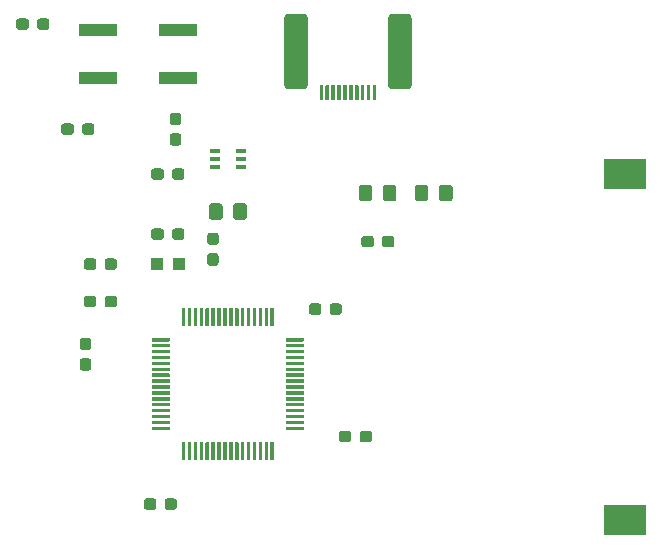
<source format=gbr>
G04 #@! TF.GenerationSoftware,KiCad,Pcbnew,5.1.5+dfsg1-2build2*
G04 #@! TF.CreationDate,2021-04-12T22:06:22+02:00*
G04 #@! TF.ProjectId,calc,63616c63-2e6b-4696-9361-645f70636258,rev?*
G04 #@! TF.SameCoordinates,Original*
G04 #@! TF.FileFunction,Paste,Bot*
G04 #@! TF.FilePolarity,Positive*
%FSLAX46Y46*%
G04 Gerber Fmt 4.6, Leading zero omitted, Abs format (unit mm)*
G04 Created by KiCad (PCBNEW 5.1.5+dfsg1-2build2) date 2021-04-12 22:06:22*
%MOMM*%
%LPD*%
G04 APERTURE LIST*
%ADD10C,0.100000*%
%ADD11R,3.200000X1.000000*%
%ADD12R,3.600000X2.600000*%
%ADD13R,0.900000X0.400000*%
%ADD14R,1.050000X1.100000*%
G04 APERTURE END LIST*
D10*
G36*
X94685779Y-71281144D02*
G01*
X94708834Y-71284563D01*
X94731443Y-71290227D01*
X94753387Y-71298079D01*
X94774457Y-71308044D01*
X94794448Y-71320026D01*
X94813168Y-71333910D01*
X94830438Y-71349562D01*
X94846090Y-71366832D01*
X94859974Y-71385552D01*
X94871956Y-71405543D01*
X94881921Y-71426613D01*
X94889773Y-71448557D01*
X94895437Y-71471166D01*
X94898856Y-71494221D01*
X94900000Y-71517500D01*
X94900000Y-71992500D01*
X94898856Y-72015779D01*
X94895437Y-72038834D01*
X94889773Y-72061443D01*
X94881921Y-72083387D01*
X94871956Y-72104457D01*
X94859974Y-72124448D01*
X94846090Y-72143168D01*
X94830438Y-72160438D01*
X94813168Y-72176090D01*
X94794448Y-72189974D01*
X94774457Y-72201956D01*
X94753387Y-72211921D01*
X94731443Y-72219773D01*
X94708834Y-72225437D01*
X94685779Y-72228856D01*
X94662500Y-72230000D01*
X94087500Y-72230000D01*
X94064221Y-72228856D01*
X94041166Y-72225437D01*
X94018557Y-72219773D01*
X93996613Y-72211921D01*
X93975543Y-72201956D01*
X93955552Y-72189974D01*
X93936832Y-72176090D01*
X93919562Y-72160438D01*
X93903910Y-72143168D01*
X93890026Y-72124448D01*
X93878044Y-72104457D01*
X93868079Y-72083387D01*
X93860227Y-72061443D01*
X93854563Y-72038834D01*
X93851144Y-72015779D01*
X93850000Y-71992500D01*
X93850000Y-71517500D01*
X93851144Y-71494221D01*
X93854563Y-71471166D01*
X93860227Y-71448557D01*
X93868079Y-71426613D01*
X93878044Y-71405543D01*
X93890026Y-71385552D01*
X93903910Y-71366832D01*
X93919562Y-71349562D01*
X93936832Y-71333910D01*
X93955552Y-71320026D01*
X93975543Y-71308044D01*
X93996613Y-71298079D01*
X94018557Y-71290227D01*
X94041166Y-71284563D01*
X94064221Y-71281144D01*
X94087500Y-71280000D01*
X94662500Y-71280000D01*
X94685779Y-71281144D01*
G37*
G36*
X96435779Y-71281144D02*
G01*
X96458834Y-71284563D01*
X96481443Y-71290227D01*
X96503387Y-71298079D01*
X96524457Y-71308044D01*
X96544448Y-71320026D01*
X96563168Y-71333910D01*
X96580438Y-71349562D01*
X96596090Y-71366832D01*
X96609974Y-71385552D01*
X96621956Y-71405543D01*
X96631921Y-71426613D01*
X96639773Y-71448557D01*
X96645437Y-71471166D01*
X96648856Y-71494221D01*
X96650000Y-71517500D01*
X96650000Y-71992500D01*
X96648856Y-72015779D01*
X96645437Y-72038834D01*
X96639773Y-72061443D01*
X96631921Y-72083387D01*
X96621956Y-72104457D01*
X96609974Y-72124448D01*
X96596090Y-72143168D01*
X96580438Y-72160438D01*
X96563168Y-72176090D01*
X96544448Y-72189974D01*
X96524457Y-72201956D01*
X96503387Y-72211921D01*
X96481443Y-72219773D01*
X96458834Y-72225437D01*
X96435779Y-72228856D01*
X96412500Y-72230000D01*
X95837500Y-72230000D01*
X95814221Y-72228856D01*
X95791166Y-72225437D01*
X95768557Y-72219773D01*
X95746613Y-72211921D01*
X95725543Y-72201956D01*
X95705552Y-72189974D01*
X95686832Y-72176090D01*
X95669562Y-72160438D01*
X95653910Y-72143168D01*
X95640026Y-72124448D01*
X95628044Y-72104457D01*
X95618079Y-72083387D01*
X95610227Y-72061443D01*
X95604563Y-72038834D01*
X95601144Y-72015779D01*
X95600000Y-71992500D01*
X95600000Y-71517500D01*
X95601144Y-71494221D01*
X95604563Y-71471166D01*
X95610227Y-71448557D01*
X95618079Y-71426613D01*
X95628044Y-71405543D01*
X95640026Y-71385552D01*
X95653910Y-71366832D01*
X95669562Y-71349562D01*
X95686832Y-71333910D01*
X95705552Y-71320026D01*
X95725543Y-71308044D01*
X95746613Y-71298079D01*
X95768557Y-71290227D01*
X95791166Y-71284563D01*
X95814221Y-71281144D01*
X95837500Y-71280000D01*
X96412500Y-71280000D01*
X96435779Y-71281144D01*
G37*
D11*
X80235000Y-37370000D03*
X73435000Y-37370000D03*
X73435000Y-41370000D03*
X80235000Y-41370000D03*
D10*
G36*
X79487351Y-63410361D02*
G01*
X79494632Y-63411441D01*
X79501771Y-63413229D01*
X79508701Y-63415709D01*
X79515355Y-63418856D01*
X79521668Y-63422640D01*
X79527579Y-63427024D01*
X79533033Y-63431967D01*
X79537976Y-63437421D01*
X79542360Y-63443332D01*
X79546144Y-63449645D01*
X79549291Y-63456299D01*
X79551771Y-63463229D01*
X79553559Y-63470368D01*
X79554639Y-63477649D01*
X79555000Y-63485000D01*
X79555000Y-63635000D01*
X79554639Y-63642351D01*
X79553559Y-63649632D01*
X79551771Y-63656771D01*
X79549291Y-63663701D01*
X79546144Y-63670355D01*
X79542360Y-63676668D01*
X79537976Y-63682579D01*
X79533033Y-63688033D01*
X79527579Y-63692976D01*
X79521668Y-63697360D01*
X79515355Y-63701144D01*
X79508701Y-63704291D01*
X79501771Y-63706771D01*
X79494632Y-63708559D01*
X79487351Y-63709639D01*
X79480000Y-63710000D01*
X78080000Y-63710000D01*
X78072649Y-63709639D01*
X78065368Y-63708559D01*
X78058229Y-63706771D01*
X78051299Y-63704291D01*
X78044645Y-63701144D01*
X78038332Y-63697360D01*
X78032421Y-63692976D01*
X78026967Y-63688033D01*
X78022024Y-63682579D01*
X78017640Y-63676668D01*
X78013856Y-63670355D01*
X78010709Y-63663701D01*
X78008229Y-63656771D01*
X78006441Y-63649632D01*
X78005361Y-63642351D01*
X78005000Y-63635000D01*
X78005000Y-63485000D01*
X78005361Y-63477649D01*
X78006441Y-63470368D01*
X78008229Y-63463229D01*
X78010709Y-63456299D01*
X78013856Y-63449645D01*
X78017640Y-63443332D01*
X78022024Y-63437421D01*
X78026967Y-63431967D01*
X78032421Y-63427024D01*
X78038332Y-63422640D01*
X78044645Y-63418856D01*
X78051299Y-63415709D01*
X78058229Y-63413229D01*
X78065368Y-63411441D01*
X78072649Y-63410361D01*
X78080000Y-63410000D01*
X79480000Y-63410000D01*
X79487351Y-63410361D01*
G37*
G36*
X79487351Y-63910361D02*
G01*
X79494632Y-63911441D01*
X79501771Y-63913229D01*
X79508701Y-63915709D01*
X79515355Y-63918856D01*
X79521668Y-63922640D01*
X79527579Y-63927024D01*
X79533033Y-63931967D01*
X79537976Y-63937421D01*
X79542360Y-63943332D01*
X79546144Y-63949645D01*
X79549291Y-63956299D01*
X79551771Y-63963229D01*
X79553559Y-63970368D01*
X79554639Y-63977649D01*
X79555000Y-63985000D01*
X79555000Y-64135000D01*
X79554639Y-64142351D01*
X79553559Y-64149632D01*
X79551771Y-64156771D01*
X79549291Y-64163701D01*
X79546144Y-64170355D01*
X79542360Y-64176668D01*
X79537976Y-64182579D01*
X79533033Y-64188033D01*
X79527579Y-64192976D01*
X79521668Y-64197360D01*
X79515355Y-64201144D01*
X79508701Y-64204291D01*
X79501771Y-64206771D01*
X79494632Y-64208559D01*
X79487351Y-64209639D01*
X79480000Y-64210000D01*
X78080000Y-64210000D01*
X78072649Y-64209639D01*
X78065368Y-64208559D01*
X78058229Y-64206771D01*
X78051299Y-64204291D01*
X78044645Y-64201144D01*
X78038332Y-64197360D01*
X78032421Y-64192976D01*
X78026967Y-64188033D01*
X78022024Y-64182579D01*
X78017640Y-64176668D01*
X78013856Y-64170355D01*
X78010709Y-64163701D01*
X78008229Y-64156771D01*
X78006441Y-64149632D01*
X78005361Y-64142351D01*
X78005000Y-64135000D01*
X78005000Y-63985000D01*
X78005361Y-63977649D01*
X78006441Y-63970368D01*
X78008229Y-63963229D01*
X78010709Y-63956299D01*
X78013856Y-63949645D01*
X78017640Y-63943332D01*
X78022024Y-63937421D01*
X78026967Y-63931967D01*
X78032421Y-63927024D01*
X78038332Y-63922640D01*
X78044645Y-63918856D01*
X78051299Y-63915709D01*
X78058229Y-63913229D01*
X78065368Y-63911441D01*
X78072649Y-63910361D01*
X78080000Y-63910000D01*
X79480000Y-63910000D01*
X79487351Y-63910361D01*
G37*
G36*
X79487351Y-64410361D02*
G01*
X79494632Y-64411441D01*
X79501771Y-64413229D01*
X79508701Y-64415709D01*
X79515355Y-64418856D01*
X79521668Y-64422640D01*
X79527579Y-64427024D01*
X79533033Y-64431967D01*
X79537976Y-64437421D01*
X79542360Y-64443332D01*
X79546144Y-64449645D01*
X79549291Y-64456299D01*
X79551771Y-64463229D01*
X79553559Y-64470368D01*
X79554639Y-64477649D01*
X79555000Y-64485000D01*
X79555000Y-64635000D01*
X79554639Y-64642351D01*
X79553559Y-64649632D01*
X79551771Y-64656771D01*
X79549291Y-64663701D01*
X79546144Y-64670355D01*
X79542360Y-64676668D01*
X79537976Y-64682579D01*
X79533033Y-64688033D01*
X79527579Y-64692976D01*
X79521668Y-64697360D01*
X79515355Y-64701144D01*
X79508701Y-64704291D01*
X79501771Y-64706771D01*
X79494632Y-64708559D01*
X79487351Y-64709639D01*
X79480000Y-64710000D01*
X78080000Y-64710000D01*
X78072649Y-64709639D01*
X78065368Y-64708559D01*
X78058229Y-64706771D01*
X78051299Y-64704291D01*
X78044645Y-64701144D01*
X78038332Y-64697360D01*
X78032421Y-64692976D01*
X78026967Y-64688033D01*
X78022024Y-64682579D01*
X78017640Y-64676668D01*
X78013856Y-64670355D01*
X78010709Y-64663701D01*
X78008229Y-64656771D01*
X78006441Y-64649632D01*
X78005361Y-64642351D01*
X78005000Y-64635000D01*
X78005000Y-64485000D01*
X78005361Y-64477649D01*
X78006441Y-64470368D01*
X78008229Y-64463229D01*
X78010709Y-64456299D01*
X78013856Y-64449645D01*
X78017640Y-64443332D01*
X78022024Y-64437421D01*
X78026967Y-64431967D01*
X78032421Y-64427024D01*
X78038332Y-64422640D01*
X78044645Y-64418856D01*
X78051299Y-64415709D01*
X78058229Y-64413229D01*
X78065368Y-64411441D01*
X78072649Y-64410361D01*
X78080000Y-64410000D01*
X79480000Y-64410000D01*
X79487351Y-64410361D01*
G37*
G36*
X79487351Y-64910361D02*
G01*
X79494632Y-64911441D01*
X79501771Y-64913229D01*
X79508701Y-64915709D01*
X79515355Y-64918856D01*
X79521668Y-64922640D01*
X79527579Y-64927024D01*
X79533033Y-64931967D01*
X79537976Y-64937421D01*
X79542360Y-64943332D01*
X79546144Y-64949645D01*
X79549291Y-64956299D01*
X79551771Y-64963229D01*
X79553559Y-64970368D01*
X79554639Y-64977649D01*
X79555000Y-64985000D01*
X79555000Y-65135000D01*
X79554639Y-65142351D01*
X79553559Y-65149632D01*
X79551771Y-65156771D01*
X79549291Y-65163701D01*
X79546144Y-65170355D01*
X79542360Y-65176668D01*
X79537976Y-65182579D01*
X79533033Y-65188033D01*
X79527579Y-65192976D01*
X79521668Y-65197360D01*
X79515355Y-65201144D01*
X79508701Y-65204291D01*
X79501771Y-65206771D01*
X79494632Y-65208559D01*
X79487351Y-65209639D01*
X79480000Y-65210000D01*
X78080000Y-65210000D01*
X78072649Y-65209639D01*
X78065368Y-65208559D01*
X78058229Y-65206771D01*
X78051299Y-65204291D01*
X78044645Y-65201144D01*
X78038332Y-65197360D01*
X78032421Y-65192976D01*
X78026967Y-65188033D01*
X78022024Y-65182579D01*
X78017640Y-65176668D01*
X78013856Y-65170355D01*
X78010709Y-65163701D01*
X78008229Y-65156771D01*
X78006441Y-65149632D01*
X78005361Y-65142351D01*
X78005000Y-65135000D01*
X78005000Y-64985000D01*
X78005361Y-64977649D01*
X78006441Y-64970368D01*
X78008229Y-64963229D01*
X78010709Y-64956299D01*
X78013856Y-64949645D01*
X78017640Y-64943332D01*
X78022024Y-64937421D01*
X78026967Y-64931967D01*
X78032421Y-64927024D01*
X78038332Y-64922640D01*
X78044645Y-64918856D01*
X78051299Y-64915709D01*
X78058229Y-64913229D01*
X78065368Y-64911441D01*
X78072649Y-64910361D01*
X78080000Y-64910000D01*
X79480000Y-64910000D01*
X79487351Y-64910361D01*
G37*
G36*
X79487351Y-65410361D02*
G01*
X79494632Y-65411441D01*
X79501771Y-65413229D01*
X79508701Y-65415709D01*
X79515355Y-65418856D01*
X79521668Y-65422640D01*
X79527579Y-65427024D01*
X79533033Y-65431967D01*
X79537976Y-65437421D01*
X79542360Y-65443332D01*
X79546144Y-65449645D01*
X79549291Y-65456299D01*
X79551771Y-65463229D01*
X79553559Y-65470368D01*
X79554639Y-65477649D01*
X79555000Y-65485000D01*
X79555000Y-65635000D01*
X79554639Y-65642351D01*
X79553559Y-65649632D01*
X79551771Y-65656771D01*
X79549291Y-65663701D01*
X79546144Y-65670355D01*
X79542360Y-65676668D01*
X79537976Y-65682579D01*
X79533033Y-65688033D01*
X79527579Y-65692976D01*
X79521668Y-65697360D01*
X79515355Y-65701144D01*
X79508701Y-65704291D01*
X79501771Y-65706771D01*
X79494632Y-65708559D01*
X79487351Y-65709639D01*
X79480000Y-65710000D01*
X78080000Y-65710000D01*
X78072649Y-65709639D01*
X78065368Y-65708559D01*
X78058229Y-65706771D01*
X78051299Y-65704291D01*
X78044645Y-65701144D01*
X78038332Y-65697360D01*
X78032421Y-65692976D01*
X78026967Y-65688033D01*
X78022024Y-65682579D01*
X78017640Y-65676668D01*
X78013856Y-65670355D01*
X78010709Y-65663701D01*
X78008229Y-65656771D01*
X78006441Y-65649632D01*
X78005361Y-65642351D01*
X78005000Y-65635000D01*
X78005000Y-65485000D01*
X78005361Y-65477649D01*
X78006441Y-65470368D01*
X78008229Y-65463229D01*
X78010709Y-65456299D01*
X78013856Y-65449645D01*
X78017640Y-65443332D01*
X78022024Y-65437421D01*
X78026967Y-65431967D01*
X78032421Y-65427024D01*
X78038332Y-65422640D01*
X78044645Y-65418856D01*
X78051299Y-65415709D01*
X78058229Y-65413229D01*
X78065368Y-65411441D01*
X78072649Y-65410361D01*
X78080000Y-65410000D01*
X79480000Y-65410000D01*
X79487351Y-65410361D01*
G37*
G36*
X79487351Y-65910361D02*
G01*
X79494632Y-65911441D01*
X79501771Y-65913229D01*
X79508701Y-65915709D01*
X79515355Y-65918856D01*
X79521668Y-65922640D01*
X79527579Y-65927024D01*
X79533033Y-65931967D01*
X79537976Y-65937421D01*
X79542360Y-65943332D01*
X79546144Y-65949645D01*
X79549291Y-65956299D01*
X79551771Y-65963229D01*
X79553559Y-65970368D01*
X79554639Y-65977649D01*
X79555000Y-65985000D01*
X79555000Y-66135000D01*
X79554639Y-66142351D01*
X79553559Y-66149632D01*
X79551771Y-66156771D01*
X79549291Y-66163701D01*
X79546144Y-66170355D01*
X79542360Y-66176668D01*
X79537976Y-66182579D01*
X79533033Y-66188033D01*
X79527579Y-66192976D01*
X79521668Y-66197360D01*
X79515355Y-66201144D01*
X79508701Y-66204291D01*
X79501771Y-66206771D01*
X79494632Y-66208559D01*
X79487351Y-66209639D01*
X79480000Y-66210000D01*
X78080000Y-66210000D01*
X78072649Y-66209639D01*
X78065368Y-66208559D01*
X78058229Y-66206771D01*
X78051299Y-66204291D01*
X78044645Y-66201144D01*
X78038332Y-66197360D01*
X78032421Y-66192976D01*
X78026967Y-66188033D01*
X78022024Y-66182579D01*
X78017640Y-66176668D01*
X78013856Y-66170355D01*
X78010709Y-66163701D01*
X78008229Y-66156771D01*
X78006441Y-66149632D01*
X78005361Y-66142351D01*
X78005000Y-66135000D01*
X78005000Y-65985000D01*
X78005361Y-65977649D01*
X78006441Y-65970368D01*
X78008229Y-65963229D01*
X78010709Y-65956299D01*
X78013856Y-65949645D01*
X78017640Y-65943332D01*
X78022024Y-65937421D01*
X78026967Y-65931967D01*
X78032421Y-65927024D01*
X78038332Y-65922640D01*
X78044645Y-65918856D01*
X78051299Y-65915709D01*
X78058229Y-65913229D01*
X78065368Y-65911441D01*
X78072649Y-65910361D01*
X78080000Y-65910000D01*
X79480000Y-65910000D01*
X79487351Y-65910361D01*
G37*
G36*
X79487351Y-66410361D02*
G01*
X79494632Y-66411441D01*
X79501771Y-66413229D01*
X79508701Y-66415709D01*
X79515355Y-66418856D01*
X79521668Y-66422640D01*
X79527579Y-66427024D01*
X79533033Y-66431967D01*
X79537976Y-66437421D01*
X79542360Y-66443332D01*
X79546144Y-66449645D01*
X79549291Y-66456299D01*
X79551771Y-66463229D01*
X79553559Y-66470368D01*
X79554639Y-66477649D01*
X79555000Y-66485000D01*
X79555000Y-66635000D01*
X79554639Y-66642351D01*
X79553559Y-66649632D01*
X79551771Y-66656771D01*
X79549291Y-66663701D01*
X79546144Y-66670355D01*
X79542360Y-66676668D01*
X79537976Y-66682579D01*
X79533033Y-66688033D01*
X79527579Y-66692976D01*
X79521668Y-66697360D01*
X79515355Y-66701144D01*
X79508701Y-66704291D01*
X79501771Y-66706771D01*
X79494632Y-66708559D01*
X79487351Y-66709639D01*
X79480000Y-66710000D01*
X78080000Y-66710000D01*
X78072649Y-66709639D01*
X78065368Y-66708559D01*
X78058229Y-66706771D01*
X78051299Y-66704291D01*
X78044645Y-66701144D01*
X78038332Y-66697360D01*
X78032421Y-66692976D01*
X78026967Y-66688033D01*
X78022024Y-66682579D01*
X78017640Y-66676668D01*
X78013856Y-66670355D01*
X78010709Y-66663701D01*
X78008229Y-66656771D01*
X78006441Y-66649632D01*
X78005361Y-66642351D01*
X78005000Y-66635000D01*
X78005000Y-66485000D01*
X78005361Y-66477649D01*
X78006441Y-66470368D01*
X78008229Y-66463229D01*
X78010709Y-66456299D01*
X78013856Y-66449645D01*
X78017640Y-66443332D01*
X78022024Y-66437421D01*
X78026967Y-66431967D01*
X78032421Y-66427024D01*
X78038332Y-66422640D01*
X78044645Y-66418856D01*
X78051299Y-66415709D01*
X78058229Y-66413229D01*
X78065368Y-66411441D01*
X78072649Y-66410361D01*
X78080000Y-66410000D01*
X79480000Y-66410000D01*
X79487351Y-66410361D01*
G37*
G36*
X79487351Y-66910361D02*
G01*
X79494632Y-66911441D01*
X79501771Y-66913229D01*
X79508701Y-66915709D01*
X79515355Y-66918856D01*
X79521668Y-66922640D01*
X79527579Y-66927024D01*
X79533033Y-66931967D01*
X79537976Y-66937421D01*
X79542360Y-66943332D01*
X79546144Y-66949645D01*
X79549291Y-66956299D01*
X79551771Y-66963229D01*
X79553559Y-66970368D01*
X79554639Y-66977649D01*
X79555000Y-66985000D01*
X79555000Y-67135000D01*
X79554639Y-67142351D01*
X79553559Y-67149632D01*
X79551771Y-67156771D01*
X79549291Y-67163701D01*
X79546144Y-67170355D01*
X79542360Y-67176668D01*
X79537976Y-67182579D01*
X79533033Y-67188033D01*
X79527579Y-67192976D01*
X79521668Y-67197360D01*
X79515355Y-67201144D01*
X79508701Y-67204291D01*
X79501771Y-67206771D01*
X79494632Y-67208559D01*
X79487351Y-67209639D01*
X79480000Y-67210000D01*
X78080000Y-67210000D01*
X78072649Y-67209639D01*
X78065368Y-67208559D01*
X78058229Y-67206771D01*
X78051299Y-67204291D01*
X78044645Y-67201144D01*
X78038332Y-67197360D01*
X78032421Y-67192976D01*
X78026967Y-67188033D01*
X78022024Y-67182579D01*
X78017640Y-67176668D01*
X78013856Y-67170355D01*
X78010709Y-67163701D01*
X78008229Y-67156771D01*
X78006441Y-67149632D01*
X78005361Y-67142351D01*
X78005000Y-67135000D01*
X78005000Y-66985000D01*
X78005361Y-66977649D01*
X78006441Y-66970368D01*
X78008229Y-66963229D01*
X78010709Y-66956299D01*
X78013856Y-66949645D01*
X78017640Y-66943332D01*
X78022024Y-66937421D01*
X78026967Y-66931967D01*
X78032421Y-66927024D01*
X78038332Y-66922640D01*
X78044645Y-66918856D01*
X78051299Y-66915709D01*
X78058229Y-66913229D01*
X78065368Y-66911441D01*
X78072649Y-66910361D01*
X78080000Y-66910000D01*
X79480000Y-66910000D01*
X79487351Y-66910361D01*
G37*
G36*
X79487351Y-67410361D02*
G01*
X79494632Y-67411441D01*
X79501771Y-67413229D01*
X79508701Y-67415709D01*
X79515355Y-67418856D01*
X79521668Y-67422640D01*
X79527579Y-67427024D01*
X79533033Y-67431967D01*
X79537976Y-67437421D01*
X79542360Y-67443332D01*
X79546144Y-67449645D01*
X79549291Y-67456299D01*
X79551771Y-67463229D01*
X79553559Y-67470368D01*
X79554639Y-67477649D01*
X79555000Y-67485000D01*
X79555000Y-67635000D01*
X79554639Y-67642351D01*
X79553559Y-67649632D01*
X79551771Y-67656771D01*
X79549291Y-67663701D01*
X79546144Y-67670355D01*
X79542360Y-67676668D01*
X79537976Y-67682579D01*
X79533033Y-67688033D01*
X79527579Y-67692976D01*
X79521668Y-67697360D01*
X79515355Y-67701144D01*
X79508701Y-67704291D01*
X79501771Y-67706771D01*
X79494632Y-67708559D01*
X79487351Y-67709639D01*
X79480000Y-67710000D01*
X78080000Y-67710000D01*
X78072649Y-67709639D01*
X78065368Y-67708559D01*
X78058229Y-67706771D01*
X78051299Y-67704291D01*
X78044645Y-67701144D01*
X78038332Y-67697360D01*
X78032421Y-67692976D01*
X78026967Y-67688033D01*
X78022024Y-67682579D01*
X78017640Y-67676668D01*
X78013856Y-67670355D01*
X78010709Y-67663701D01*
X78008229Y-67656771D01*
X78006441Y-67649632D01*
X78005361Y-67642351D01*
X78005000Y-67635000D01*
X78005000Y-67485000D01*
X78005361Y-67477649D01*
X78006441Y-67470368D01*
X78008229Y-67463229D01*
X78010709Y-67456299D01*
X78013856Y-67449645D01*
X78017640Y-67443332D01*
X78022024Y-67437421D01*
X78026967Y-67431967D01*
X78032421Y-67427024D01*
X78038332Y-67422640D01*
X78044645Y-67418856D01*
X78051299Y-67415709D01*
X78058229Y-67413229D01*
X78065368Y-67411441D01*
X78072649Y-67410361D01*
X78080000Y-67410000D01*
X79480000Y-67410000D01*
X79487351Y-67410361D01*
G37*
G36*
X79487351Y-67910361D02*
G01*
X79494632Y-67911441D01*
X79501771Y-67913229D01*
X79508701Y-67915709D01*
X79515355Y-67918856D01*
X79521668Y-67922640D01*
X79527579Y-67927024D01*
X79533033Y-67931967D01*
X79537976Y-67937421D01*
X79542360Y-67943332D01*
X79546144Y-67949645D01*
X79549291Y-67956299D01*
X79551771Y-67963229D01*
X79553559Y-67970368D01*
X79554639Y-67977649D01*
X79555000Y-67985000D01*
X79555000Y-68135000D01*
X79554639Y-68142351D01*
X79553559Y-68149632D01*
X79551771Y-68156771D01*
X79549291Y-68163701D01*
X79546144Y-68170355D01*
X79542360Y-68176668D01*
X79537976Y-68182579D01*
X79533033Y-68188033D01*
X79527579Y-68192976D01*
X79521668Y-68197360D01*
X79515355Y-68201144D01*
X79508701Y-68204291D01*
X79501771Y-68206771D01*
X79494632Y-68208559D01*
X79487351Y-68209639D01*
X79480000Y-68210000D01*
X78080000Y-68210000D01*
X78072649Y-68209639D01*
X78065368Y-68208559D01*
X78058229Y-68206771D01*
X78051299Y-68204291D01*
X78044645Y-68201144D01*
X78038332Y-68197360D01*
X78032421Y-68192976D01*
X78026967Y-68188033D01*
X78022024Y-68182579D01*
X78017640Y-68176668D01*
X78013856Y-68170355D01*
X78010709Y-68163701D01*
X78008229Y-68156771D01*
X78006441Y-68149632D01*
X78005361Y-68142351D01*
X78005000Y-68135000D01*
X78005000Y-67985000D01*
X78005361Y-67977649D01*
X78006441Y-67970368D01*
X78008229Y-67963229D01*
X78010709Y-67956299D01*
X78013856Y-67949645D01*
X78017640Y-67943332D01*
X78022024Y-67937421D01*
X78026967Y-67931967D01*
X78032421Y-67927024D01*
X78038332Y-67922640D01*
X78044645Y-67918856D01*
X78051299Y-67915709D01*
X78058229Y-67913229D01*
X78065368Y-67911441D01*
X78072649Y-67910361D01*
X78080000Y-67910000D01*
X79480000Y-67910000D01*
X79487351Y-67910361D01*
G37*
G36*
X79487351Y-68410361D02*
G01*
X79494632Y-68411441D01*
X79501771Y-68413229D01*
X79508701Y-68415709D01*
X79515355Y-68418856D01*
X79521668Y-68422640D01*
X79527579Y-68427024D01*
X79533033Y-68431967D01*
X79537976Y-68437421D01*
X79542360Y-68443332D01*
X79546144Y-68449645D01*
X79549291Y-68456299D01*
X79551771Y-68463229D01*
X79553559Y-68470368D01*
X79554639Y-68477649D01*
X79555000Y-68485000D01*
X79555000Y-68635000D01*
X79554639Y-68642351D01*
X79553559Y-68649632D01*
X79551771Y-68656771D01*
X79549291Y-68663701D01*
X79546144Y-68670355D01*
X79542360Y-68676668D01*
X79537976Y-68682579D01*
X79533033Y-68688033D01*
X79527579Y-68692976D01*
X79521668Y-68697360D01*
X79515355Y-68701144D01*
X79508701Y-68704291D01*
X79501771Y-68706771D01*
X79494632Y-68708559D01*
X79487351Y-68709639D01*
X79480000Y-68710000D01*
X78080000Y-68710000D01*
X78072649Y-68709639D01*
X78065368Y-68708559D01*
X78058229Y-68706771D01*
X78051299Y-68704291D01*
X78044645Y-68701144D01*
X78038332Y-68697360D01*
X78032421Y-68692976D01*
X78026967Y-68688033D01*
X78022024Y-68682579D01*
X78017640Y-68676668D01*
X78013856Y-68670355D01*
X78010709Y-68663701D01*
X78008229Y-68656771D01*
X78006441Y-68649632D01*
X78005361Y-68642351D01*
X78005000Y-68635000D01*
X78005000Y-68485000D01*
X78005361Y-68477649D01*
X78006441Y-68470368D01*
X78008229Y-68463229D01*
X78010709Y-68456299D01*
X78013856Y-68449645D01*
X78017640Y-68443332D01*
X78022024Y-68437421D01*
X78026967Y-68431967D01*
X78032421Y-68427024D01*
X78038332Y-68422640D01*
X78044645Y-68418856D01*
X78051299Y-68415709D01*
X78058229Y-68413229D01*
X78065368Y-68411441D01*
X78072649Y-68410361D01*
X78080000Y-68410000D01*
X79480000Y-68410000D01*
X79487351Y-68410361D01*
G37*
G36*
X79487351Y-68910361D02*
G01*
X79494632Y-68911441D01*
X79501771Y-68913229D01*
X79508701Y-68915709D01*
X79515355Y-68918856D01*
X79521668Y-68922640D01*
X79527579Y-68927024D01*
X79533033Y-68931967D01*
X79537976Y-68937421D01*
X79542360Y-68943332D01*
X79546144Y-68949645D01*
X79549291Y-68956299D01*
X79551771Y-68963229D01*
X79553559Y-68970368D01*
X79554639Y-68977649D01*
X79555000Y-68985000D01*
X79555000Y-69135000D01*
X79554639Y-69142351D01*
X79553559Y-69149632D01*
X79551771Y-69156771D01*
X79549291Y-69163701D01*
X79546144Y-69170355D01*
X79542360Y-69176668D01*
X79537976Y-69182579D01*
X79533033Y-69188033D01*
X79527579Y-69192976D01*
X79521668Y-69197360D01*
X79515355Y-69201144D01*
X79508701Y-69204291D01*
X79501771Y-69206771D01*
X79494632Y-69208559D01*
X79487351Y-69209639D01*
X79480000Y-69210000D01*
X78080000Y-69210000D01*
X78072649Y-69209639D01*
X78065368Y-69208559D01*
X78058229Y-69206771D01*
X78051299Y-69204291D01*
X78044645Y-69201144D01*
X78038332Y-69197360D01*
X78032421Y-69192976D01*
X78026967Y-69188033D01*
X78022024Y-69182579D01*
X78017640Y-69176668D01*
X78013856Y-69170355D01*
X78010709Y-69163701D01*
X78008229Y-69156771D01*
X78006441Y-69149632D01*
X78005361Y-69142351D01*
X78005000Y-69135000D01*
X78005000Y-68985000D01*
X78005361Y-68977649D01*
X78006441Y-68970368D01*
X78008229Y-68963229D01*
X78010709Y-68956299D01*
X78013856Y-68949645D01*
X78017640Y-68943332D01*
X78022024Y-68937421D01*
X78026967Y-68931967D01*
X78032421Y-68927024D01*
X78038332Y-68922640D01*
X78044645Y-68918856D01*
X78051299Y-68915709D01*
X78058229Y-68913229D01*
X78065368Y-68911441D01*
X78072649Y-68910361D01*
X78080000Y-68910000D01*
X79480000Y-68910000D01*
X79487351Y-68910361D01*
G37*
G36*
X79487351Y-69410361D02*
G01*
X79494632Y-69411441D01*
X79501771Y-69413229D01*
X79508701Y-69415709D01*
X79515355Y-69418856D01*
X79521668Y-69422640D01*
X79527579Y-69427024D01*
X79533033Y-69431967D01*
X79537976Y-69437421D01*
X79542360Y-69443332D01*
X79546144Y-69449645D01*
X79549291Y-69456299D01*
X79551771Y-69463229D01*
X79553559Y-69470368D01*
X79554639Y-69477649D01*
X79555000Y-69485000D01*
X79555000Y-69635000D01*
X79554639Y-69642351D01*
X79553559Y-69649632D01*
X79551771Y-69656771D01*
X79549291Y-69663701D01*
X79546144Y-69670355D01*
X79542360Y-69676668D01*
X79537976Y-69682579D01*
X79533033Y-69688033D01*
X79527579Y-69692976D01*
X79521668Y-69697360D01*
X79515355Y-69701144D01*
X79508701Y-69704291D01*
X79501771Y-69706771D01*
X79494632Y-69708559D01*
X79487351Y-69709639D01*
X79480000Y-69710000D01*
X78080000Y-69710000D01*
X78072649Y-69709639D01*
X78065368Y-69708559D01*
X78058229Y-69706771D01*
X78051299Y-69704291D01*
X78044645Y-69701144D01*
X78038332Y-69697360D01*
X78032421Y-69692976D01*
X78026967Y-69688033D01*
X78022024Y-69682579D01*
X78017640Y-69676668D01*
X78013856Y-69670355D01*
X78010709Y-69663701D01*
X78008229Y-69656771D01*
X78006441Y-69649632D01*
X78005361Y-69642351D01*
X78005000Y-69635000D01*
X78005000Y-69485000D01*
X78005361Y-69477649D01*
X78006441Y-69470368D01*
X78008229Y-69463229D01*
X78010709Y-69456299D01*
X78013856Y-69449645D01*
X78017640Y-69443332D01*
X78022024Y-69437421D01*
X78026967Y-69431967D01*
X78032421Y-69427024D01*
X78038332Y-69422640D01*
X78044645Y-69418856D01*
X78051299Y-69415709D01*
X78058229Y-69413229D01*
X78065368Y-69411441D01*
X78072649Y-69410361D01*
X78080000Y-69410000D01*
X79480000Y-69410000D01*
X79487351Y-69410361D01*
G37*
G36*
X79487351Y-69910361D02*
G01*
X79494632Y-69911441D01*
X79501771Y-69913229D01*
X79508701Y-69915709D01*
X79515355Y-69918856D01*
X79521668Y-69922640D01*
X79527579Y-69927024D01*
X79533033Y-69931967D01*
X79537976Y-69937421D01*
X79542360Y-69943332D01*
X79546144Y-69949645D01*
X79549291Y-69956299D01*
X79551771Y-69963229D01*
X79553559Y-69970368D01*
X79554639Y-69977649D01*
X79555000Y-69985000D01*
X79555000Y-70135000D01*
X79554639Y-70142351D01*
X79553559Y-70149632D01*
X79551771Y-70156771D01*
X79549291Y-70163701D01*
X79546144Y-70170355D01*
X79542360Y-70176668D01*
X79537976Y-70182579D01*
X79533033Y-70188033D01*
X79527579Y-70192976D01*
X79521668Y-70197360D01*
X79515355Y-70201144D01*
X79508701Y-70204291D01*
X79501771Y-70206771D01*
X79494632Y-70208559D01*
X79487351Y-70209639D01*
X79480000Y-70210000D01*
X78080000Y-70210000D01*
X78072649Y-70209639D01*
X78065368Y-70208559D01*
X78058229Y-70206771D01*
X78051299Y-70204291D01*
X78044645Y-70201144D01*
X78038332Y-70197360D01*
X78032421Y-70192976D01*
X78026967Y-70188033D01*
X78022024Y-70182579D01*
X78017640Y-70176668D01*
X78013856Y-70170355D01*
X78010709Y-70163701D01*
X78008229Y-70156771D01*
X78006441Y-70149632D01*
X78005361Y-70142351D01*
X78005000Y-70135000D01*
X78005000Y-69985000D01*
X78005361Y-69977649D01*
X78006441Y-69970368D01*
X78008229Y-69963229D01*
X78010709Y-69956299D01*
X78013856Y-69949645D01*
X78017640Y-69943332D01*
X78022024Y-69937421D01*
X78026967Y-69931967D01*
X78032421Y-69927024D01*
X78038332Y-69922640D01*
X78044645Y-69918856D01*
X78051299Y-69915709D01*
X78058229Y-69913229D01*
X78065368Y-69911441D01*
X78072649Y-69910361D01*
X78080000Y-69910000D01*
X79480000Y-69910000D01*
X79487351Y-69910361D01*
G37*
G36*
X79487351Y-70410361D02*
G01*
X79494632Y-70411441D01*
X79501771Y-70413229D01*
X79508701Y-70415709D01*
X79515355Y-70418856D01*
X79521668Y-70422640D01*
X79527579Y-70427024D01*
X79533033Y-70431967D01*
X79537976Y-70437421D01*
X79542360Y-70443332D01*
X79546144Y-70449645D01*
X79549291Y-70456299D01*
X79551771Y-70463229D01*
X79553559Y-70470368D01*
X79554639Y-70477649D01*
X79555000Y-70485000D01*
X79555000Y-70635000D01*
X79554639Y-70642351D01*
X79553559Y-70649632D01*
X79551771Y-70656771D01*
X79549291Y-70663701D01*
X79546144Y-70670355D01*
X79542360Y-70676668D01*
X79537976Y-70682579D01*
X79533033Y-70688033D01*
X79527579Y-70692976D01*
X79521668Y-70697360D01*
X79515355Y-70701144D01*
X79508701Y-70704291D01*
X79501771Y-70706771D01*
X79494632Y-70708559D01*
X79487351Y-70709639D01*
X79480000Y-70710000D01*
X78080000Y-70710000D01*
X78072649Y-70709639D01*
X78065368Y-70708559D01*
X78058229Y-70706771D01*
X78051299Y-70704291D01*
X78044645Y-70701144D01*
X78038332Y-70697360D01*
X78032421Y-70692976D01*
X78026967Y-70688033D01*
X78022024Y-70682579D01*
X78017640Y-70676668D01*
X78013856Y-70670355D01*
X78010709Y-70663701D01*
X78008229Y-70656771D01*
X78006441Y-70649632D01*
X78005361Y-70642351D01*
X78005000Y-70635000D01*
X78005000Y-70485000D01*
X78005361Y-70477649D01*
X78006441Y-70470368D01*
X78008229Y-70463229D01*
X78010709Y-70456299D01*
X78013856Y-70449645D01*
X78017640Y-70443332D01*
X78022024Y-70437421D01*
X78026967Y-70431967D01*
X78032421Y-70427024D01*
X78038332Y-70422640D01*
X78044645Y-70418856D01*
X78051299Y-70415709D01*
X78058229Y-70413229D01*
X78065368Y-70411441D01*
X78072649Y-70410361D01*
X78080000Y-70410000D01*
X79480000Y-70410000D01*
X79487351Y-70410361D01*
G37*
G36*
X79487351Y-70910361D02*
G01*
X79494632Y-70911441D01*
X79501771Y-70913229D01*
X79508701Y-70915709D01*
X79515355Y-70918856D01*
X79521668Y-70922640D01*
X79527579Y-70927024D01*
X79533033Y-70931967D01*
X79537976Y-70937421D01*
X79542360Y-70943332D01*
X79546144Y-70949645D01*
X79549291Y-70956299D01*
X79551771Y-70963229D01*
X79553559Y-70970368D01*
X79554639Y-70977649D01*
X79555000Y-70985000D01*
X79555000Y-71135000D01*
X79554639Y-71142351D01*
X79553559Y-71149632D01*
X79551771Y-71156771D01*
X79549291Y-71163701D01*
X79546144Y-71170355D01*
X79542360Y-71176668D01*
X79537976Y-71182579D01*
X79533033Y-71188033D01*
X79527579Y-71192976D01*
X79521668Y-71197360D01*
X79515355Y-71201144D01*
X79508701Y-71204291D01*
X79501771Y-71206771D01*
X79494632Y-71208559D01*
X79487351Y-71209639D01*
X79480000Y-71210000D01*
X78080000Y-71210000D01*
X78072649Y-71209639D01*
X78065368Y-71208559D01*
X78058229Y-71206771D01*
X78051299Y-71204291D01*
X78044645Y-71201144D01*
X78038332Y-71197360D01*
X78032421Y-71192976D01*
X78026967Y-71188033D01*
X78022024Y-71182579D01*
X78017640Y-71176668D01*
X78013856Y-71170355D01*
X78010709Y-71163701D01*
X78008229Y-71156771D01*
X78006441Y-71149632D01*
X78005361Y-71142351D01*
X78005000Y-71135000D01*
X78005000Y-70985000D01*
X78005361Y-70977649D01*
X78006441Y-70970368D01*
X78008229Y-70963229D01*
X78010709Y-70956299D01*
X78013856Y-70949645D01*
X78017640Y-70943332D01*
X78022024Y-70937421D01*
X78026967Y-70931967D01*
X78032421Y-70927024D01*
X78038332Y-70922640D01*
X78044645Y-70918856D01*
X78051299Y-70915709D01*
X78058229Y-70913229D01*
X78065368Y-70911441D01*
X78072649Y-70910361D01*
X78080000Y-70910000D01*
X79480000Y-70910000D01*
X79487351Y-70910361D01*
G37*
G36*
X80787351Y-72210361D02*
G01*
X80794632Y-72211441D01*
X80801771Y-72213229D01*
X80808701Y-72215709D01*
X80815355Y-72218856D01*
X80821668Y-72222640D01*
X80827579Y-72227024D01*
X80833033Y-72231967D01*
X80837976Y-72237421D01*
X80842360Y-72243332D01*
X80846144Y-72249645D01*
X80849291Y-72256299D01*
X80851771Y-72263229D01*
X80853559Y-72270368D01*
X80854639Y-72277649D01*
X80855000Y-72285000D01*
X80855000Y-73685000D01*
X80854639Y-73692351D01*
X80853559Y-73699632D01*
X80851771Y-73706771D01*
X80849291Y-73713701D01*
X80846144Y-73720355D01*
X80842360Y-73726668D01*
X80837976Y-73732579D01*
X80833033Y-73738033D01*
X80827579Y-73742976D01*
X80821668Y-73747360D01*
X80815355Y-73751144D01*
X80808701Y-73754291D01*
X80801771Y-73756771D01*
X80794632Y-73758559D01*
X80787351Y-73759639D01*
X80780000Y-73760000D01*
X80630000Y-73760000D01*
X80622649Y-73759639D01*
X80615368Y-73758559D01*
X80608229Y-73756771D01*
X80601299Y-73754291D01*
X80594645Y-73751144D01*
X80588332Y-73747360D01*
X80582421Y-73742976D01*
X80576967Y-73738033D01*
X80572024Y-73732579D01*
X80567640Y-73726668D01*
X80563856Y-73720355D01*
X80560709Y-73713701D01*
X80558229Y-73706771D01*
X80556441Y-73699632D01*
X80555361Y-73692351D01*
X80555000Y-73685000D01*
X80555000Y-72285000D01*
X80555361Y-72277649D01*
X80556441Y-72270368D01*
X80558229Y-72263229D01*
X80560709Y-72256299D01*
X80563856Y-72249645D01*
X80567640Y-72243332D01*
X80572024Y-72237421D01*
X80576967Y-72231967D01*
X80582421Y-72227024D01*
X80588332Y-72222640D01*
X80594645Y-72218856D01*
X80601299Y-72215709D01*
X80608229Y-72213229D01*
X80615368Y-72211441D01*
X80622649Y-72210361D01*
X80630000Y-72210000D01*
X80780000Y-72210000D01*
X80787351Y-72210361D01*
G37*
G36*
X81287351Y-72210361D02*
G01*
X81294632Y-72211441D01*
X81301771Y-72213229D01*
X81308701Y-72215709D01*
X81315355Y-72218856D01*
X81321668Y-72222640D01*
X81327579Y-72227024D01*
X81333033Y-72231967D01*
X81337976Y-72237421D01*
X81342360Y-72243332D01*
X81346144Y-72249645D01*
X81349291Y-72256299D01*
X81351771Y-72263229D01*
X81353559Y-72270368D01*
X81354639Y-72277649D01*
X81355000Y-72285000D01*
X81355000Y-73685000D01*
X81354639Y-73692351D01*
X81353559Y-73699632D01*
X81351771Y-73706771D01*
X81349291Y-73713701D01*
X81346144Y-73720355D01*
X81342360Y-73726668D01*
X81337976Y-73732579D01*
X81333033Y-73738033D01*
X81327579Y-73742976D01*
X81321668Y-73747360D01*
X81315355Y-73751144D01*
X81308701Y-73754291D01*
X81301771Y-73756771D01*
X81294632Y-73758559D01*
X81287351Y-73759639D01*
X81280000Y-73760000D01*
X81130000Y-73760000D01*
X81122649Y-73759639D01*
X81115368Y-73758559D01*
X81108229Y-73756771D01*
X81101299Y-73754291D01*
X81094645Y-73751144D01*
X81088332Y-73747360D01*
X81082421Y-73742976D01*
X81076967Y-73738033D01*
X81072024Y-73732579D01*
X81067640Y-73726668D01*
X81063856Y-73720355D01*
X81060709Y-73713701D01*
X81058229Y-73706771D01*
X81056441Y-73699632D01*
X81055361Y-73692351D01*
X81055000Y-73685000D01*
X81055000Y-72285000D01*
X81055361Y-72277649D01*
X81056441Y-72270368D01*
X81058229Y-72263229D01*
X81060709Y-72256299D01*
X81063856Y-72249645D01*
X81067640Y-72243332D01*
X81072024Y-72237421D01*
X81076967Y-72231967D01*
X81082421Y-72227024D01*
X81088332Y-72222640D01*
X81094645Y-72218856D01*
X81101299Y-72215709D01*
X81108229Y-72213229D01*
X81115368Y-72211441D01*
X81122649Y-72210361D01*
X81130000Y-72210000D01*
X81280000Y-72210000D01*
X81287351Y-72210361D01*
G37*
G36*
X81787351Y-72210361D02*
G01*
X81794632Y-72211441D01*
X81801771Y-72213229D01*
X81808701Y-72215709D01*
X81815355Y-72218856D01*
X81821668Y-72222640D01*
X81827579Y-72227024D01*
X81833033Y-72231967D01*
X81837976Y-72237421D01*
X81842360Y-72243332D01*
X81846144Y-72249645D01*
X81849291Y-72256299D01*
X81851771Y-72263229D01*
X81853559Y-72270368D01*
X81854639Y-72277649D01*
X81855000Y-72285000D01*
X81855000Y-73685000D01*
X81854639Y-73692351D01*
X81853559Y-73699632D01*
X81851771Y-73706771D01*
X81849291Y-73713701D01*
X81846144Y-73720355D01*
X81842360Y-73726668D01*
X81837976Y-73732579D01*
X81833033Y-73738033D01*
X81827579Y-73742976D01*
X81821668Y-73747360D01*
X81815355Y-73751144D01*
X81808701Y-73754291D01*
X81801771Y-73756771D01*
X81794632Y-73758559D01*
X81787351Y-73759639D01*
X81780000Y-73760000D01*
X81630000Y-73760000D01*
X81622649Y-73759639D01*
X81615368Y-73758559D01*
X81608229Y-73756771D01*
X81601299Y-73754291D01*
X81594645Y-73751144D01*
X81588332Y-73747360D01*
X81582421Y-73742976D01*
X81576967Y-73738033D01*
X81572024Y-73732579D01*
X81567640Y-73726668D01*
X81563856Y-73720355D01*
X81560709Y-73713701D01*
X81558229Y-73706771D01*
X81556441Y-73699632D01*
X81555361Y-73692351D01*
X81555000Y-73685000D01*
X81555000Y-72285000D01*
X81555361Y-72277649D01*
X81556441Y-72270368D01*
X81558229Y-72263229D01*
X81560709Y-72256299D01*
X81563856Y-72249645D01*
X81567640Y-72243332D01*
X81572024Y-72237421D01*
X81576967Y-72231967D01*
X81582421Y-72227024D01*
X81588332Y-72222640D01*
X81594645Y-72218856D01*
X81601299Y-72215709D01*
X81608229Y-72213229D01*
X81615368Y-72211441D01*
X81622649Y-72210361D01*
X81630000Y-72210000D01*
X81780000Y-72210000D01*
X81787351Y-72210361D01*
G37*
G36*
X82287351Y-72210361D02*
G01*
X82294632Y-72211441D01*
X82301771Y-72213229D01*
X82308701Y-72215709D01*
X82315355Y-72218856D01*
X82321668Y-72222640D01*
X82327579Y-72227024D01*
X82333033Y-72231967D01*
X82337976Y-72237421D01*
X82342360Y-72243332D01*
X82346144Y-72249645D01*
X82349291Y-72256299D01*
X82351771Y-72263229D01*
X82353559Y-72270368D01*
X82354639Y-72277649D01*
X82355000Y-72285000D01*
X82355000Y-73685000D01*
X82354639Y-73692351D01*
X82353559Y-73699632D01*
X82351771Y-73706771D01*
X82349291Y-73713701D01*
X82346144Y-73720355D01*
X82342360Y-73726668D01*
X82337976Y-73732579D01*
X82333033Y-73738033D01*
X82327579Y-73742976D01*
X82321668Y-73747360D01*
X82315355Y-73751144D01*
X82308701Y-73754291D01*
X82301771Y-73756771D01*
X82294632Y-73758559D01*
X82287351Y-73759639D01*
X82280000Y-73760000D01*
X82130000Y-73760000D01*
X82122649Y-73759639D01*
X82115368Y-73758559D01*
X82108229Y-73756771D01*
X82101299Y-73754291D01*
X82094645Y-73751144D01*
X82088332Y-73747360D01*
X82082421Y-73742976D01*
X82076967Y-73738033D01*
X82072024Y-73732579D01*
X82067640Y-73726668D01*
X82063856Y-73720355D01*
X82060709Y-73713701D01*
X82058229Y-73706771D01*
X82056441Y-73699632D01*
X82055361Y-73692351D01*
X82055000Y-73685000D01*
X82055000Y-72285000D01*
X82055361Y-72277649D01*
X82056441Y-72270368D01*
X82058229Y-72263229D01*
X82060709Y-72256299D01*
X82063856Y-72249645D01*
X82067640Y-72243332D01*
X82072024Y-72237421D01*
X82076967Y-72231967D01*
X82082421Y-72227024D01*
X82088332Y-72222640D01*
X82094645Y-72218856D01*
X82101299Y-72215709D01*
X82108229Y-72213229D01*
X82115368Y-72211441D01*
X82122649Y-72210361D01*
X82130000Y-72210000D01*
X82280000Y-72210000D01*
X82287351Y-72210361D01*
G37*
G36*
X82787351Y-72210361D02*
G01*
X82794632Y-72211441D01*
X82801771Y-72213229D01*
X82808701Y-72215709D01*
X82815355Y-72218856D01*
X82821668Y-72222640D01*
X82827579Y-72227024D01*
X82833033Y-72231967D01*
X82837976Y-72237421D01*
X82842360Y-72243332D01*
X82846144Y-72249645D01*
X82849291Y-72256299D01*
X82851771Y-72263229D01*
X82853559Y-72270368D01*
X82854639Y-72277649D01*
X82855000Y-72285000D01*
X82855000Y-73685000D01*
X82854639Y-73692351D01*
X82853559Y-73699632D01*
X82851771Y-73706771D01*
X82849291Y-73713701D01*
X82846144Y-73720355D01*
X82842360Y-73726668D01*
X82837976Y-73732579D01*
X82833033Y-73738033D01*
X82827579Y-73742976D01*
X82821668Y-73747360D01*
X82815355Y-73751144D01*
X82808701Y-73754291D01*
X82801771Y-73756771D01*
X82794632Y-73758559D01*
X82787351Y-73759639D01*
X82780000Y-73760000D01*
X82630000Y-73760000D01*
X82622649Y-73759639D01*
X82615368Y-73758559D01*
X82608229Y-73756771D01*
X82601299Y-73754291D01*
X82594645Y-73751144D01*
X82588332Y-73747360D01*
X82582421Y-73742976D01*
X82576967Y-73738033D01*
X82572024Y-73732579D01*
X82567640Y-73726668D01*
X82563856Y-73720355D01*
X82560709Y-73713701D01*
X82558229Y-73706771D01*
X82556441Y-73699632D01*
X82555361Y-73692351D01*
X82555000Y-73685000D01*
X82555000Y-72285000D01*
X82555361Y-72277649D01*
X82556441Y-72270368D01*
X82558229Y-72263229D01*
X82560709Y-72256299D01*
X82563856Y-72249645D01*
X82567640Y-72243332D01*
X82572024Y-72237421D01*
X82576967Y-72231967D01*
X82582421Y-72227024D01*
X82588332Y-72222640D01*
X82594645Y-72218856D01*
X82601299Y-72215709D01*
X82608229Y-72213229D01*
X82615368Y-72211441D01*
X82622649Y-72210361D01*
X82630000Y-72210000D01*
X82780000Y-72210000D01*
X82787351Y-72210361D01*
G37*
G36*
X83287351Y-72210361D02*
G01*
X83294632Y-72211441D01*
X83301771Y-72213229D01*
X83308701Y-72215709D01*
X83315355Y-72218856D01*
X83321668Y-72222640D01*
X83327579Y-72227024D01*
X83333033Y-72231967D01*
X83337976Y-72237421D01*
X83342360Y-72243332D01*
X83346144Y-72249645D01*
X83349291Y-72256299D01*
X83351771Y-72263229D01*
X83353559Y-72270368D01*
X83354639Y-72277649D01*
X83355000Y-72285000D01*
X83355000Y-73685000D01*
X83354639Y-73692351D01*
X83353559Y-73699632D01*
X83351771Y-73706771D01*
X83349291Y-73713701D01*
X83346144Y-73720355D01*
X83342360Y-73726668D01*
X83337976Y-73732579D01*
X83333033Y-73738033D01*
X83327579Y-73742976D01*
X83321668Y-73747360D01*
X83315355Y-73751144D01*
X83308701Y-73754291D01*
X83301771Y-73756771D01*
X83294632Y-73758559D01*
X83287351Y-73759639D01*
X83280000Y-73760000D01*
X83130000Y-73760000D01*
X83122649Y-73759639D01*
X83115368Y-73758559D01*
X83108229Y-73756771D01*
X83101299Y-73754291D01*
X83094645Y-73751144D01*
X83088332Y-73747360D01*
X83082421Y-73742976D01*
X83076967Y-73738033D01*
X83072024Y-73732579D01*
X83067640Y-73726668D01*
X83063856Y-73720355D01*
X83060709Y-73713701D01*
X83058229Y-73706771D01*
X83056441Y-73699632D01*
X83055361Y-73692351D01*
X83055000Y-73685000D01*
X83055000Y-72285000D01*
X83055361Y-72277649D01*
X83056441Y-72270368D01*
X83058229Y-72263229D01*
X83060709Y-72256299D01*
X83063856Y-72249645D01*
X83067640Y-72243332D01*
X83072024Y-72237421D01*
X83076967Y-72231967D01*
X83082421Y-72227024D01*
X83088332Y-72222640D01*
X83094645Y-72218856D01*
X83101299Y-72215709D01*
X83108229Y-72213229D01*
X83115368Y-72211441D01*
X83122649Y-72210361D01*
X83130000Y-72210000D01*
X83280000Y-72210000D01*
X83287351Y-72210361D01*
G37*
G36*
X83787351Y-72210361D02*
G01*
X83794632Y-72211441D01*
X83801771Y-72213229D01*
X83808701Y-72215709D01*
X83815355Y-72218856D01*
X83821668Y-72222640D01*
X83827579Y-72227024D01*
X83833033Y-72231967D01*
X83837976Y-72237421D01*
X83842360Y-72243332D01*
X83846144Y-72249645D01*
X83849291Y-72256299D01*
X83851771Y-72263229D01*
X83853559Y-72270368D01*
X83854639Y-72277649D01*
X83855000Y-72285000D01*
X83855000Y-73685000D01*
X83854639Y-73692351D01*
X83853559Y-73699632D01*
X83851771Y-73706771D01*
X83849291Y-73713701D01*
X83846144Y-73720355D01*
X83842360Y-73726668D01*
X83837976Y-73732579D01*
X83833033Y-73738033D01*
X83827579Y-73742976D01*
X83821668Y-73747360D01*
X83815355Y-73751144D01*
X83808701Y-73754291D01*
X83801771Y-73756771D01*
X83794632Y-73758559D01*
X83787351Y-73759639D01*
X83780000Y-73760000D01*
X83630000Y-73760000D01*
X83622649Y-73759639D01*
X83615368Y-73758559D01*
X83608229Y-73756771D01*
X83601299Y-73754291D01*
X83594645Y-73751144D01*
X83588332Y-73747360D01*
X83582421Y-73742976D01*
X83576967Y-73738033D01*
X83572024Y-73732579D01*
X83567640Y-73726668D01*
X83563856Y-73720355D01*
X83560709Y-73713701D01*
X83558229Y-73706771D01*
X83556441Y-73699632D01*
X83555361Y-73692351D01*
X83555000Y-73685000D01*
X83555000Y-72285000D01*
X83555361Y-72277649D01*
X83556441Y-72270368D01*
X83558229Y-72263229D01*
X83560709Y-72256299D01*
X83563856Y-72249645D01*
X83567640Y-72243332D01*
X83572024Y-72237421D01*
X83576967Y-72231967D01*
X83582421Y-72227024D01*
X83588332Y-72222640D01*
X83594645Y-72218856D01*
X83601299Y-72215709D01*
X83608229Y-72213229D01*
X83615368Y-72211441D01*
X83622649Y-72210361D01*
X83630000Y-72210000D01*
X83780000Y-72210000D01*
X83787351Y-72210361D01*
G37*
G36*
X84287351Y-72210361D02*
G01*
X84294632Y-72211441D01*
X84301771Y-72213229D01*
X84308701Y-72215709D01*
X84315355Y-72218856D01*
X84321668Y-72222640D01*
X84327579Y-72227024D01*
X84333033Y-72231967D01*
X84337976Y-72237421D01*
X84342360Y-72243332D01*
X84346144Y-72249645D01*
X84349291Y-72256299D01*
X84351771Y-72263229D01*
X84353559Y-72270368D01*
X84354639Y-72277649D01*
X84355000Y-72285000D01*
X84355000Y-73685000D01*
X84354639Y-73692351D01*
X84353559Y-73699632D01*
X84351771Y-73706771D01*
X84349291Y-73713701D01*
X84346144Y-73720355D01*
X84342360Y-73726668D01*
X84337976Y-73732579D01*
X84333033Y-73738033D01*
X84327579Y-73742976D01*
X84321668Y-73747360D01*
X84315355Y-73751144D01*
X84308701Y-73754291D01*
X84301771Y-73756771D01*
X84294632Y-73758559D01*
X84287351Y-73759639D01*
X84280000Y-73760000D01*
X84130000Y-73760000D01*
X84122649Y-73759639D01*
X84115368Y-73758559D01*
X84108229Y-73756771D01*
X84101299Y-73754291D01*
X84094645Y-73751144D01*
X84088332Y-73747360D01*
X84082421Y-73742976D01*
X84076967Y-73738033D01*
X84072024Y-73732579D01*
X84067640Y-73726668D01*
X84063856Y-73720355D01*
X84060709Y-73713701D01*
X84058229Y-73706771D01*
X84056441Y-73699632D01*
X84055361Y-73692351D01*
X84055000Y-73685000D01*
X84055000Y-72285000D01*
X84055361Y-72277649D01*
X84056441Y-72270368D01*
X84058229Y-72263229D01*
X84060709Y-72256299D01*
X84063856Y-72249645D01*
X84067640Y-72243332D01*
X84072024Y-72237421D01*
X84076967Y-72231967D01*
X84082421Y-72227024D01*
X84088332Y-72222640D01*
X84094645Y-72218856D01*
X84101299Y-72215709D01*
X84108229Y-72213229D01*
X84115368Y-72211441D01*
X84122649Y-72210361D01*
X84130000Y-72210000D01*
X84280000Y-72210000D01*
X84287351Y-72210361D01*
G37*
G36*
X84787351Y-72210361D02*
G01*
X84794632Y-72211441D01*
X84801771Y-72213229D01*
X84808701Y-72215709D01*
X84815355Y-72218856D01*
X84821668Y-72222640D01*
X84827579Y-72227024D01*
X84833033Y-72231967D01*
X84837976Y-72237421D01*
X84842360Y-72243332D01*
X84846144Y-72249645D01*
X84849291Y-72256299D01*
X84851771Y-72263229D01*
X84853559Y-72270368D01*
X84854639Y-72277649D01*
X84855000Y-72285000D01*
X84855000Y-73685000D01*
X84854639Y-73692351D01*
X84853559Y-73699632D01*
X84851771Y-73706771D01*
X84849291Y-73713701D01*
X84846144Y-73720355D01*
X84842360Y-73726668D01*
X84837976Y-73732579D01*
X84833033Y-73738033D01*
X84827579Y-73742976D01*
X84821668Y-73747360D01*
X84815355Y-73751144D01*
X84808701Y-73754291D01*
X84801771Y-73756771D01*
X84794632Y-73758559D01*
X84787351Y-73759639D01*
X84780000Y-73760000D01*
X84630000Y-73760000D01*
X84622649Y-73759639D01*
X84615368Y-73758559D01*
X84608229Y-73756771D01*
X84601299Y-73754291D01*
X84594645Y-73751144D01*
X84588332Y-73747360D01*
X84582421Y-73742976D01*
X84576967Y-73738033D01*
X84572024Y-73732579D01*
X84567640Y-73726668D01*
X84563856Y-73720355D01*
X84560709Y-73713701D01*
X84558229Y-73706771D01*
X84556441Y-73699632D01*
X84555361Y-73692351D01*
X84555000Y-73685000D01*
X84555000Y-72285000D01*
X84555361Y-72277649D01*
X84556441Y-72270368D01*
X84558229Y-72263229D01*
X84560709Y-72256299D01*
X84563856Y-72249645D01*
X84567640Y-72243332D01*
X84572024Y-72237421D01*
X84576967Y-72231967D01*
X84582421Y-72227024D01*
X84588332Y-72222640D01*
X84594645Y-72218856D01*
X84601299Y-72215709D01*
X84608229Y-72213229D01*
X84615368Y-72211441D01*
X84622649Y-72210361D01*
X84630000Y-72210000D01*
X84780000Y-72210000D01*
X84787351Y-72210361D01*
G37*
G36*
X85287351Y-72210361D02*
G01*
X85294632Y-72211441D01*
X85301771Y-72213229D01*
X85308701Y-72215709D01*
X85315355Y-72218856D01*
X85321668Y-72222640D01*
X85327579Y-72227024D01*
X85333033Y-72231967D01*
X85337976Y-72237421D01*
X85342360Y-72243332D01*
X85346144Y-72249645D01*
X85349291Y-72256299D01*
X85351771Y-72263229D01*
X85353559Y-72270368D01*
X85354639Y-72277649D01*
X85355000Y-72285000D01*
X85355000Y-73685000D01*
X85354639Y-73692351D01*
X85353559Y-73699632D01*
X85351771Y-73706771D01*
X85349291Y-73713701D01*
X85346144Y-73720355D01*
X85342360Y-73726668D01*
X85337976Y-73732579D01*
X85333033Y-73738033D01*
X85327579Y-73742976D01*
X85321668Y-73747360D01*
X85315355Y-73751144D01*
X85308701Y-73754291D01*
X85301771Y-73756771D01*
X85294632Y-73758559D01*
X85287351Y-73759639D01*
X85280000Y-73760000D01*
X85130000Y-73760000D01*
X85122649Y-73759639D01*
X85115368Y-73758559D01*
X85108229Y-73756771D01*
X85101299Y-73754291D01*
X85094645Y-73751144D01*
X85088332Y-73747360D01*
X85082421Y-73742976D01*
X85076967Y-73738033D01*
X85072024Y-73732579D01*
X85067640Y-73726668D01*
X85063856Y-73720355D01*
X85060709Y-73713701D01*
X85058229Y-73706771D01*
X85056441Y-73699632D01*
X85055361Y-73692351D01*
X85055000Y-73685000D01*
X85055000Y-72285000D01*
X85055361Y-72277649D01*
X85056441Y-72270368D01*
X85058229Y-72263229D01*
X85060709Y-72256299D01*
X85063856Y-72249645D01*
X85067640Y-72243332D01*
X85072024Y-72237421D01*
X85076967Y-72231967D01*
X85082421Y-72227024D01*
X85088332Y-72222640D01*
X85094645Y-72218856D01*
X85101299Y-72215709D01*
X85108229Y-72213229D01*
X85115368Y-72211441D01*
X85122649Y-72210361D01*
X85130000Y-72210000D01*
X85280000Y-72210000D01*
X85287351Y-72210361D01*
G37*
G36*
X85787351Y-72210361D02*
G01*
X85794632Y-72211441D01*
X85801771Y-72213229D01*
X85808701Y-72215709D01*
X85815355Y-72218856D01*
X85821668Y-72222640D01*
X85827579Y-72227024D01*
X85833033Y-72231967D01*
X85837976Y-72237421D01*
X85842360Y-72243332D01*
X85846144Y-72249645D01*
X85849291Y-72256299D01*
X85851771Y-72263229D01*
X85853559Y-72270368D01*
X85854639Y-72277649D01*
X85855000Y-72285000D01*
X85855000Y-73685000D01*
X85854639Y-73692351D01*
X85853559Y-73699632D01*
X85851771Y-73706771D01*
X85849291Y-73713701D01*
X85846144Y-73720355D01*
X85842360Y-73726668D01*
X85837976Y-73732579D01*
X85833033Y-73738033D01*
X85827579Y-73742976D01*
X85821668Y-73747360D01*
X85815355Y-73751144D01*
X85808701Y-73754291D01*
X85801771Y-73756771D01*
X85794632Y-73758559D01*
X85787351Y-73759639D01*
X85780000Y-73760000D01*
X85630000Y-73760000D01*
X85622649Y-73759639D01*
X85615368Y-73758559D01*
X85608229Y-73756771D01*
X85601299Y-73754291D01*
X85594645Y-73751144D01*
X85588332Y-73747360D01*
X85582421Y-73742976D01*
X85576967Y-73738033D01*
X85572024Y-73732579D01*
X85567640Y-73726668D01*
X85563856Y-73720355D01*
X85560709Y-73713701D01*
X85558229Y-73706771D01*
X85556441Y-73699632D01*
X85555361Y-73692351D01*
X85555000Y-73685000D01*
X85555000Y-72285000D01*
X85555361Y-72277649D01*
X85556441Y-72270368D01*
X85558229Y-72263229D01*
X85560709Y-72256299D01*
X85563856Y-72249645D01*
X85567640Y-72243332D01*
X85572024Y-72237421D01*
X85576967Y-72231967D01*
X85582421Y-72227024D01*
X85588332Y-72222640D01*
X85594645Y-72218856D01*
X85601299Y-72215709D01*
X85608229Y-72213229D01*
X85615368Y-72211441D01*
X85622649Y-72210361D01*
X85630000Y-72210000D01*
X85780000Y-72210000D01*
X85787351Y-72210361D01*
G37*
G36*
X86287351Y-72210361D02*
G01*
X86294632Y-72211441D01*
X86301771Y-72213229D01*
X86308701Y-72215709D01*
X86315355Y-72218856D01*
X86321668Y-72222640D01*
X86327579Y-72227024D01*
X86333033Y-72231967D01*
X86337976Y-72237421D01*
X86342360Y-72243332D01*
X86346144Y-72249645D01*
X86349291Y-72256299D01*
X86351771Y-72263229D01*
X86353559Y-72270368D01*
X86354639Y-72277649D01*
X86355000Y-72285000D01*
X86355000Y-73685000D01*
X86354639Y-73692351D01*
X86353559Y-73699632D01*
X86351771Y-73706771D01*
X86349291Y-73713701D01*
X86346144Y-73720355D01*
X86342360Y-73726668D01*
X86337976Y-73732579D01*
X86333033Y-73738033D01*
X86327579Y-73742976D01*
X86321668Y-73747360D01*
X86315355Y-73751144D01*
X86308701Y-73754291D01*
X86301771Y-73756771D01*
X86294632Y-73758559D01*
X86287351Y-73759639D01*
X86280000Y-73760000D01*
X86130000Y-73760000D01*
X86122649Y-73759639D01*
X86115368Y-73758559D01*
X86108229Y-73756771D01*
X86101299Y-73754291D01*
X86094645Y-73751144D01*
X86088332Y-73747360D01*
X86082421Y-73742976D01*
X86076967Y-73738033D01*
X86072024Y-73732579D01*
X86067640Y-73726668D01*
X86063856Y-73720355D01*
X86060709Y-73713701D01*
X86058229Y-73706771D01*
X86056441Y-73699632D01*
X86055361Y-73692351D01*
X86055000Y-73685000D01*
X86055000Y-72285000D01*
X86055361Y-72277649D01*
X86056441Y-72270368D01*
X86058229Y-72263229D01*
X86060709Y-72256299D01*
X86063856Y-72249645D01*
X86067640Y-72243332D01*
X86072024Y-72237421D01*
X86076967Y-72231967D01*
X86082421Y-72227024D01*
X86088332Y-72222640D01*
X86094645Y-72218856D01*
X86101299Y-72215709D01*
X86108229Y-72213229D01*
X86115368Y-72211441D01*
X86122649Y-72210361D01*
X86130000Y-72210000D01*
X86280000Y-72210000D01*
X86287351Y-72210361D01*
G37*
G36*
X86787351Y-72210361D02*
G01*
X86794632Y-72211441D01*
X86801771Y-72213229D01*
X86808701Y-72215709D01*
X86815355Y-72218856D01*
X86821668Y-72222640D01*
X86827579Y-72227024D01*
X86833033Y-72231967D01*
X86837976Y-72237421D01*
X86842360Y-72243332D01*
X86846144Y-72249645D01*
X86849291Y-72256299D01*
X86851771Y-72263229D01*
X86853559Y-72270368D01*
X86854639Y-72277649D01*
X86855000Y-72285000D01*
X86855000Y-73685000D01*
X86854639Y-73692351D01*
X86853559Y-73699632D01*
X86851771Y-73706771D01*
X86849291Y-73713701D01*
X86846144Y-73720355D01*
X86842360Y-73726668D01*
X86837976Y-73732579D01*
X86833033Y-73738033D01*
X86827579Y-73742976D01*
X86821668Y-73747360D01*
X86815355Y-73751144D01*
X86808701Y-73754291D01*
X86801771Y-73756771D01*
X86794632Y-73758559D01*
X86787351Y-73759639D01*
X86780000Y-73760000D01*
X86630000Y-73760000D01*
X86622649Y-73759639D01*
X86615368Y-73758559D01*
X86608229Y-73756771D01*
X86601299Y-73754291D01*
X86594645Y-73751144D01*
X86588332Y-73747360D01*
X86582421Y-73742976D01*
X86576967Y-73738033D01*
X86572024Y-73732579D01*
X86567640Y-73726668D01*
X86563856Y-73720355D01*
X86560709Y-73713701D01*
X86558229Y-73706771D01*
X86556441Y-73699632D01*
X86555361Y-73692351D01*
X86555000Y-73685000D01*
X86555000Y-72285000D01*
X86555361Y-72277649D01*
X86556441Y-72270368D01*
X86558229Y-72263229D01*
X86560709Y-72256299D01*
X86563856Y-72249645D01*
X86567640Y-72243332D01*
X86572024Y-72237421D01*
X86576967Y-72231967D01*
X86582421Y-72227024D01*
X86588332Y-72222640D01*
X86594645Y-72218856D01*
X86601299Y-72215709D01*
X86608229Y-72213229D01*
X86615368Y-72211441D01*
X86622649Y-72210361D01*
X86630000Y-72210000D01*
X86780000Y-72210000D01*
X86787351Y-72210361D01*
G37*
G36*
X87287351Y-72210361D02*
G01*
X87294632Y-72211441D01*
X87301771Y-72213229D01*
X87308701Y-72215709D01*
X87315355Y-72218856D01*
X87321668Y-72222640D01*
X87327579Y-72227024D01*
X87333033Y-72231967D01*
X87337976Y-72237421D01*
X87342360Y-72243332D01*
X87346144Y-72249645D01*
X87349291Y-72256299D01*
X87351771Y-72263229D01*
X87353559Y-72270368D01*
X87354639Y-72277649D01*
X87355000Y-72285000D01*
X87355000Y-73685000D01*
X87354639Y-73692351D01*
X87353559Y-73699632D01*
X87351771Y-73706771D01*
X87349291Y-73713701D01*
X87346144Y-73720355D01*
X87342360Y-73726668D01*
X87337976Y-73732579D01*
X87333033Y-73738033D01*
X87327579Y-73742976D01*
X87321668Y-73747360D01*
X87315355Y-73751144D01*
X87308701Y-73754291D01*
X87301771Y-73756771D01*
X87294632Y-73758559D01*
X87287351Y-73759639D01*
X87280000Y-73760000D01*
X87130000Y-73760000D01*
X87122649Y-73759639D01*
X87115368Y-73758559D01*
X87108229Y-73756771D01*
X87101299Y-73754291D01*
X87094645Y-73751144D01*
X87088332Y-73747360D01*
X87082421Y-73742976D01*
X87076967Y-73738033D01*
X87072024Y-73732579D01*
X87067640Y-73726668D01*
X87063856Y-73720355D01*
X87060709Y-73713701D01*
X87058229Y-73706771D01*
X87056441Y-73699632D01*
X87055361Y-73692351D01*
X87055000Y-73685000D01*
X87055000Y-72285000D01*
X87055361Y-72277649D01*
X87056441Y-72270368D01*
X87058229Y-72263229D01*
X87060709Y-72256299D01*
X87063856Y-72249645D01*
X87067640Y-72243332D01*
X87072024Y-72237421D01*
X87076967Y-72231967D01*
X87082421Y-72227024D01*
X87088332Y-72222640D01*
X87094645Y-72218856D01*
X87101299Y-72215709D01*
X87108229Y-72213229D01*
X87115368Y-72211441D01*
X87122649Y-72210361D01*
X87130000Y-72210000D01*
X87280000Y-72210000D01*
X87287351Y-72210361D01*
G37*
G36*
X87787351Y-72210361D02*
G01*
X87794632Y-72211441D01*
X87801771Y-72213229D01*
X87808701Y-72215709D01*
X87815355Y-72218856D01*
X87821668Y-72222640D01*
X87827579Y-72227024D01*
X87833033Y-72231967D01*
X87837976Y-72237421D01*
X87842360Y-72243332D01*
X87846144Y-72249645D01*
X87849291Y-72256299D01*
X87851771Y-72263229D01*
X87853559Y-72270368D01*
X87854639Y-72277649D01*
X87855000Y-72285000D01*
X87855000Y-73685000D01*
X87854639Y-73692351D01*
X87853559Y-73699632D01*
X87851771Y-73706771D01*
X87849291Y-73713701D01*
X87846144Y-73720355D01*
X87842360Y-73726668D01*
X87837976Y-73732579D01*
X87833033Y-73738033D01*
X87827579Y-73742976D01*
X87821668Y-73747360D01*
X87815355Y-73751144D01*
X87808701Y-73754291D01*
X87801771Y-73756771D01*
X87794632Y-73758559D01*
X87787351Y-73759639D01*
X87780000Y-73760000D01*
X87630000Y-73760000D01*
X87622649Y-73759639D01*
X87615368Y-73758559D01*
X87608229Y-73756771D01*
X87601299Y-73754291D01*
X87594645Y-73751144D01*
X87588332Y-73747360D01*
X87582421Y-73742976D01*
X87576967Y-73738033D01*
X87572024Y-73732579D01*
X87567640Y-73726668D01*
X87563856Y-73720355D01*
X87560709Y-73713701D01*
X87558229Y-73706771D01*
X87556441Y-73699632D01*
X87555361Y-73692351D01*
X87555000Y-73685000D01*
X87555000Y-72285000D01*
X87555361Y-72277649D01*
X87556441Y-72270368D01*
X87558229Y-72263229D01*
X87560709Y-72256299D01*
X87563856Y-72249645D01*
X87567640Y-72243332D01*
X87572024Y-72237421D01*
X87576967Y-72231967D01*
X87582421Y-72227024D01*
X87588332Y-72222640D01*
X87594645Y-72218856D01*
X87601299Y-72215709D01*
X87608229Y-72213229D01*
X87615368Y-72211441D01*
X87622649Y-72210361D01*
X87630000Y-72210000D01*
X87780000Y-72210000D01*
X87787351Y-72210361D01*
G37*
G36*
X88287351Y-72210361D02*
G01*
X88294632Y-72211441D01*
X88301771Y-72213229D01*
X88308701Y-72215709D01*
X88315355Y-72218856D01*
X88321668Y-72222640D01*
X88327579Y-72227024D01*
X88333033Y-72231967D01*
X88337976Y-72237421D01*
X88342360Y-72243332D01*
X88346144Y-72249645D01*
X88349291Y-72256299D01*
X88351771Y-72263229D01*
X88353559Y-72270368D01*
X88354639Y-72277649D01*
X88355000Y-72285000D01*
X88355000Y-73685000D01*
X88354639Y-73692351D01*
X88353559Y-73699632D01*
X88351771Y-73706771D01*
X88349291Y-73713701D01*
X88346144Y-73720355D01*
X88342360Y-73726668D01*
X88337976Y-73732579D01*
X88333033Y-73738033D01*
X88327579Y-73742976D01*
X88321668Y-73747360D01*
X88315355Y-73751144D01*
X88308701Y-73754291D01*
X88301771Y-73756771D01*
X88294632Y-73758559D01*
X88287351Y-73759639D01*
X88280000Y-73760000D01*
X88130000Y-73760000D01*
X88122649Y-73759639D01*
X88115368Y-73758559D01*
X88108229Y-73756771D01*
X88101299Y-73754291D01*
X88094645Y-73751144D01*
X88088332Y-73747360D01*
X88082421Y-73742976D01*
X88076967Y-73738033D01*
X88072024Y-73732579D01*
X88067640Y-73726668D01*
X88063856Y-73720355D01*
X88060709Y-73713701D01*
X88058229Y-73706771D01*
X88056441Y-73699632D01*
X88055361Y-73692351D01*
X88055000Y-73685000D01*
X88055000Y-72285000D01*
X88055361Y-72277649D01*
X88056441Y-72270368D01*
X88058229Y-72263229D01*
X88060709Y-72256299D01*
X88063856Y-72249645D01*
X88067640Y-72243332D01*
X88072024Y-72237421D01*
X88076967Y-72231967D01*
X88082421Y-72227024D01*
X88088332Y-72222640D01*
X88094645Y-72218856D01*
X88101299Y-72215709D01*
X88108229Y-72213229D01*
X88115368Y-72211441D01*
X88122649Y-72210361D01*
X88130000Y-72210000D01*
X88280000Y-72210000D01*
X88287351Y-72210361D01*
G37*
G36*
X90837351Y-70910361D02*
G01*
X90844632Y-70911441D01*
X90851771Y-70913229D01*
X90858701Y-70915709D01*
X90865355Y-70918856D01*
X90871668Y-70922640D01*
X90877579Y-70927024D01*
X90883033Y-70931967D01*
X90887976Y-70937421D01*
X90892360Y-70943332D01*
X90896144Y-70949645D01*
X90899291Y-70956299D01*
X90901771Y-70963229D01*
X90903559Y-70970368D01*
X90904639Y-70977649D01*
X90905000Y-70985000D01*
X90905000Y-71135000D01*
X90904639Y-71142351D01*
X90903559Y-71149632D01*
X90901771Y-71156771D01*
X90899291Y-71163701D01*
X90896144Y-71170355D01*
X90892360Y-71176668D01*
X90887976Y-71182579D01*
X90883033Y-71188033D01*
X90877579Y-71192976D01*
X90871668Y-71197360D01*
X90865355Y-71201144D01*
X90858701Y-71204291D01*
X90851771Y-71206771D01*
X90844632Y-71208559D01*
X90837351Y-71209639D01*
X90830000Y-71210000D01*
X89430000Y-71210000D01*
X89422649Y-71209639D01*
X89415368Y-71208559D01*
X89408229Y-71206771D01*
X89401299Y-71204291D01*
X89394645Y-71201144D01*
X89388332Y-71197360D01*
X89382421Y-71192976D01*
X89376967Y-71188033D01*
X89372024Y-71182579D01*
X89367640Y-71176668D01*
X89363856Y-71170355D01*
X89360709Y-71163701D01*
X89358229Y-71156771D01*
X89356441Y-71149632D01*
X89355361Y-71142351D01*
X89355000Y-71135000D01*
X89355000Y-70985000D01*
X89355361Y-70977649D01*
X89356441Y-70970368D01*
X89358229Y-70963229D01*
X89360709Y-70956299D01*
X89363856Y-70949645D01*
X89367640Y-70943332D01*
X89372024Y-70937421D01*
X89376967Y-70931967D01*
X89382421Y-70927024D01*
X89388332Y-70922640D01*
X89394645Y-70918856D01*
X89401299Y-70915709D01*
X89408229Y-70913229D01*
X89415368Y-70911441D01*
X89422649Y-70910361D01*
X89430000Y-70910000D01*
X90830000Y-70910000D01*
X90837351Y-70910361D01*
G37*
G36*
X90837351Y-70410361D02*
G01*
X90844632Y-70411441D01*
X90851771Y-70413229D01*
X90858701Y-70415709D01*
X90865355Y-70418856D01*
X90871668Y-70422640D01*
X90877579Y-70427024D01*
X90883033Y-70431967D01*
X90887976Y-70437421D01*
X90892360Y-70443332D01*
X90896144Y-70449645D01*
X90899291Y-70456299D01*
X90901771Y-70463229D01*
X90903559Y-70470368D01*
X90904639Y-70477649D01*
X90905000Y-70485000D01*
X90905000Y-70635000D01*
X90904639Y-70642351D01*
X90903559Y-70649632D01*
X90901771Y-70656771D01*
X90899291Y-70663701D01*
X90896144Y-70670355D01*
X90892360Y-70676668D01*
X90887976Y-70682579D01*
X90883033Y-70688033D01*
X90877579Y-70692976D01*
X90871668Y-70697360D01*
X90865355Y-70701144D01*
X90858701Y-70704291D01*
X90851771Y-70706771D01*
X90844632Y-70708559D01*
X90837351Y-70709639D01*
X90830000Y-70710000D01*
X89430000Y-70710000D01*
X89422649Y-70709639D01*
X89415368Y-70708559D01*
X89408229Y-70706771D01*
X89401299Y-70704291D01*
X89394645Y-70701144D01*
X89388332Y-70697360D01*
X89382421Y-70692976D01*
X89376967Y-70688033D01*
X89372024Y-70682579D01*
X89367640Y-70676668D01*
X89363856Y-70670355D01*
X89360709Y-70663701D01*
X89358229Y-70656771D01*
X89356441Y-70649632D01*
X89355361Y-70642351D01*
X89355000Y-70635000D01*
X89355000Y-70485000D01*
X89355361Y-70477649D01*
X89356441Y-70470368D01*
X89358229Y-70463229D01*
X89360709Y-70456299D01*
X89363856Y-70449645D01*
X89367640Y-70443332D01*
X89372024Y-70437421D01*
X89376967Y-70431967D01*
X89382421Y-70427024D01*
X89388332Y-70422640D01*
X89394645Y-70418856D01*
X89401299Y-70415709D01*
X89408229Y-70413229D01*
X89415368Y-70411441D01*
X89422649Y-70410361D01*
X89430000Y-70410000D01*
X90830000Y-70410000D01*
X90837351Y-70410361D01*
G37*
G36*
X90837351Y-69910361D02*
G01*
X90844632Y-69911441D01*
X90851771Y-69913229D01*
X90858701Y-69915709D01*
X90865355Y-69918856D01*
X90871668Y-69922640D01*
X90877579Y-69927024D01*
X90883033Y-69931967D01*
X90887976Y-69937421D01*
X90892360Y-69943332D01*
X90896144Y-69949645D01*
X90899291Y-69956299D01*
X90901771Y-69963229D01*
X90903559Y-69970368D01*
X90904639Y-69977649D01*
X90905000Y-69985000D01*
X90905000Y-70135000D01*
X90904639Y-70142351D01*
X90903559Y-70149632D01*
X90901771Y-70156771D01*
X90899291Y-70163701D01*
X90896144Y-70170355D01*
X90892360Y-70176668D01*
X90887976Y-70182579D01*
X90883033Y-70188033D01*
X90877579Y-70192976D01*
X90871668Y-70197360D01*
X90865355Y-70201144D01*
X90858701Y-70204291D01*
X90851771Y-70206771D01*
X90844632Y-70208559D01*
X90837351Y-70209639D01*
X90830000Y-70210000D01*
X89430000Y-70210000D01*
X89422649Y-70209639D01*
X89415368Y-70208559D01*
X89408229Y-70206771D01*
X89401299Y-70204291D01*
X89394645Y-70201144D01*
X89388332Y-70197360D01*
X89382421Y-70192976D01*
X89376967Y-70188033D01*
X89372024Y-70182579D01*
X89367640Y-70176668D01*
X89363856Y-70170355D01*
X89360709Y-70163701D01*
X89358229Y-70156771D01*
X89356441Y-70149632D01*
X89355361Y-70142351D01*
X89355000Y-70135000D01*
X89355000Y-69985000D01*
X89355361Y-69977649D01*
X89356441Y-69970368D01*
X89358229Y-69963229D01*
X89360709Y-69956299D01*
X89363856Y-69949645D01*
X89367640Y-69943332D01*
X89372024Y-69937421D01*
X89376967Y-69931967D01*
X89382421Y-69927024D01*
X89388332Y-69922640D01*
X89394645Y-69918856D01*
X89401299Y-69915709D01*
X89408229Y-69913229D01*
X89415368Y-69911441D01*
X89422649Y-69910361D01*
X89430000Y-69910000D01*
X90830000Y-69910000D01*
X90837351Y-69910361D01*
G37*
G36*
X90837351Y-69410361D02*
G01*
X90844632Y-69411441D01*
X90851771Y-69413229D01*
X90858701Y-69415709D01*
X90865355Y-69418856D01*
X90871668Y-69422640D01*
X90877579Y-69427024D01*
X90883033Y-69431967D01*
X90887976Y-69437421D01*
X90892360Y-69443332D01*
X90896144Y-69449645D01*
X90899291Y-69456299D01*
X90901771Y-69463229D01*
X90903559Y-69470368D01*
X90904639Y-69477649D01*
X90905000Y-69485000D01*
X90905000Y-69635000D01*
X90904639Y-69642351D01*
X90903559Y-69649632D01*
X90901771Y-69656771D01*
X90899291Y-69663701D01*
X90896144Y-69670355D01*
X90892360Y-69676668D01*
X90887976Y-69682579D01*
X90883033Y-69688033D01*
X90877579Y-69692976D01*
X90871668Y-69697360D01*
X90865355Y-69701144D01*
X90858701Y-69704291D01*
X90851771Y-69706771D01*
X90844632Y-69708559D01*
X90837351Y-69709639D01*
X90830000Y-69710000D01*
X89430000Y-69710000D01*
X89422649Y-69709639D01*
X89415368Y-69708559D01*
X89408229Y-69706771D01*
X89401299Y-69704291D01*
X89394645Y-69701144D01*
X89388332Y-69697360D01*
X89382421Y-69692976D01*
X89376967Y-69688033D01*
X89372024Y-69682579D01*
X89367640Y-69676668D01*
X89363856Y-69670355D01*
X89360709Y-69663701D01*
X89358229Y-69656771D01*
X89356441Y-69649632D01*
X89355361Y-69642351D01*
X89355000Y-69635000D01*
X89355000Y-69485000D01*
X89355361Y-69477649D01*
X89356441Y-69470368D01*
X89358229Y-69463229D01*
X89360709Y-69456299D01*
X89363856Y-69449645D01*
X89367640Y-69443332D01*
X89372024Y-69437421D01*
X89376967Y-69431967D01*
X89382421Y-69427024D01*
X89388332Y-69422640D01*
X89394645Y-69418856D01*
X89401299Y-69415709D01*
X89408229Y-69413229D01*
X89415368Y-69411441D01*
X89422649Y-69410361D01*
X89430000Y-69410000D01*
X90830000Y-69410000D01*
X90837351Y-69410361D01*
G37*
G36*
X90837351Y-68910361D02*
G01*
X90844632Y-68911441D01*
X90851771Y-68913229D01*
X90858701Y-68915709D01*
X90865355Y-68918856D01*
X90871668Y-68922640D01*
X90877579Y-68927024D01*
X90883033Y-68931967D01*
X90887976Y-68937421D01*
X90892360Y-68943332D01*
X90896144Y-68949645D01*
X90899291Y-68956299D01*
X90901771Y-68963229D01*
X90903559Y-68970368D01*
X90904639Y-68977649D01*
X90905000Y-68985000D01*
X90905000Y-69135000D01*
X90904639Y-69142351D01*
X90903559Y-69149632D01*
X90901771Y-69156771D01*
X90899291Y-69163701D01*
X90896144Y-69170355D01*
X90892360Y-69176668D01*
X90887976Y-69182579D01*
X90883033Y-69188033D01*
X90877579Y-69192976D01*
X90871668Y-69197360D01*
X90865355Y-69201144D01*
X90858701Y-69204291D01*
X90851771Y-69206771D01*
X90844632Y-69208559D01*
X90837351Y-69209639D01*
X90830000Y-69210000D01*
X89430000Y-69210000D01*
X89422649Y-69209639D01*
X89415368Y-69208559D01*
X89408229Y-69206771D01*
X89401299Y-69204291D01*
X89394645Y-69201144D01*
X89388332Y-69197360D01*
X89382421Y-69192976D01*
X89376967Y-69188033D01*
X89372024Y-69182579D01*
X89367640Y-69176668D01*
X89363856Y-69170355D01*
X89360709Y-69163701D01*
X89358229Y-69156771D01*
X89356441Y-69149632D01*
X89355361Y-69142351D01*
X89355000Y-69135000D01*
X89355000Y-68985000D01*
X89355361Y-68977649D01*
X89356441Y-68970368D01*
X89358229Y-68963229D01*
X89360709Y-68956299D01*
X89363856Y-68949645D01*
X89367640Y-68943332D01*
X89372024Y-68937421D01*
X89376967Y-68931967D01*
X89382421Y-68927024D01*
X89388332Y-68922640D01*
X89394645Y-68918856D01*
X89401299Y-68915709D01*
X89408229Y-68913229D01*
X89415368Y-68911441D01*
X89422649Y-68910361D01*
X89430000Y-68910000D01*
X90830000Y-68910000D01*
X90837351Y-68910361D01*
G37*
G36*
X90837351Y-68410361D02*
G01*
X90844632Y-68411441D01*
X90851771Y-68413229D01*
X90858701Y-68415709D01*
X90865355Y-68418856D01*
X90871668Y-68422640D01*
X90877579Y-68427024D01*
X90883033Y-68431967D01*
X90887976Y-68437421D01*
X90892360Y-68443332D01*
X90896144Y-68449645D01*
X90899291Y-68456299D01*
X90901771Y-68463229D01*
X90903559Y-68470368D01*
X90904639Y-68477649D01*
X90905000Y-68485000D01*
X90905000Y-68635000D01*
X90904639Y-68642351D01*
X90903559Y-68649632D01*
X90901771Y-68656771D01*
X90899291Y-68663701D01*
X90896144Y-68670355D01*
X90892360Y-68676668D01*
X90887976Y-68682579D01*
X90883033Y-68688033D01*
X90877579Y-68692976D01*
X90871668Y-68697360D01*
X90865355Y-68701144D01*
X90858701Y-68704291D01*
X90851771Y-68706771D01*
X90844632Y-68708559D01*
X90837351Y-68709639D01*
X90830000Y-68710000D01*
X89430000Y-68710000D01*
X89422649Y-68709639D01*
X89415368Y-68708559D01*
X89408229Y-68706771D01*
X89401299Y-68704291D01*
X89394645Y-68701144D01*
X89388332Y-68697360D01*
X89382421Y-68692976D01*
X89376967Y-68688033D01*
X89372024Y-68682579D01*
X89367640Y-68676668D01*
X89363856Y-68670355D01*
X89360709Y-68663701D01*
X89358229Y-68656771D01*
X89356441Y-68649632D01*
X89355361Y-68642351D01*
X89355000Y-68635000D01*
X89355000Y-68485000D01*
X89355361Y-68477649D01*
X89356441Y-68470368D01*
X89358229Y-68463229D01*
X89360709Y-68456299D01*
X89363856Y-68449645D01*
X89367640Y-68443332D01*
X89372024Y-68437421D01*
X89376967Y-68431967D01*
X89382421Y-68427024D01*
X89388332Y-68422640D01*
X89394645Y-68418856D01*
X89401299Y-68415709D01*
X89408229Y-68413229D01*
X89415368Y-68411441D01*
X89422649Y-68410361D01*
X89430000Y-68410000D01*
X90830000Y-68410000D01*
X90837351Y-68410361D01*
G37*
G36*
X90837351Y-67910361D02*
G01*
X90844632Y-67911441D01*
X90851771Y-67913229D01*
X90858701Y-67915709D01*
X90865355Y-67918856D01*
X90871668Y-67922640D01*
X90877579Y-67927024D01*
X90883033Y-67931967D01*
X90887976Y-67937421D01*
X90892360Y-67943332D01*
X90896144Y-67949645D01*
X90899291Y-67956299D01*
X90901771Y-67963229D01*
X90903559Y-67970368D01*
X90904639Y-67977649D01*
X90905000Y-67985000D01*
X90905000Y-68135000D01*
X90904639Y-68142351D01*
X90903559Y-68149632D01*
X90901771Y-68156771D01*
X90899291Y-68163701D01*
X90896144Y-68170355D01*
X90892360Y-68176668D01*
X90887976Y-68182579D01*
X90883033Y-68188033D01*
X90877579Y-68192976D01*
X90871668Y-68197360D01*
X90865355Y-68201144D01*
X90858701Y-68204291D01*
X90851771Y-68206771D01*
X90844632Y-68208559D01*
X90837351Y-68209639D01*
X90830000Y-68210000D01*
X89430000Y-68210000D01*
X89422649Y-68209639D01*
X89415368Y-68208559D01*
X89408229Y-68206771D01*
X89401299Y-68204291D01*
X89394645Y-68201144D01*
X89388332Y-68197360D01*
X89382421Y-68192976D01*
X89376967Y-68188033D01*
X89372024Y-68182579D01*
X89367640Y-68176668D01*
X89363856Y-68170355D01*
X89360709Y-68163701D01*
X89358229Y-68156771D01*
X89356441Y-68149632D01*
X89355361Y-68142351D01*
X89355000Y-68135000D01*
X89355000Y-67985000D01*
X89355361Y-67977649D01*
X89356441Y-67970368D01*
X89358229Y-67963229D01*
X89360709Y-67956299D01*
X89363856Y-67949645D01*
X89367640Y-67943332D01*
X89372024Y-67937421D01*
X89376967Y-67931967D01*
X89382421Y-67927024D01*
X89388332Y-67922640D01*
X89394645Y-67918856D01*
X89401299Y-67915709D01*
X89408229Y-67913229D01*
X89415368Y-67911441D01*
X89422649Y-67910361D01*
X89430000Y-67910000D01*
X90830000Y-67910000D01*
X90837351Y-67910361D01*
G37*
G36*
X90837351Y-67410361D02*
G01*
X90844632Y-67411441D01*
X90851771Y-67413229D01*
X90858701Y-67415709D01*
X90865355Y-67418856D01*
X90871668Y-67422640D01*
X90877579Y-67427024D01*
X90883033Y-67431967D01*
X90887976Y-67437421D01*
X90892360Y-67443332D01*
X90896144Y-67449645D01*
X90899291Y-67456299D01*
X90901771Y-67463229D01*
X90903559Y-67470368D01*
X90904639Y-67477649D01*
X90905000Y-67485000D01*
X90905000Y-67635000D01*
X90904639Y-67642351D01*
X90903559Y-67649632D01*
X90901771Y-67656771D01*
X90899291Y-67663701D01*
X90896144Y-67670355D01*
X90892360Y-67676668D01*
X90887976Y-67682579D01*
X90883033Y-67688033D01*
X90877579Y-67692976D01*
X90871668Y-67697360D01*
X90865355Y-67701144D01*
X90858701Y-67704291D01*
X90851771Y-67706771D01*
X90844632Y-67708559D01*
X90837351Y-67709639D01*
X90830000Y-67710000D01*
X89430000Y-67710000D01*
X89422649Y-67709639D01*
X89415368Y-67708559D01*
X89408229Y-67706771D01*
X89401299Y-67704291D01*
X89394645Y-67701144D01*
X89388332Y-67697360D01*
X89382421Y-67692976D01*
X89376967Y-67688033D01*
X89372024Y-67682579D01*
X89367640Y-67676668D01*
X89363856Y-67670355D01*
X89360709Y-67663701D01*
X89358229Y-67656771D01*
X89356441Y-67649632D01*
X89355361Y-67642351D01*
X89355000Y-67635000D01*
X89355000Y-67485000D01*
X89355361Y-67477649D01*
X89356441Y-67470368D01*
X89358229Y-67463229D01*
X89360709Y-67456299D01*
X89363856Y-67449645D01*
X89367640Y-67443332D01*
X89372024Y-67437421D01*
X89376967Y-67431967D01*
X89382421Y-67427024D01*
X89388332Y-67422640D01*
X89394645Y-67418856D01*
X89401299Y-67415709D01*
X89408229Y-67413229D01*
X89415368Y-67411441D01*
X89422649Y-67410361D01*
X89430000Y-67410000D01*
X90830000Y-67410000D01*
X90837351Y-67410361D01*
G37*
G36*
X90837351Y-66910361D02*
G01*
X90844632Y-66911441D01*
X90851771Y-66913229D01*
X90858701Y-66915709D01*
X90865355Y-66918856D01*
X90871668Y-66922640D01*
X90877579Y-66927024D01*
X90883033Y-66931967D01*
X90887976Y-66937421D01*
X90892360Y-66943332D01*
X90896144Y-66949645D01*
X90899291Y-66956299D01*
X90901771Y-66963229D01*
X90903559Y-66970368D01*
X90904639Y-66977649D01*
X90905000Y-66985000D01*
X90905000Y-67135000D01*
X90904639Y-67142351D01*
X90903559Y-67149632D01*
X90901771Y-67156771D01*
X90899291Y-67163701D01*
X90896144Y-67170355D01*
X90892360Y-67176668D01*
X90887976Y-67182579D01*
X90883033Y-67188033D01*
X90877579Y-67192976D01*
X90871668Y-67197360D01*
X90865355Y-67201144D01*
X90858701Y-67204291D01*
X90851771Y-67206771D01*
X90844632Y-67208559D01*
X90837351Y-67209639D01*
X90830000Y-67210000D01*
X89430000Y-67210000D01*
X89422649Y-67209639D01*
X89415368Y-67208559D01*
X89408229Y-67206771D01*
X89401299Y-67204291D01*
X89394645Y-67201144D01*
X89388332Y-67197360D01*
X89382421Y-67192976D01*
X89376967Y-67188033D01*
X89372024Y-67182579D01*
X89367640Y-67176668D01*
X89363856Y-67170355D01*
X89360709Y-67163701D01*
X89358229Y-67156771D01*
X89356441Y-67149632D01*
X89355361Y-67142351D01*
X89355000Y-67135000D01*
X89355000Y-66985000D01*
X89355361Y-66977649D01*
X89356441Y-66970368D01*
X89358229Y-66963229D01*
X89360709Y-66956299D01*
X89363856Y-66949645D01*
X89367640Y-66943332D01*
X89372024Y-66937421D01*
X89376967Y-66931967D01*
X89382421Y-66927024D01*
X89388332Y-66922640D01*
X89394645Y-66918856D01*
X89401299Y-66915709D01*
X89408229Y-66913229D01*
X89415368Y-66911441D01*
X89422649Y-66910361D01*
X89430000Y-66910000D01*
X90830000Y-66910000D01*
X90837351Y-66910361D01*
G37*
G36*
X90837351Y-66410361D02*
G01*
X90844632Y-66411441D01*
X90851771Y-66413229D01*
X90858701Y-66415709D01*
X90865355Y-66418856D01*
X90871668Y-66422640D01*
X90877579Y-66427024D01*
X90883033Y-66431967D01*
X90887976Y-66437421D01*
X90892360Y-66443332D01*
X90896144Y-66449645D01*
X90899291Y-66456299D01*
X90901771Y-66463229D01*
X90903559Y-66470368D01*
X90904639Y-66477649D01*
X90905000Y-66485000D01*
X90905000Y-66635000D01*
X90904639Y-66642351D01*
X90903559Y-66649632D01*
X90901771Y-66656771D01*
X90899291Y-66663701D01*
X90896144Y-66670355D01*
X90892360Y-66676668D01*
X90887976Y-66682579D01*
X90883033Y-66688033D01*
X90877579Y-66692976D01*
X90871668Y-66697360D01*
X90865355Y-66701144D01*
X90858701Y-66704291D01*
X90851771Y-66706771D01*
X90844632Y-66708559D01*
X90837351Y-66709639D01*
X90830000Y-66710000D01*
X89430000Y-66710000D01*
X89422649Y-66709639D01*
X89415368Y-66708559D01*
X89408229Y-66706771D01*
X89401299Y-66704291D01*
X89394645Y-66701144D01*
X89388332Y-66697360D01*
X89382421Y-66692976D01*
X89376967Y-66688033D01*
X89372024Y-66682579D01*
X89367640Y-66676668D01*
X89363856Y-66670355D01*
X89360709Y-66663701D01*
X89358229Y-66656771D01*
X89356441Y-66649632D01*
X89355361Y-66642351D01*
X89355000Y-66635000D01*
X89355000Y-66485000D01*
X89355361Y-66477649D01*
X89356441Y-66470368D01*
X89358229Y-66463229D01*
X89360709Y-66456299D01*
X89363856Y-66449645D01*
X89367640Y-66443332D01*
X89372024Y-66437421D01*
X89376967Y-66431967D01*
X89382421Y-66427024D01*
X89388332Y-66422640D01*
X89394645Y-66418856D01*
X89401299Y-66415709D01*
X89408229Y-66413229D01*
X89415368Y-66411441D01*
X89422649Y-66410361D01*
X89430000Y-66410000D01*
X90830000Y-66410000D01*
X90837351Y-66410361D01*
G37*
G36*
X90837351Y-65910361D02*
G01*
X90844632Y-65911441D01*
X90851771Y-65913229D01*
X90858701Y-65915709D01*
X90865355Y-65918856D01*
X90871668Y-65922640D01*
X90877579Y-65927024D01*
X90883033Y-65931967D01*
X90887976Y-65937421D01*
X90892360Y-65943332D01*
X90896144Y-65949645D01*
X90899291Y-65956299D01*
X90901771Y-65963229D01*
X90903559Y-65970368D01*
X90904639Y-65977649D01*
X90905000Y-65985000D01*
X90905000Y-66135000D01*
X90904639Y-66142351D01*
X90903559Y-66149632D01*
X90901771Y-66156771D01*
X90899291Y-66163701D01*
X90896144Y-66170355D01*
X90892360Y-66176668D01*
X90887976Y-66182579D01*
X90883033Y-66188033D01*
X90877579Y-66192976D01*
X90871668Y-66197360D01*
X90865355Y-66201144D01*
X90858701Y-66204291D01*
X90851771Y-66206771D01*
X90844632Y-66208559D01*
X90837351Y-66209639D01*
X90830000Y-66210000D01*
X89430000Y-66210000D01*
X89422649Y-66209639D01*
X89415368Y-66208559D01*
X89408229Y-66206771D01*
X89401299Y-66204291D01*
X89394645Y-66201144D01*
X89388332Y-66197360D01*
X89382421Y-66192976D01*
X89376967Y-66188033D01*
X89372024Y-66182579D01*
X89367640Y-66176668D01*
X89363856Y-66170355D01*
X89360709Y-66163701D01*
X89358229Y-66156771D01*
X89356441Y-66149632D01*
X89355361Y-66142351D01*
X89355000Y-66135000D01*
X89355000Y-65985000D01*
X89355361Y-65977649D01*
X89356441Y-65970368D01*
X89358229Y-65963229D01*
X89360709Y-65956299D01*
X89363856Y-65949645D01*
X89367640Y-65943332D01*
X89372024Y-65937421D01*
X89376967Y-65931967D01*
X89382421Y-65927024D01*
X89388332Y-65922640D01*
X89394645Y-65918856D01*
X89401299Y-65915709D01*
X89408229Y-65913229D01*
X89415368Y-65911441D01*
X89422649Y-65910361D01*
X89430000Y-65910000D01*
X90830000Y-65910000D01*
X90837351Y-65910361D01*
G37*
G36*
X90837351Y-65410361D02*
G01*
X90844632Y-65411441D01*
X90851771Y-65413229D01*
X90858701Y-65415709D01*
X90865355Y-65418856D01*
X90871668Y-65422640D01*
X90877579Y-65427024D01*
X90883033Y-65431967D01*
X90887976Y-65437421D01*
X90892360Y-65443332D01*
X90896144Y-65449645D01*
X90899291Y-65456299D01*
X90901771Y-65463229D01*
X90903559Y-65470368D01*
X90904639Y-65477649D01*
X90905000Y-65485000D01*
X90905000Y-65635000D01*
X90904639Y-65642351D01*
X90903559Y-65649632D01*
X90901771Y-65656771D01*
X90899291Y-65663701D01*
X90896144Y-65670355D01*
X90892360Y-65676668D01*
X90887976Y-65682579D01*
X90883033Y-65688033D01*
X90877579Y-65692976D01*
X90871668Y-65697360D01*
X90865355Y-65701144D01*
X90858701Y-65704291D01*
X90851771Y-65706771D01*
X90844632Y-65708559D01*
X90837351Y-65709639D01*
X90830000Y-65710000D01*
X89430000Y-65710000D01*
X89422649Y-65709639D01*
X89415368Y-65708559D01*
X89408229Y-65706771D01*
X89401299Y-65704291D01*
X89394645Y-65701144D01*
X89388332Y-65697360D01*
X89382421Y-65692976D01*
X89376967Y-65688033D01*
X89372024Y-65682579D01*
X89367640Y-65676668D01*
X89363856Y-65670355D01*
X89360709Y-65663701D01*
X89358229Y-65656771D01*
X89356441Y-65649632D01*
X89355361Y-65642351D01*
X89355000Y-65635000D01*
X89355000Y-65485000D01*
X89355361Y-65477649D01*
X89356441Y-65470368D01*
X89358229Y-65463229D01*
X89360709Y-65456299D01*
X89363856Y-65449645D01*
X89367640Y-65443332D01*
X89372024Y-65437421D01*
X89376967Y-65431967D01*
X89382421Y-65427024D01*
X89388332Y-65422640D01*
X89394645Y-65418856D01*
X89401299Y-65415709D01*
X89408229Y-65413229D01*
X89415368Y-65411441D01*
X89422649Y-65410361D01*
X89430000Y-65410000D01*
X90830000Y-65410000D01*
X90837351Y-65410361D01*
G37*
G36*
X90837351Y-64910361D02*
G01*
X90844632Y-64911441D01*
X90851771Y-64913229D01*
X90858701Y-64915709D01*
X90865355Y-64918856D01*
X90871668Y-64922640D01*
X90877579Y-64927024D01*
X90883033Y-64931967D01*
X90887976Y-64937421D01*
X90892360Y-64943332D01*
X90896144Y-64949645D01*
X90899291Y-64956299D01*
X90901771Y-64963229D01*
X90903559Y-64970368D01*
X90904639Y-64977649D01*
X90905000Y-64985000D01*
X90905000Y-65135000D01*
X90904639Y-65142351D01*
X90903559Y-65149632D01*
X90901771Y-65156771D01*
X90899291Y-65163701D01*
X90896144Y-65170355D01*
X90892360Y-65176668D01*
X90887976Y-65182579D01*
X90883033Y-65188033D01*
X90877579Y-65192976D01*
X90871668Y-65197360D01*
X90865355Y-65201144D01*
X90858701Y-65204291D01*
X90851771Y-65206771D01*
X90844632Y-65208559D01*
X90837351Y-65209639D01*
X90830000Y-65210000D01*
X89430000Y-65210000D01*
X89422649Y-65209639D01*
X89415368Y-65208559D01*
X89408229Y-65206771D01*
X89401299Y-65204291D01*
X89394645Y-65201144D01*
X89388332Y-65197360D01*
X89382421Y-65192976D01*
X89376967Y-65188033D01*
X89372024Y-65182579D01*
X89367640Y-65176668D01*
X89363856Y-65170355D01*
X89360709Y-65163701D01*
X89358229Y-65156771D01*
X89356441Y-65149632D01*
X89355361Y-65142351D01*
X89355000Y-65135000D01*
X89355000Y-64985000D01*
X89355361Y-64977649D01*
X89356441Y-64970368D01*
X89358229Y-64963229D01*
X89360709Y-64956299D01*
X89363856Y-64949645D01*
X89367640Y-64943332D01*
X89372024Y-64937421D01*
X89376967Y-64931967D01*
X89382421Y-64927024D01*
X89388332Y-64922640D01*
X89394645Y-64918856D01*
X89401299Y-64915709D01*
X89408229Y-64913229D01*
X89415368Y-64911441D01*
X89422649Y-64910361D01*
X89430000Y-64910000D01*
X90830000Y-64910000D01*
X90837351Y-64910361D01*
G37*
G36*
X90837351Y-64410361D02*
G01*
X90844632Y-64411441D01*
X90851771Y-64413229D01*
X90858701Y-64415709D01*
X90865355Y-64418856D01*
X90871668Y-64422640D01*
X90877579Y-64427024D01*
X90883033Y-64431967D01*
X90887976Y-64437421D01*
X90892360Y-64443332D01*
X90896144Y-64449645D01*
X90899291Y-64456299D01*
X90901771Y-64463229D01*
X90903559Y-64470368D01*
X90904639Y-64477649D01*
X90905000Y-64485000D01*
X90905000Y-64635000D01*
X90904639Y-64642351D01*
X90903559Y-64649632D01*
X90901771Y-64656771D01*
X90899291Y-64663701D01*
X90896144Y-64670355D01*
X90892360Y-64676668D01*
X90887976Y-64682579D01*
X90883033Y-64688033D01*
X90877579Y-64692976D01*
X90871668Y-64697360D01*
X90865355Y-64701144D01*
X90858701Y-64704291D01*
X90851771Y-64706771D01*
X90844632Y-64708559D01*
X90837351Y-64709639D01*
X90830000Y-64710000D01*
X89430000Y-64710000D01*
X89422649Y-64709639D01*
X89415368Y-64708559D01*
X89408229Y-64706771D01*
X89401299Y-64704291D01*
X89394645Y-64701144D01*
X89388332Y-64697360D01*
X89382421Y-64692976D01*
X89376967Y-64688033D01*
X89372024Y-64682579D01*
X89367640Y-64676668D01*
X89363856Y-64670355D01*
X89360709Y-64663701D01*
X89358229Y-64656771D01*
X89356441Y-64649632D01*
X89355361Y-64642351D01*
X89355000Y-64635000D01*
X89355000Y-64485000D01*
X89355361Y-64477649D01*
X89356441Y-64470368D01*
X89358229Y-64463229D01*
X89360709Y-64456299D01*
X89363856Y-64449645D01*
X89367640Y-64443332D01*
X89372024Y-64437421D01*
X89376967Y-64431967D01*
X89382421Y-64427024D01*
X89388332Y-64422640D01*
X89394645Y-64418856D01*
X89401299Y-64415709D01*
X89408229Y-64413229D01*
X89415368Y-64411441D01*
X89422649Y-64410361D01*
X89430000Y-64410000D01*
X90830000Y-64410000D01*
X90837351Y-64410361D01*
G37*
G36*
X90837351Y-63910361D02*
G01*
X90844632Y-63911441D01*
X90851771Y-63913229D01*
X90858701Y-63915709D01*
X90865355Y-63918856D01*
X90871668Y-63922640D01*
X90877579Y-63927024D01*
X90883033Y-63931967D01*
X90887976Y-63937421D01*
X90892360Y-63943332D01*
X90896144Y-63949645D01*
X90899291Y-63956299D01*
X90901771Y-63963229D01*
X90903559Y-63970368D01*
X90904639Y-63977649D01*
X90905000Y-63985000D01*
X90905000Y-64135000D01*
X90904639Y-64142351D01*
X90903559Y-64149632D01*
X90901771Y-64156771D01*
X90899291Y-64163701D01*
X90896144Y-64170355D01*
X90892360Y-64176668D01*
X90887976Y-64182579D01*
X90883033Y-64188033D01*
X90877579Y-64192976D01*
X90871668Y-64197360D01*
X90865355Y-64201144D01*
X90858701Y-64204291D01*
X90851771Y-64206771D01*
X90844632Y-64208559D01*
X90837351Y-64209639D01*
X90830000Y-64210000D01*
X89430000Y-64210000D01*
X89422649Y-64209639D01*
X89415368Y-64208559D01*
X89408229Y-64206771D01*
X89401299Y-64204291D01*
X89394645Y-64201144D01*
X89388332Y-64197360D01*
X89382421Y-64192976D01*
X89376967Y-64188033D01*
X89372024Y-64182579D01*
X89367640Y-64176668D01*
X89363856Y-64170355D01*
X89360709Y-64163701D01*
X89358229Y-64156771D01*
X89356441Y-64149632D01*
X89355361Y-64142351D01*
X89355000Y-64135000D01*
X89355000Y-63985000D01*
X89355361Y-63977649D01*
X89356441Y-63970368D01*
X89358229Y-63963229D01*
X89360709Y-63956299D01*
X89363856Y-63949645D01*
X89367640Y-63943332D01*
X89372024Y-63937421D01*
X89376967Y-63931967D01*
X89382421Y-63927024D01*
X89388332Y-63922640D01*
X89394645Y-63918856D01*
X89401299Y-63915709D01*
X89408229Y-63913229D01*
X89415368Y-63911441D01*
X89422649Y-63910361D01*
X89430000Y-63910000D01*
X90830000Y-63910000D01*
X90837351Y-63910361D01*
G37*
G36*
X90837351Y-63410361D02*
G01*
X90844632Y-63411441D01*
X90851771Y-63413229D01*
X90858701Y-63415709D01*
X90865355Y-63418856D01*
X90871668Y-63422640D01*
X90877579Y-63427024D01*
X90883033Y-63431967D01*
X90887976Y-63437421D01*
X90892360Y-63443332D01*
X90896144Y-63449645D01*
X90899291Y-63456299D01*
X90901771Y-63463229D01*
X90903559Y-63470368D01*
X90904639Y-63477649D01*
X90905000Y-63485000D01*
X90905000Y-63635000D01*
X90904639Y-63642351D01*
X90903559Y-63649632D01*
X90901771Y-63656771D01*
X90899291Y-63663701D01*
X90896144Y-63670355D01*
X90892360Y-63676668D01*
X90887976Y-63682579D01*
X90883033Y-63688033D01*
X90877579Y-63692976D01*
X90871668Y-63697360D01*
X90865355Y-63701144D01*
X90858701Y-63704291D01*
X90851771Y-63706771D01*
X90844632Y-63708559D01*
X90837351Y-63709639D01*
X90830000Y-63710000D01*
X89430000Y-63710000D01*
X89422649Y-63709639D01*
X89415368Y-63708559D01*
X89408229Y-63706771D01*
X89401299Y-63704291D01*
X89394645Y-63701144D01*
X89388332Y-63697360D01*
X89382421Y-63692976D01*
X89376967Y-63688033D01*
X89372024Y-63682579D01*
X89367640Y-63676668D01*
X89363856Y-63670355D01*
X89360709Y-63663701D01*
X89358229Y-63656771D01*
X89356441Y-63649632D01*
X89355361Y-63642351D01*
X89355000Y-63635000D01*
X89355000Y-63485000D01*
X89355361Y-63477649D01*
X89356441Y-63470368D01*
X89358229Y-63463229D01*
X89360709Y-63456299D01*
X89363856Y-63449645D01*
X89367640Y-63443332D01*
X89372024Y-63437421D01*
X89376967Y-63431967D01*
X89382421Y-63427024D01*
X89388332Y-63422640D01*
X89394645Y-63418856D01*
X89401299Y-63415709D01*
X89408229Y-63413229D01*
X89415368Y-63411441D01*
X89422649Y-63410361D01*
X89430000Y-63410000D01*
X90830000Y-63410000D01*
X90837351Y-63410361D01*
G37*
G36*
X88287351Y-60860361D02*
G01*
X88294632Y-60861441D01*
X88301771Y-60863229D01*
X88308701Y-60865709D01*
X88315355Y-60868856D01*
X88321668Y-60872640D01*
X88327579Y-60877024D01*
X88333033Y-60881967D01*
X88337976Y-60887421D01*
X88342360Y-60893332D01*
X88346144Y-60899645D01*
X88349291Y-60906299D01*
X88351771Y-60913229D01*
X88353559Y-60920368D01*
X88354639Y-60927649D01*
X88355000Y-60935000D01*
X88355000Y-62335000D01*
X88354639Y-62342351D01*
X88353559Y-62349632D01*
X88351771Y-62356771D01*
X88349291Y-62363701D01*
X88346144Y-62370355D01*
X88342360Y-62376668D01*
X88337976Y-62382579D01*
X88333033Y-62388033D01*
X88327579Y-62392976D01*
X88321668Y-62397360D01*
X88315355Y-62401144D01*
X88308701Y-62404291D01*
X88301771Y-62406771D01*
X88294632Y-62408559D01*
X88287351Y-62409639D01*
X88280000Y-62410000D01*
X88130000Y-62410000D01*
X88122649Y-62409639D01*
X88115368Y-62408559D01*
X88108229Y-62406771D01*
X88101299Y-62404291D01*
X88094645Y-62401144D01*
X88088332Y-62397360D01*
X88082421Y-62392976D01*
X88076967Y-62388033D01*
X88072024Y-62382579D01*
X88067640Y-62376668D01*
X88063856Y-62370355D01*
X88060709Y-62363701D01*
X88058229Y-62356771D01*
X88056441Y-62349632D01*
X88055361Y-62342351D01*
X88055000Y-62335000D01*
X88055000Y-60935000D01*
X88055361Y-60927649D01*
X88056441Y-60920368D01*
X88058229Y-60913229D01*
X88060709Y-60906299D01*
X88063856Y-60899645D01*
X88067640Y-60893332D01*
X88072024Y-60887421D01*
X88076967Y-60881967D01*
X88082421Y-60877024D01*
X88088332Y-60872640D01*
X88094645Y-60868856D01*
X88101299Y-60865709D01*
X88108229Y-60863229D01*
X88115368Y-60861441D01*
X88122649Y-60860361D01*
X88130000Y-60860000D01*
X88280000Y-60860000D01*
X88287351Y-60860361D01*
G37*
G36*
X87787351Y-60860361D02*
G01*
X87794632Y-60861441D01*
X87801771Y-60863229D01*
X87808701Y-60865709D01*
X87815355Y-60868856D01*
X87821668Y-60872640D01*
X87827579Y-60877024D01*
X87833033Y-60881967D01*
X87837976Y-60887421D01*
X87842360Y-60893332D01*
X87846144Y-60899645D01*
X87849291Y-60906299D01*
X87851771Y-60913229D01*
X87853559Y-60920368D01*
X87854639Y-60927649D01*
X87855000Y-60935000D01*
X87855000Y-62335000D01*
X87854639Y-62342351D01*
X87853559Y-62349632D01*
X87851771Y-62356771D01*
X87849291Y-62363701D01*
X87846144Y-62370355D01*
X87842360Y-62376668D01*
X87837976Y-62382579D01*
X87833033Y-62388033D01*
X87827579Y-62392976D01*
X87821668Y-62397360D01*
X87815355Y-62401144D01*
X87808701Y-62404291D01*
X87801771Y-62406771D01*
X87794632Y-62408559D01*
X87787351Y-62409639D01*
X87780000Y-62410000D01*
X87630000Y-62410000D01*
X87622649Y-62409639D01*
X87615368Y-62408559D01*
X87608229Y-62406771D01*
X87601299Y-62404291D01*
X87594645Y-62401144D01*
X87588332Y-62397360D01*
X87582421Y-62392976D01*
X87576967Y-62388033D01*
X87572024Y-62382579D01*
X87567640Y-62376668D01*
X87563856Y-62370355D01*
X87560709Y-62363701D01*
X87558229Y-62356771D01*
X87556441Y-62349632D01*
X87555361Y-62342351D01*
X87555000Y-62335000D01*
X87555000Y-60935000D01*
X87555361Y-60927649D01*
X87556441Y-60920368D01*
X87558229Y-60913229D01*
X87560709Y-60906299D01*
X87563856Y-60899645D01*
X87567640Y-60893332D01*
X87572024Y-60887421D01*
X87576967Y-60881967D01*
X87582421Y-60877024D01*
X87588332Y-60872640D01*
X87594645Y-60868856D01*
X87601299Y-60865709D01*
X87608229Y-60863229D01*
X87615368Y-60861441D01*
X87622649Y-60860361D01*
X87630000Y-60860000D01*
X87780000Y-60860000D01*
X87787351Y-60860361D01*
G37*
G36*
X87287351Y-60860361D02*
G01*
X87294632Y-60861441D01*
X87301771Y-60863229D01*
X87308701Y-60865709D01*
X87315355Y-60868856D01*
X87321668Y-60872640D01*
X87327579Y-60877024D01*
X87333033Y-60881967D01*
X87337976Y-60887421D01*
X87342360Y-60893332D01*
X87346144Y-60899645D01*
X87349291Y-60906299D01*
X87351771Y-60913229D01*
X87353559Y-60920368D01*
X87354639Y-60927649D01*
X87355000Y-60935000D01*
X87355000Y-62335000D01*
X87354639Y-62342351D01*
X87353559Y-62349632D01*
X87351771Y-62356771D01*
X87349291Y-62363701D01*
X87346144Y-62370355D01*
X87342360Y-62376668D01*
X87337976Y-62382579D01*
X87333033Y-62388033D01*
X87327579Y-62392976D01*
X87321668Y-62397360D01*
X87315355Y-62401144D01*
X87308701Y-62404291D01*
X87301771Y-62406771D01*
X87294632Y-62408559D01*
X87287351Y-62409639D01*
X87280000Y-62410000D01*
X87130000Y-62410000D01*
X87122649Y-62409639D01*
X87115368Y-62408559D01*
X87108229Y-62406771D01*
X87101299Y-62404291D01*
X87094645Y-62401144D01*
X87088332Y-62397360D01*
X87082421Y-62392976D01*
X87076967Y-62388033D01*
X87072024Y-62382579D01*
X87067640Y-62376668D01*
X87063856Y-62370355D01*
X87060709Y-62363701D01*
X87058229Y-62356771D01*
X87056441Y-62349632D01*
X87055361Y-62342351D01*
X87055000Y-62335000D01*
X87055000Y-60935000D01*
X87055361Y-60927649D01*
X87056441Y-60920368D01*
X87058229Y-60913229D01*
X87060709Y-60906299D01*
X87063856Y-60899645D01*
X87067640Y-60893332D01*
X87072024Y-60887421D01*
X87076967Y-60881967D01*
X87082421Y-60877024D01*
X87088332Y-60872640D01*
X87094645Y-60868856D01*
X87101299Y-60865709D01*
X87108229Y-60863229D01*
X87115368Y-60861441D01*
X87122649Y-60860361D01*
X87130000Y-60860000D01*
X87280000Y-60860000D01*
X87287351Y-60860361D01*
G37*
G36*
X86787351Y-60860361D02*
G01*
X86794632Y-60861441D01*
X86801771Y-60863229D01*
X86808701Y-60865709D01*
X86815355Y-60868856D01*
X86821668Y-60872640D01*
X86827579Y-60877024D01*
X86833033Y-60881967D01*
X86837976Y-60887421D01*
X86842360Y-60893332D01*
X86846144Y-60899645D01*
X86849291Y-60906299D01*
X86851771Y-60913229D01*
X86853559Y-60920368D01*
X86854639Y-60927649D01*
X86855000Y-60935000D01*
X86855000Y-62335000D01*
X86854639Y-62342351D01*
X86853559Y-62349632D01*
X86851771Y-62356771D01*
X86849291Y-62363701D01*
X86846144Y-62370355D01*
X86842360Y-62376668D01*
X86837976Y-62382579D01*
X86833033Y-62388033D01*
X86827579Y-62392976D01*
X86821668Y-62397360D01*
X86815355Y-62401144D01*
X86808701Y-62404291D01*
X86801771Y-62406771D01*
X86794632Y-62408559D01*
X86787351Y-62409639D01*
X86780000Y-62410000D01*
X86630000Y-62410000D01*
X86622649Y-62409639D01*
X86615368Y-62408559D01*
X86608229Y-62406771D01*
X86601299Y-62404291D01*
X86594645Y-62401144D01*
X86588332Y-62397360D01*
X86582421Y-62392976D01*
X86576967Y-62388033D01*
X86572024Y-62382579D01*
X86567640Y-62376668D01*
X86563856Y-62370355D01*
X86560709Y-62363701D01*
X86558229Y-62356771D01*
X86556441Y-62349632D01*
X86555361Y-62342351D01*
X86555000Y-62335000D01*
X86555000Y-60935000D01*
X86555361Y-60927649D01*
X86556441Y-60920368D01*
X86558229Y-60913229D01*
X86560709Y-60906299D01*
X86563856Y-60899645D01*
X86567640Y-60893332D01*
X86572024Y-60887421D01*
X86576967Y-60881967D01*
X86582421Y-60877024D01*
X86588332Y-60872640D01*
X86594645Y-60868856D01*
X86601299Y-60865709D01*
X86608229Y-60863229D01*
X86615368Y-60861441D01*
X86622649Y-60860361D01*
X86630000Y-60860000D01*
X86780000Y-60860000D01*
X86787351Y-60860361D01*
G37*
G36*
X86287351Y-60860361D02*
G01*
X86294632Y-60861441D01*
X86301771Y-60863229D01*
X86308701Y-60865709D01*
X86315355Y-60868856D01*
X86321668Y-60872640D01*
X86327579Y-60877024D01*
X86333033Y-60881967D01*
X86337976Y-60887421D01*
X86342360Y-60893332D01*
X86346144Y-60899645D01*
X86349291Y-60906299D01*
X86351771Y-60913229D01*
X86353559Y-60920368D01*
X86354639Y-60927649D01*
X86355000Y-60935000D01*
X86355000Y-62335000D01*
X86354639Y-62342351D01*
X86353559Y-62349632D01*
X86351771Y-62356771D01*
X86349291Y-62363701D01*
X86346144Y-62370355D01*
X86342360Y-62376668D01*
X86337976Y-62382579D01*
X86333033Y-62388033D01*
X86327579Y-62392976D01*
X86321668Y-62397360D01*
X86315355Y-62401144D01*
X86308701Y-62404291D01*
X86301771Y-62406771D01*
X86294632Y-62408559D01*
X86287351Y-62409639D01*
X86280000Y-62410000D01*
X86130000Y-62410000D01*
X86122649Y-62409639D01*
X86115368Y-62408559D01*
X86108229Y-62406771D01*
X86101299Y-62404291D01*
X86094645Y-62401144D01*
X86088332Y-62397360D01*
X86082421Y-62392976D01*
X86076967Y-62388033D01*
X86072024Y-62382579D01*
X86067640Y-62376668D01*
X86063856Y-62370355D01*
X86060709Y-62363701D01*
X86058229Y-62356771D01*
X86056441Y-62349632D01*
X86055361Y-62342351D01*
X86055000Y-62335000D01*
X86055000Y-60935000D01*
X86055361Y-60927649D01*
X86056441Y-60920368D01*
X86058229Y-60913229D01*
X86060709Y-60906299D01*
X86063856Y-60899645D01*
X86067640Y-60893332D01*
X86072024Y-60887421D01*
X86076967Y-60881967D01*
X86082421Y-60877024D01*
X86088332Y-60872640D01*
X86094645Y-60868856D01*
X86101299Y-60865709D01*
X86108229Y-60863229D01*
X86115368Y-60861441D01*
X86122649Y-60860361D01*
X86130000Y-60860000D01*
X86280000Y-60860000D01*
X86287351Y-60860361D01*
G37*
G36*
X85787351Y-60860361D02*
G01*
X85794632Y-60861441D01*
X85801771Y-60863229D01*
X85808701Y-60865709D01*
X85815355Y-60868856D01*
X85821668Y-60872640D01*
X85827579Y-60877024D01*
X85833033Y-60881967D01*
X85837976Y-60887421D01*
X85842360Y-60893332D01*
X85846144Y-60899645D01*
X85849291Y-60906299D01*
X85851771Y-60913229D01*
X85853559Y-60920368D01*
X85854639Y-60927649D01*
X85855000Y-60935000D01*
X85855000Y-62335000D01*
X85854639Y-62342351D01*
X85853559Y-62349632D01*
X85851771Y-62356771D01*
X85849291Y-62363701D01*
X85846144Y-62370355D01*
X85842360Y-62376668D01*
X85837976Y-62382579D01*
X85833033Y-62388033D01*
X85827579Y-62392976D01*
X85821668Y-62397360D01*
X85815355Y-62401144D01*
X85808701Y-62404291D01*
X85801771Y-62406771D01*
X85794632Y-62408559D01*
X85787351Y-62409639D01*
X85780000Y-62410000D01*
X85630000Y-62410000D01*
X85622649Y-62409639D01*
X85615368Y-62408559D01*
X85608229Y-62406771D01*
X85601299Y-62404291D01*
X85594645Y-62401144D01*
X85588332Y-62397360D01*
X85582421Y-62392976D01*
X85576967Y-62388033D01*
X85572024Y-62382579D01*
X85567640Y-62376668D01*
X85563856Y-62370355D01*
X85560709Y-62363701D01*
X85558229Y-62356771D01*
X85556441Y-62349632D01*
X85555361Y-62342351D01*
X85555000Y-62335000D01*
X85555000Y-60935000D01*
X85555361Y-60927649D01*
X85556441Y-60920368D01*
X85558229Y-60913229D01*
X85560709Y-60906299D01*
X85563856Y-60899645D01*
X85567640Y-60893332D01*
X85572024Y-60887421D01*
X85576967Y-60881967D01*
X85582421Y-60877024D01*
X85588332Y-60872640D01*
X85594645Y-60868856D01*
X85601299Y-60865709D01*
X85608229Y-60863229D01*
X85615368Y-60861441D01*
X85622649Y-60860361D01*
X85630000Y-60860000D01*
X85780000Y-60860000D01*
X85787351Y-60860361D01*
G37*
G36*
X85287351Y-60860361D02*
G01*
X85294632Y-60861441D01*
X85301771Y-60863229D01*
X85308701Y-60865709D01*
X85315355Y-60868856D01*
X85321668Y-60872640D01*
X85327579Y-60877024D01*
X85333033Y-60881967D01*
X85337976Y-60887421D01*
X85342360Y-60893332D01*
X85346144Y-60899645D01*
X85349291Y-60906299D01*
X85351771Y-60913229D01*
X85353559Y-60920368D01*
X85354639Y-60927649D01*
X85355000Y-60935000D01*
X85355000Y-62335000D01*
X85354639Y-62342351D01*
X85353559Y-62349632D01*
X85351771Y-62356771D01*
X85349291Y-62363701D01*
X85346144Y-62370355D01*
X85342360Y-62376668D01*
X85337976Y-62382579D01*
X85333033Y-62388033D01*
X85327579Y-62392976D01*
X85321668Y-62397360D01*
X85315355Y-62401144D01*
X85308701Y-62404291D01*
X85301771Y-62406771D01*
X85294632Y-62408559D01*
X85287351Y-62409639D01*
X85280000Y-62410000D01*
X85130000Y-62410000D01*
X85122649Y-62409639D01*
X85115368Y-62408559D01*
X85108229Y-62406771D01*
X85101299Y-62404291D01*
X85094645Y-62401144D01*
X85088332Y-62397360D01*
X85082421Y-62392976D01*
X85076967Y-62388033D01*
X85072024Y-62382579D01*
X85067640Y-62376668D01*
X85063856Y-62370355D01*
X85060709Y-62363701D01*
X85058229Y-62356771D01*
X85056441Y-62349632D01*
X85055361Y-62342351D01*
X85055000Y-62335000D01*
X85055000Y-60935000D01*
X85055361Y-60927649D01*
X85056441Y-60920368D01*
X85058229Y-60913229D01*
X85060709Y-60906299D01*
X85063856Y-60899645D01*
X85067640Y-60893332D01*
X85072024Y-60887421D01*
X85076967Y-60881967D01*
X85082421Y-60877024D01*
X85088332Y-60872640D01*
X85094645Y-60868856D01*
X85101299Y-60865709D01*
X85108229Y-60863229D01*
X85115368Y-60861441D01*
X85122649Y-60860361D01*
X85130000Y-60860000D01*
X85280000Y-60860000D01*
X85287351Y-60860361D01*
G37*
G36*
X84787351Y-60860361D02*
G01*
X84794632Y-60861441D01*
X84801771Y-60863229D01*
X84808701Y-60865709D01*
X84815355Y-60868856D01*
X84821668Y-60872640D01*
X84827579Y-60877024D01*
X84833033Y-60881967D01*
X84837976Y-60887421D01*
X84842360Y-60893332D01*
X84846144Y-60899645D01*
X84849291Y-60906299D01*
X84851771Y-60913229D01*
X84853559Y-60920368D01*
X84854639Y-60927649D01*
X84855000Y-60935000D01*
X84855000Y-62335000D01*
X84854639Y-62342351D01*
X84853559Y-62349632D01*
X84851771Y-62356771D01*
X84849291Y-62363701D01*
X84846144Y-62370355D01*
X84842360Y-62376668D01*
X84837976Y-62382579D01*
X84833033Y-62388033D01*
X84827579Y-62392976D01*
X84821668Y-62397360D01*
X84815355Y-62401144D01*
X84808701Y-62404291D01*
X84801771Y-62406771D01*
X84794632Y-62408559D01*
X84787351Y-62409639D01*
X84780000Y-62410000D01*
X84630000Y-62410000D01*
X84622649Y-62409639D01*
X84615368Y-62408559D01*
X84608229Y-62406771D01*
X84601299Y-62404291D01*
X84594645Y-62401144D01*
X84588332Y-62397360D01*
X84582421Y-62392976D01*
X84576967Y-62388033D01*
X84572024Y-62382579D01*
X84567640Y-62376668D01*
X84563856Y-62370355D01*
X84560709Y-62363701D01*
X84558229Y-62356771D01*
X84556441Y-62349632D01*
X84555361Y-62342351D01*
X84555000Y-62335000D01*
X84555000Y-60935000D01*
X84555361Y-60927649D01*
X84556441Y-60920368D01*
X84558229Y-60913229D01*
X84560709Y-60906299D01*
X84563856Y-60899645D01*
X84567640Y-60893332D01*
X84572024Y-60887421D01*
X84576967Y-60881967D01*
X84582421Y-60877024D01*
X84588332Y-60872640D01*
X84594645Y-60868856D01*
X84601299Y-60865709D01*
X84608229Y-60863229D01*
X84615368Y-60861441D01*
X84622649Y-60860361D01*
X84630000Y-60860000D01*
X84780000Y-60860000D01*
X84787351Y-60860361D01*
G37*
G36*
X84287351Y-60860361D02*
G01*
X84294632Y-60861441D01*
X84301771Y-60863229D01*
X84308701Y-60865709D01*
X84315355Y-60868856D01*
X84321668Y-60872640D01*
X84327579Y-60877024D01*
X84333033Y-60881967D01*
X84337976Y-60887421D01*
X84342360Y-60893332D01*
X84346144Y-60899645D01*
X84349291Y-60906299D01*
X84351771Y-60913229D01*
X84353559Y-60920368D01*
X84354639Y-60927649D01*
X84355000Y-60935000D01*
X84355000Y-62335000D01*
X84354639Y-62342351D01*
X84353559Y-62349632D01*
X84351771Y-62356771D01*
X84349291Y-62363701D01*
X84346144Y-62370355D01*
X84342360Y-62376668D01*
X84337976Y-62382579D01*
X84333033Y-62388033D01*
X84327579Y-62392976D01*
X84321668Y-62397360D01*
X84315355Y-62401144D01*
X84308701Y-62404291D01*
X84301771Y-62406771D01*
X84294632Y-62408559D01*
X84287351Y-62409639D01*
X84280000Y-62410000D01*
X84130000Y-62410000D01*
X84122649Y-62409639D01*
X84115368Y-62408559D01*
X84108229Y-62406771D01*
X84101299Y-62404291D01*
X84094645Y-62401144D01*
X84088332Y-62397360D01*
X84082421Y-62392976D01*
X84076967Y-62388033D01*
X84072024Y-62382579D01*
X84067640Y-62376668D01*
X84063856Y-62370355D01*
X84060709Y-62363701D01*
X84058229Y-62356771D01*
X84056441Y-62349632D01*
X84055361Y-62342351D01*
X84055000Y-62335000D01*
X84055000Y-60935000D01*
X84055361Y-60927649D01*
X84056441Y-60920368D01*
X84058229Y-60913229D01*
X84060709Y-60906299D01*
X84063856Y-60899645D01*
X84067640Y-60893332D01*
X84072024Y-60887421D01*
X84076967Y-60881967D01*
X84082421Y-60877024D01*
X84088332Y-60872640D01*
X84094645Y-60868856D01*
X84101299Y-60865709D01*
X84108229Y-60863229D01*
X84115368Y-60861441D01*
X84122649Y-60860361D01*
X84130000Y-60860000D01*
X84280000Y-60860000D01*
X84287351Y-60860361D01*
G37*
G36*
X83787351Y-60860361D02*
G01*
X83794632Y-60861441D01*
X83801771Y-60863229D01*
X83808701Y-60865709D01*
X83815355Y-60868856D01*
X83821668Y-60872640D01*
X83827579Y-60877024D01*
X83833033Y-60881967D01*
X83837976Y-60887421D01*
X83842360Y-60893332D01*
X83846144Y-60899645D01*
X83849291Y-60906299D01*
X83851771Y-60913229D01*
X83853559Y-60920368D01*
X83854639Y-60927649D01*
X83855000Y-60935000D01*
X83855000Y-62335000D01*
X83854639Y-62342351D01*
X83853559Y-62349632D01*
X83851771Y-62356771D01*
X83849291Y-62363701D01*
X83846144Y-62370355D01*
X83842360Y-62376668D01*
X83837976Y-62382579D01*
X83833033Y-62388033D01*
X83827579Y-62392976D01*
X83821668Y-62397360D01*
X83815355Y-62401144D01*
X83808701Y-62404291D01*
X83801771Y-62406771D01*
X83794632Y-62408559D01*
X83787351Y-62409639D01*
X83780000Y-62410000D01*
X83630000Y-62410000D01*
X83622649Y-62409639D01*
X83615368Y-62408559D01*
X83608229Y-62406771D01*
X83601299Y-62404291D01*
X83594645Y-62401144D01*
X83588332Y-62397360D01*
X83582421Y-62392976D01*
X83576967Y-62388033D01*
X83572024Y-62382579D01*
X83567640Y-62376668D01*
X83563856Y-62370355D01*
X83560709Y-62363701D01*
X83558229Y-62356771D01*
X83556441Y-62349632D01*
X83555361Y-62342351D01*
X83555000Y-62335000D01*
X83555000Y-60935000D01*
X83555361Y-60927649D01*
X83556441Y-60920368D01*
X83558229Y-60913229D01*
X83560709Y-60906299D01*
X83563856Y-60899645D01*
X83567640Y-60893332D01*
X83572024Y-60887421D01*
X83576967Y-60881967D01*
X83582421Y-60877024D01*
X83588332Y-60872640D01*
X83594645Y-60868856D01*
X83601299Y-60865709D01*
X83608229Y-60863229D01*
X83615368Y-60861441D01*
X83622649Y-60860361D01*
X83630000Y-60860000D01*
X83780000Y-60860000D01*
X83787351Y-60860361D01*
G37*
G36*
X83287351Y-60860361D02*
G01*
X83294632Y-60861441D01*
X83301771Y-60863229D01*
X83308701Y-60865709D01*
X83315355Y-60868856D01*
X83321668Y-60872640D01*
X83327579Y-60877024D01*
X83333033Y-60881967D01*
X83337976Y-60887421D01*
X83342360Y-60893332D01*
X83346144Y-60899645D01*
X83349291Y-60906299D01*
X83351771Y-60913229D01*
X83353559Y-60920368D01*
X83354639Y-60927649D01*
X83355000Y-60935000D01*
X83355000Y-62335000D01*
X83354639Y-62342351D01*
X83353559Y-62349632D01*
X83351771Y-62356771D01*
X83349291Y-62363701D01*
X83346144Y-62370355D01*
X83342360Y-62376668D01*
X83337976Y-62382579D01*
X83333033Y-62388033D01*
X83327579Y-62392976D01*
X83321668Y-62397360D01*
X83315355Y-62401144D01*
X83308701Y-62404291D01*
X83301771Y-62406771D01*
X83294632Y-62408559D01*
X83287351Y-62409639D01*
X83280000Y-62410000D01*
X83130000Y-62410000D01*
X83122649Y-62409639D01*
X83115368Y-62408559D01*
X83108229Y-62406771D01*
X83101299Y-62404291D01*
X83094645Y-62401144D01*
X83088332Y-62397360D01*
X83082421Y-62392976D01*
X83076967Y-62388033D01*
X83072024Y-62382579D01*
X83067640Y-62376668D01*
X83063856Y-62370355D01*
X83060709Y-62363701D01*
X83058229Y-62356771D01*
X83056441Y-62349632D01*
X83055361Y-62342351D01*
X83055000Y-62335000D01*
X83055000Y-60935000D01*
X83055361Y-60927649D01*
X83056441Y-60920368D01*
X83058229Y-60913229D01*
X83060709Y-60906299D01*
X83063856Y-60899645D01*
X83067640Y-60893332D01*
X83072024Y-60887421D01*
X83076967Y-60881967D01*
X83082421Y-60877024D01*
X83088332Y-60872640D01*
X83094645Y-60868856D01*
X83101299Y-60865709D01*
X83108229Y-60863229D01*
X83115368Y-60861441D01*
X83122649Y-60860361D01*
X83130000Y-60860000D01*
X83280000Y-60860000D01*
X83287351Y-60860361D01*
G37*
G36*
X82787351Y-60860361D02*
G01*
X82794632Y-60861441D01*
X82801771Y-60863229D01*
X82808701Y-60865709D01*
X82815355Y-60868856D01*
X82821668Y-60872640D01*
X82827579Y-60877024D01*
X82833033Y-60881967D01*
X82837976Y-60887421D01*
X82842360Y-60893332D01*
X82846144Y-60899645D01*
X82849291Y-60906299D01*
X82851771Y-60913229D01*
X82853559Y-60920368D01*
X82854639Y-60927649D01*
X82855000Y-60935000D01*
X82855000Y-62335000D01*
X82854639Y-62342351D01*
X82853559Y-62349632D01*
X82851771Y-62356771D01*
X82849291Y-62363701D01*
X82846144Y-62370355D01*
X82842360Y-62376668D01*
X82837976Y-62382579D01*
X82833033Y-62388033D01*
X82827579Y-62392976D01*
X82821668Y-62397360D01*
X82815355Y-62401144D01*
X82808701Y-62404291D01*
X82801771Y-62406771D01*
X82794632Y-62408559D01*
X82787351Y-62409639D01*
X82780000Y-62410000D01*
X82630000Y-62410000D01*
X82622649Y-62409639D01*
X82615368Y-62408559D01*
X82608229Y-62406771D01*
X82601299Y-62404291D01*
X82594645Y-62401144D01*
X82588332Y-62397360D01*
X82582421Y-62392976D01*
X82576967Y-62388033D01*
X82572024Y-62382579D01*
X82567640Y-62376668D01*
X82563856Y-62370355D01*
X82560709Y-62363701D01*
X82558229Y-62356771D01*
X82556441Y-62349632D01*
X82555361Y-62342351D01*
X82555000Y-62335000D01*
X82555000Y-60935000D01*
X82555361Y-60927649D01*
X82556441Y-60920368D01*
X82558229Y-60913229D01*
X82560709Y-60906299D01*
X82563856Y-60899645D01*
X82567640Y-60893332D01*
X82572024Y-60887421D01*
X82576967Y-60881967D01*
X82582421Y-60877024D01*
X82588332Y-60872640D01*
X82594645Y-60868856D01*
X82601299Y-60865709D01*
X82608229Y-60863229D01*
X82615368Y-60861441D01*
X82622649Y-60860361D01*
X82630000Y-60860000D01*
X82780000Y-60860000D01*
X82787351Y-60860361D01*
G37*
G36*
X82287351Y-60860361D02*
G01*
X82294632Y-60861441D01*
X82301771Y-60863229D01*
X82308701Y-60865709D01*
X82315355Y-60868856D01*
X82321668Y-60872640D01*
X82327579Y-60877024D01*
X82333033Y-60881967D01*
X82337976Y-60887421D01*
X82342360Y-60893332D01*
X82346144Y-60899645D01*
X82349291Y-60906299D01*
X82351771Y-60913229D01*
X82353559Y-60920368D01*
X82354639Y-60927649D01*
X82355000Y-60935000D01*
X82355000Y-62335000D01*
X82354639Y-62342351D01*
X82353559Y-62349632D01*
X82351771Y-62356771D01*
X82349291Y-62363701D01*
X82346144Y-62370355D01*
X82342360Y-62376668D01*
X82337976Y-62382579D01*
X82333033Y-62388033D01*
X82327579Y-62392976D01*
X82321668Y-62397360D01*
X82315355Y-62401144D01*
X82308701Y-62404291D01*
X82301771Y-62406771D01*
X82294632Y-62408559D01*
X82287351Y-62409639D01*
X82280000Y-62410000D01*
X82130000Y-62410000D01*
X82122649Y-62409639D01*
X82115368Y-62408559D01*
X82108229Y-62406771D01*
X82101299Y-62404291D01*
X82094645Y-62401144D01*
X82088332Y-62397360D01*
X82082421Y-62392976D01*
X82076967Y-62388033D01*
X82072024Y-62382579D01*
X82067640Y-62376668D01*
X82063856Y-62370355D01*
X82060709Y-62363701D01*
X82058229Y-62356771D01*
X82056441Y-62349632D01*
X82055361Y-62342351D01*
X82055000Y-62335000D01*
X82055000Y-60935000D01*
X82055361Y-60927649D01*
X82056441Y-60920368D01*
X82058229Y-60913229D01*
X82060709Y-60906299D01*
X82063856Y-60899645D01*
X82067640Y-60893332D01*
X82072024Y-60887421D01*
X82076967Y-60881967D01*
X82082421Y-60877024D01*
X82088332Y-60872640D01*
X82094645Y-60868856D01*
X82101299Y-60865709D01*
X82108229Y-60863229D01*
X82115368Y-60861441D01*
X82122649Y-60860361D01*
X82130000Y-60860000D01*
X82280000Y-60860000D01*
X82287351Y-60860361D01*
G37*
G36*
X81787351Y-60860361D02*
G01*
X81794632Y-60861441D01*
X81801771Y-60863229D01*
X81808701Y-60865709D01*
X81815355Y-60868856D01*
X81821668Y-60872640D01*
X81827579Y-60877024D01*
X81833033Y-60881967D01*
X81837976Y-60887421D01*
X81842360Y-60893332D01*
X81846144Y-60899645D01*
X81849291Y-60906299D01*
X81851771Y-60913229D01*
X81853559Y-60920368D01*
X81854639Y-60927649D01*
X81855000Y-60935000D01*
X81855000Y-62335000D01*
X81854639Y-62342351D01*
X81853559Y-62349632D01*
X81851771Y-62356771D01*
X81849291Y-62363701D01*
X81846144Y-62370355D01*
X81842360Y-62376668D01*
X81837976Y-62382579D01*
X81833033Y-62388033D01*
X81827579Y-62392976D01*
X81821668Y-62397360D01*
X81815355Y-62401144D01*
X81808701Y-62404291D01*
X81801771Y-62406771D01*
X81794632Y-62408559D01*
X81787351Y-62409639D01*
X81780000Y-62410000D01*
X81630000Y-62410000D01*
X81622649Y-62409639D01*
X81615368Y-62408559D01*
X81608229Y-62406771D01*
X81601299Y-62404291D01*
X81594645Y-62401144D01*
X81588332Y-62397360D01*
X81582421Y-62392976D01*
X81576967Y-62388033D01*
X81572024Y-62382579D01*
X81567640Y-62376668D01*
X81563856Y-62370355D01*
X81560709Y-62363701D01*
X81558229Y-62356771D01*
X81556441Y-62349632D01*
X81555361Y-62342351D01*
X81555000Y-62335000D01*
X81555000Y-60935000D01*
X81555361Y-60927649D01*
X81556441Y-60920368D01*
X81558229Y-60913229D01*
X81560709Y-60906299D01*
X81563856Y-60899645D01*
X81567640Y-60893332D01*
X81572024Y-60887421D01*
X81576967Y-60881967D01*
X81582421Y-60877024D01*
X81588332Y-60872640D01*
X81594645Y-60868856D01*
X81601299Y-60865709D01*
X81608229Y-60863229D01*
X81615368Y-60861441D01*
X81622649Y-60860361D01*
X81630000Y-60860000D01*
X81780000Y-60860000D01*
X81787351Y-60860361D01*
G37*
G36*
X81287351Y-60860361D02*
G01*
X81294632Y-60861441D01*
X81301771Y-60863229D01*
X81308701Y-60865709D01*
X81315355Y-60868856D01*
X81321668Y-60872640D01*
X81327579Y-60877024D01*
X81333033Y-60881967D01*
X81337976Y-60887421D01*
X81342360Y-60893332D01*
X81346144Y-60899645D01*
X81349291Y-60906299D01*
X81351771Y-60913229D01*
X81353559Y-60920368D01*
X81354639Y-60927649D01*
X81355000Y-60935000D01*
X81355000Y-62335000D01*
X81354639Y-62342351D01*
X81353559Y-62349632D01*
X81351771Y-62356771D01*
X81349291Y-62363701D01*
X81346144Y-62370355D01*
X81342360Y-62376668D01*
X81337976Y-62382579D01*
X81333033Y-62388033D01*
X81327579Y-62392976D01*
X81321668Y-62397360D01*
X81315355Y-62401144D01*
X81308701Y-62404291D01*
X81301771Y-62406771D01*
X81294632Y-62408559D01*
X81287351Y-62409639D01*
X81280000Y-62410000D01*
X81130000Y-62410000D01*
X81122649Y-62409639D01*
X81115368Y-62408559D01*
X81108229Y-62406771D01*
X81101299Y-62404291D01*
X81094645Y-62401144D01*
X81088332Y-62397360D01*
X81082421Y-62392976D01*
X81076967Y-62388033D01*
X81072024Y-62382579D01*
X81067640Y-62376668D01*
X81063856Y-62370355D01*
X81060709Y-62363701D01*
X81058229Y-62356771D01*
X81056441Y-62349632D01*
X81055361Y-62342351D01*
X81055000Y-62335000D01*
X81055000Y-60935000D01*
X81055361Y-60927649D01*
X81056441Y-60920368D01*
X81058229Y-60913229D01*
X81060709Y-60906299D01*
X81063856Y-60899645D01*
X81067640Y-60893332D01*
X81072024Y-60887421D01*
X81076967Y-60881967D01*
X81082421Y-60877024D01*
X81088332Y-60872640D01*
X81094645Y-60868856D01*
X81101299Y-60865709D01*
X81108229Y-60863229D01*
X81115368Y-60861441D01*
X81122649Y-60860361D01*
X81130000Y-60860000D01*
X81280000Y-60860000D01*
X81287351Y-60860361D01*
G37*
G36*
X80787351Y-60860361D02*
G01*
X80794632Y-60861441D01*
X80801771Y-60863229D01*
X80808701Y-60865709D01*
X80815355Y-60868856D01*
X80821668Y-60872640D01*
X80827579Y-60877024D01*
X80833033Y-60881967D01*
X80837976Y-60887421D01*
X80842360Y-60893332D01*
X80846144Y-60899645D01*
X80849291Y-60906299D01*
X80851771Y-60913229D01*
X80853559Y-60920368D01*
X80854639Y-60927649D01*
X80855000Y-60935000D01*
X80855000Y-62335000D01*
X80854639Y-62342351D01*
X80853559Y-62349632D01*
X80851771Y-62356771D01*
X80849291Y-62363701D01*
X80846144Y-62370355D01*
X80842360Y-62376668D01*
X80837976Y-62382579D01*
X80833033Y-62388033D01*
X80827579Y-62392976D01*
X80821668Y-62397360D01*
X80815355Y-62401144D01*
X80808701Y-62404291D01*
X80801771Y-62406771D01*
X80794632Y-62408559D01*
X80787351Y-62409639D01*
X80780000Y-62410000D01*
X80630000Y-62410000D01*
X80622649Y-62409639D01*
X80615368Y-62408559D01*
X80608229Y-62406771D01*
X80601299Y-62404291D01*
X80594645Y-62401144D01*
X80588332Y-62397360D01*
X80582421Y-62392976D01*
X80576967Y-62388033D01*
X80572024Y-62382579D01*
X80567640Y-62376668D01*
X80563856Y-62370355D01*
X80560709Y-62363701D01*
X80558229Y-62356771D01*
X80556441Y-62349632D01*
X80555361Y-62342351D01*
X80555000Y-62335000D01*
X80555000Y-60935000D01*
X80555361Y-60927649D01*
X80556441Y-60920368D01*
X80558229Y-60913229D01*
X80560709Y-60906299D01*
X80563856Y-60899645D01*
X80567640Y-60893332D01*
X80572024Y-60887421D01*
X80576967Y-60881967D01*
X80582421Y-60877024D01*
X80588332Y-60872640D01*
X80594645Y-60868856D01*
X80601299Y-60865709D01*
X80608229Y-60863229D01*
X80615368Y-60861441D01*
X80622649Y-60860361D01*
X80630000Y-60860000D01*
X80780000Y-60860000D01*
X80787351Y-60860361D01*
G37*
G36*
X103249506Y-50441205D02*
G01*
X103273774Y-50444805D01*
X103297573Y-50450766D01*
X103320672Y-50459031D01*
X103342851Y-50469521D01*
X103363894Y-50482133D01*
X103383600Y-50496748D01*
X103401778Y-50513224D01*
X103418254Y-50531402D01*
X103432869Y-50551108D01*
X103445481Y-50572151D01*
X103455971Y-50594330D01*
X103464236Y-50617429D01*
X103470197Y-50641228D01*
X103473797Y-50665496D01*
X103475001Y-50690000D01*
X103475001Y-51590002D01*
X103473797Y-51614506D01*
X103470197Y-51638774D01*
X103464236Y-51662573D01*
X103455971Y-51685672D01*
X103445481Y-51707851D01*
X103432869Y-51728894D01*
X103418254Y-51748600D01*
X103401778Y-51766778D01*
X103383600Y-51783254D01*
X103363894Y-51797869D01*
X103342851Y-51810481D01*
X103320672Y-51820971D01*
X103297573Y-51829236D01*
X103273774Y-51835197D01*
X103249506Y-51838797D01*
X103225002Y-51840001D01*
X102575000Y-51840001D01*
X102550496Y-51838797D01*
X102526228Y-51835197D01*
X102502429Y-51829236D01*
X102479330Y-51820971D01*
X102457151Y-51810481D01*
X102436108Y-51797869D01*
X102416402Y-51783254D01*
X102398224Y-51766778D01*
X102381748Y-51748600D01*
X102367133Y-51728894D01*
X102354521Y-51707851D01*
X102344031Y-51685672D01*
X102335766Y-51662573D01*
X102329805Y-51638774D01*
X102326205Y-51614506D01*
X102325001Y-51590002D01*
X102325001Y-50690000D01*
X102326205Y-50665496D01*
X102329805Y-50641228D01*
X102335766Y-50617429D01*
X102344031Y-50594330D01*
X102354521Y-50572151D01*
X102367133Y-50551108D01*
X102381748Y-50531402D01*
X102398224Y-50513224D01*
X102416402Y-50496748D01*
X102436108Y-50482133D01*
X102457151Y-50469521D01*
X102479330Y-50459031D01*
X102502429Y-50450766D01*
X102526228Y-50444805D01*
X102550496Y-50441205D01*
X102575000Y-50440001D01*
X103225002Y-50440001D01*
X103249506Y-50441205D01*
G37*
G36*
X101199506Y-50441205D02*
G01*
X101223774Y-50444805D01*
X101247573Y-50450766D01*
X101270672Y-50459031D01*
X101292851Y-50469521D01*
X101313894Y-50482133D01*
X101333600Y-50496748D01*
X101351778Y-50513224D01*
X101368254Y-50531402D01*
X101382869Y-50551108D01*
X101395481Y-50572151D01*
X101405971Y-50594330D01*
X101414236Y-50617429D01*
X101420197Y-50641228D01*
X101423797Y-50665496D01*
X101425001Y-50690000D01*
X101425001Y-51590002D01*
X101423797Y-51614506D01*
X101420197Y-51638774D01*
X101414236Y-51662573D01*
X101405971Y-51685672D01*
X101395481Y-51707851D01*
X101382869Y-51728894D01*
X101368254Y-51748600D01*
X101351778Y-51766778D01*
X101333600Y-51783254D01*
X101313894Y-51797869D01*
X101292851Y-51810481D01*
X101270672Y-51820971D01*
X101247573Y-51829236D01*
X101223774Y-51835197D01*
X101199506Y-51838797D01*
X101175002Y-51840001D01*
X100525000Y-51840001D01*
X100500496Y-51838797D01*
X100476228Y-51835197D01*
X100452429Y-51829236D01*
X100429330Y-51820971D01*
X100407151Y-51810481D01*
X100386108Y-51797869D01*
X100366402Y-51783254D01*
X100348224Y-51766778D01*
X100331748Y-51748600D01*
X100317133Y-51728894D01*
X100304521Y-51707851D01*
X100294031Y-51685672D01*
X100285766Y-51662573D01*
X100279805Y-51638774D01*
X100276205Y-51614506D01*
X100275001Y-51590002D01*
X100275001Y-50690000D01*
X100276205Y-50665496D01*
X100279805Y-50641228D01*
X100285766Y-50617429D01*
X100294031Y-50594330D01*
X100304521Y-50572151D01*
X100317133Y-50551108D01*
X100331748Y-50531402D01*
X100348224Y-50513224D01*
X100366402Y-50496748D01*
X100386108Y-50482133D01*
X100407151Y-50469521D01*
X100429330Y-50459031D01*
X100452429Y-50450766D01*
X100476228Y-50444805D01*
X100500496Y-50441205D01*
X100525000Y-50440001D01*
X101175002Y-50440001D01*
X101199506Y-50441205D01*
G37*
G36*
X96449506Y-50441205D02*
G01*
X96473774Y-50444805D01*
X96497573Y-50450766D01*
X96520672Y-50459031D01*
X96542851Y-50469521D01*
X96563894Y-50482133D01*
X96583600Y-50496748D01*
X96601778Y-50513224D01*
X96618254Y-50531402D01*
X96632869Y-50551108D01*
X96645481Y-50572151D01*
X96655971Y-50594330D01*
X96664236Y-50617429D01*
X96670197Y-50641228D01*
X96673797Y-50665496D01*
X96675001Y-50690000D01*
X96675001Y-51590002D01*
X96673797Y-51614506D01*
X96670197Y-51638774D01*
X96664236Y-51662573D01*
X96655971Y-51685672D01*
X96645481Y-51707851D01*
X96632869Y-51728894D01*
X96618254Y-51748600D01*
X96601778Y-51766778D01*
X96583600Y-51783254D01*
X96563894Y-51797869D01*
X96542851Y-51810481D01*
X96520672Y-51820971D01*
X96497573Y-51829236D01*
X96473774Y-51835197D01*
X96449506Y-51838797D01*
X96425002Y-51840001D01*
X95775000Y-51840001D01*
X95750496Y-51838797D01*
X95726228Y-51835197D01*
X95702429Y-51829236D01*
X95679330Y-51820971D01*
X95657151Y-51810481D01*
X95636108Y-51797869D01*
X95616402Y-51783254D01*
X95598224Y-51766778D01*
X95581748Y-51748600D01*
X95567133Y-51728894D01*
X95554521Y-51707851D01*
X95544031Y-51685672D01*
X95535766Y-51662573D01*
X95529805Y-51638774D01*
X95526205Y-51614506D01*
X95525001Y-51590002D01*
X95525001Y-50690000D01*
X95526205Y-50665496D01*
X95529805Y-50641228D01*
X95535766Y-50617429D01*
X95544031Y-50594330D01*
X95554521Y-50572151D01*
X95567133Y-50551108D01*
X95581748Y-50531402D01*
X95598224Y-50513224D01*
X95616402Y-50496748D01*
X95636108Y-50482133D01*
X95657151Y-50469521D01*
X95679330Y-50459031D01*
X95702429Y-50450766D01*
X95726228Y-50444805D01*
X95750496Y-50441205D01*
X95775000Y-50440001D01*
X96425002Y-50440001D01*
X96449506Y-50441205D01*
G37*
G36*
X98499506Y-50441205D02*
G01*
X98523774Y-50444805D01*
X98547573Y-50450766D01*
X98570672Y-50459031D01*
X98592851Y-50469521D01*
X98613894Y-50482133D01*
X98633600Y-50496748D01*
X98651778Y-50513224D01*
X98668254Y-50531402D01*
X98682869Y-50551108D01*
X98695481Y-50572151D01*
X98705971Y-50594330D01*
X98714236Y-50617429D01*
X98720197Y-50641228D01*
X98723797Y-50665496D01*
X98725001Y-50690000D01*
X98725001Y-51590002D01*
X98723797Y-51614506D01*
X98720197Y-51638774D01*
X98714236Y-51662573D01*
X98705971Y-51685672D01*
X98695481Y-51707851D01*
X98682869Y-51728894D01*
X98668254Y-51748600D01*
X98651778Y-51766778D01*
X98633600Y-51783254D01*
X98613894Y-51797869D01*
X98592851Y-51810481D01*
X98570672Y-51820971D01*
X98547573Y-51829236D01*
X98523774Y-51835197D01*
X98499506Y-51838797D01*
X98475002Y-51840001D01*
X97825000Y-51840001D01*
X97800496Y-51838797D01*
X97776228Y-51835197D01*
X97752429Y-51829236D01*
X97729330Y-51820971D01*
X97707151Y-51810481D01*
X97686108Y-51797869D01*
X97666402Y-51783254D01*
X97648224Y-51766778D01*
X97631748Y-51748600D01*
X97617133Y-51728894D01*
X97604521Y-51707851D01*
X97594031Y-51685672D01*
X97585766Y-51662573D01*
X97579805Y-51638774D01*
X97576205Y-51614506D01*
X97575001Y-51590002D01*
X97575001Y-50690000D01*
X97576205Y-50665496D01*
X97579805Y-50641228D01*
X97585766Y-50617429D01*
X97594031Y-50594330D01*
X97604521Y-50572151D01*
X97617133Y-50551108D01*
X97631748Y-50531402D01*
X97648224Y-50513224D01*
X97666402Y-50496748D01*
X97686108Y-50482133D01*
X97707151Y-50469521D01*
X97729330Y-50459031D01*
X97752429Y-50450766D01*
X97776228Y-50444805D01*
X97800496Y-50441205D01*
X97825000Y-50440001D01*
X98475002Y-50440001D01*
X98499506Y-50441205D01*
G37*
G36*
X98340779Y-54771144D02*
G01*
X98363834Y-54774563D01*
X98386443Y-54780227D01*
X98408387Y-54788079D01*
X98429457Y-54798044D01*
X98449448Y-54810026D01*
X98468168Y-54823910D01*
X98485438Y-54839562D01*
X98501090Y-54856832D01*
X98514974Y-54875552D01*
X98526956Y-54895543D01*
X98536921Y-54916613D01*
X98544773Y-54938557D01*
X98550437Y-54961166D01*
X98553856Y-54984221D01*
X98555000Y-55007500D01*
X98555000Y-55482500D01*
X98553856Y-55505779D01*
X98550437Y-55528834D01*
X98544773Y-55551443D01*
X98536921Y-55573387D01*
X98526956Y-55594457D01*
X98514974Y-55614448D01*
X98501090Y-55633168D01*
X98485438Y-55650438D01*
X98468168Y-55666090D01*
X98449448Y-55679974D01*
X98429457Y-55691956D01*
X98408387Y-55701921D01*
X98386443Y-55709773D01*
X98363834Y-55715437D01*
X98340779Y-55718856D01*
X98317500Y-55720000D01*
X97742500Y-55720000D01*
X97719221Y-55718856D01*
X97696166Y-55715437D01*
X97673557Y-55709773D01*
X97651613Y-55701921D01*
X97630543Y-55691956D01*
X97610552Y-55679974D01*
X97591832Y-55666090D01*
X97574562Y-55650438D01*
X97558910Y-55633168D01*
X97545026Y-55614448D01*
X97533044Y-55594457D01*
X97523079Y-55573387D01*
X97515227Y-55551443D01*
X97509563Y-55528834D01*
X97506144Y-55505779D01*
X97505000Y-55482500D01*
X97505000Y-55007500D01*
X97506144Y-54984221D01*
X97509563Y-54961166D01*
X97515227Y-54938557D01*
X97523079Y-54916613D01*
X97533044Y-54895543D01*
X97545026Y-54875552D01*
X97558910Y-54856832D01*
X97574562Y-54839562D01*
X97591832Y-54823910D01*
X97610552Y-54810026D01*
X97630543Y-54798044D01*
X97651613Y-54788079D01*
X97673557Y-54780227D01*
X97696166Y-54774563D01*
X97719221Y-54771144D01*
X97742500Y-54770000D01*
X98317500Y-54770000D01*
X98340779Y-54771144D01*
G37*
G36*
X96590779Y-54771144D02*
G01*
X96613834Y-54774563D01*
X96636443Y-54780227D01*
X96658387Y-54788079D01*
X96679457Y-54798044D01*
X96699448Y-54810026D01*
X96718168Y-54823910D01*
X96735438Y-54839562D01*
X96751090Y-54856832D01*
X96764974Y-54875552D01*
X96776956Y-54895543D01*
X96786921Y-54916613D01*
X96794773Y-54938557D01*
X96800437Y-54961166D01*
X96803856Y-54984221D01*
X96805000Y-55007500D01*
X96805000Y-55482500D01*
X96803856Y-55505779D01*
X96800437Y-55528834D01*
X96794773Y-55551443D01*
X96786921Y-55573387D01*
X96776956Y-55594457D01*
X96764974Y-55614448D01*
X96751090Y-55633168D01*
X96735438Y-55650438D01*
X96718168Y-55666090D01*
X96699448Y-55679974D01*
X96679457Y-55691956D01*
X96658387Y-55701921D01*
X96636443Y-55709773D01*
X96613834Y-55715437D01*
X96590779Y-55718856D01*
X96567500Y-55720000D01*
X95992500Y-55720000D01*
X95969221Y-55718856D01*
X95946166Y-55715437D01*
X95923557Y-55709773D01*
X95901613Y-55701921D01*
X95880543Y-55691956D01*
X95860552Y-55679974D01*
X95841832Y-55666090D01*
X95824562Y-55650438D01*
X95808910Y-55633168D01*
X95795026Y-55614448D01*
X95783044Y-55594457D01*
X95773079Y-55573387D01*
X95765227Y-55551443D01*
X95759563Y-55528834D01*
X95756144Y-55505779D01*
X95755000Y-55482500D01*
X95755000Y-55007500D01*
X95756144Y-54984221D01*
X95759563Y-54961166D01*
X95765227Y-54938557D01*
X95773079Y-54916613D01*
X95783044Y-54895543D01*
X95795026Y-54875552D01*
X95808910Y-54856832D01*
X95824562Y-54839562D01*
X95841832Y-54823910D01*
X95860552Y-54810026D01*
X95880543Y-54798044D01*
X95901613Y-54788079D01*
X95923557Y-54780227D01*
X95946166Y-54774563D01*
X95969221Y-54771144D01*
X95992500Y-54770000D01*
X96567500Y-54770000D01*
X96590779Y-54771144D01*
G37*
G36*
X85829505Y-52006204D02*
G01*
X85853773Y-52009804D01*
X85877572Y-52015765D01*
X85900671Y-52024030D01*
X85922850Y-52034520D01*
X85943893Y-52047132D01*
X85963599Y-52061747D01*
X85981777Y-52078223D01*
X85998253Y-52096401D01*
X86012868Y-52116107D01*
X86025480Y-52137150D01*
X86035970Y-52159329D01*
X86044235Y-52182428D01*
X86050196Y-52206227D01*
X86053796Y-52230495D01*
X86055000Y-52254999D01*
X86055000Y-53155001D01*
X86053796Y-53179505D01*
X86050196Y-53203773D01*
X86044235Y-53227572D01*
X86035970Y-53250671D01*
X86025480Y-53272850D01*
X86012868Y-53293893D01*
X85998253Y-53313599D01*
X85981777Y-53331777D01*
X85963599Y-53348253D01*
X85943893Y-53362868D01*
X85922850Y-53375480D01*
X85900671Y-53385970D01*
X85877572Y-53394235D01*
X85853773Y-53400196D01*
X85829505Y-53403796D01*
X85805001Y-53405000D01*
X85154999Y-53405000D01*
X85130495Y-53403796D01*
X85106227Y-53400196D01*
X85082428Y-53394235D01*
X85059329Y-53385970D01*
X85037150Y-53375480D01*
X85016107Y-53362868D01*
X84996401Y-53348253D01*
X84978223Y-53331777D01*
X84961747Y-53313599D01*
X84947132Y-53293893D01*
X84934520Y-53272850D01*
X84924030Y-53250671D01*
X84915765Y-53227572D01*
X84909804Y-53203773D01*
X84906204Y-53179505D01*
X84905000Y-53155001D01*
X84905000Y-52254999D01*
X84906204Y-52230495D01*
X84909804Y-52206227D01*
X84915765Y-52182428D01*
X84924030Y-52159329D01*
X84934520Y-52137150D01*
X84947132Y-52116107D01*
X84961747Y-52096401D01*
X84978223Y-52078223D01*
X84996401Y-52061747D01*
X85016107Y-52047132D01*
X85037150Y-52034520D01*
X85059329Y-52024030D01*
X85082428Y-52015765D01*
X85106227Y-52009804D01*
X85130495Y-52006204D01*
X85154999Y-52005000D01*
X85805001Y-52005000D01*
X85829505Y-52006204D01*
G37*
G36*
X83779505Y-52006204D02*
G01*
X83803773Y-52009804D01*
X83827572Y-52015765D01*
X83850671Y-52024030D01*
X83872850Y-52034520D01*
X83893893Y-52047132D01*
X83913599Y-52061747D01*
X83931777Y-52078223D01*
X83948253Y-52096401D01*
X83962868Y-52116107D01*
X83975480Y-52137150D01*
X83985970Y-52159329D01*
X83994235Y-52182428D01*
X84000196Y-52206227D01*
X84003796Y-52230495D01*
X84005000Y-52254999D01*
X84005000Y-53155001D01*
X84003796Y-53179505D01*
X84000196Y-53203773D01*
X83994235Y-53227572D01*
X83985970Y-53250671D01*
X83975480Y-53272850D01*
X83962868Y-53293893D01*
X83948253Y-53313599D01*
X83931777Y-53331777D01*
X83913599Y-53348253D01*
X83893893Y-53362868D01*
X83872850Y-53375480D01*
X83850671Y-53385970D01*
X83827572Y-53394235D01*
X83803773Y-53400196D01*
X83779505Y-53403796D01*
X83755001Y-53405000D01*
X83104999Y-53405000D01*
X83080495Y-53403796D01*
X83056227Y-53400196D01*
X83032428Y-53394235D01*
X83009329Y-53385970D01*
X82987150Y-53375480D01*
X82966107Y-53362868D01*
X82946401Y-53348253D01*
X82928223Y-53331777D01*
X82911747Y-53313599D01*
X82897132Y-53293893D01*
X82884520Y-53272850D01*
X82874030Y-53250671D01*
X82865765Y-53227572D01*
X82859804Y-53203773D01*
X82856204Y-53179505D01*
X82855000Y-53155001D01*
X82855000Y-52254999D01*
X82856204Y-52230495D01*
X82859804Y-52206227D01*
X82865765Y-52182428D01*
X82874030Y-52159329D01*
X82884520Y-52137150D01*
X82897132Y-52116107D01*
X82911747Y-52096401D01*
X82928223Y-52078223D01*
X82946401Y-52061747D01*
X82966107Y-52047132D01*
X82987150Y-52034520D01*
X83009329Y-52024030D01*
X83032428Y-52015765D01*
X83056227Y-52009804D01*
X83080495Y-52006204D01*
X83104999Y-52005000D01*
X83755001Y-52005000D01*
X83779505Y-52006204D01*
G37*
G36*
X80560779Y-54136144D02*
G01*
X80583834Y-54139563D01*
X80606443Y-54145227D01*
X80628387Y-54153079D01*
X80649457Y-54163044D01*
X80669448Y-54175026D01*
X80688168Y-54188910D01*
X80705438Y-54204562D01*
X80721090Y-54221832D01*
X80734974Y-54240552D01*
X80746956Y-54260543D01*
X80756921Y-54281613D01*
X80764773Y-54303557D01*
X80770437Y-54326166D01*
X80773856Y-54349221D01*
X80775000Y-54372500D01*
X80775000Y-54847500D01*
X80773856Y-54870779D01*
X80770437Y-54893834D01*
X80764773Y-54916443D01*
X80756921Y-54938387D01*
X80746956Y-54959457D01*
X80734974Y-54979448D01*
X80721090Y-54998168D01*
X80705438Y-55015438D01*
X80688168Y-55031090D01*
X80669448Y-55044974D01*
X80649457Y-55056956D01*
X80628387Y-55066921D01*
X80606443Y-55074773D01*
X80583834Y-55080437D01*
X80560779Y-55083856D01*
X80537500Y-55085000D01*
X79962500Y-55085000D01*
X79939221Y-55083856D01*
X79916166Y-55080437D01*
X79893557Y-55074773D01*
X79871613Y-55066921D01*
X79850543Y-55056956D01*
X79830552Y-55044974D01*
X79811832Y-55031090D01*
X79794562Y-55015438D01*
X79778910Y-54998168D01*
X79765026Y-54979448D01*
X79753044Y-54959457D01*
X79743079Y-54938387D01*
X79735227Y-54916443D01*
X79729563Y-54893834D01*
X79726144Y-54870779D01*
X79725000Y-54847500D01*
X79725000Y-54372500D01*
X79726144Y-54349221D01*
X79729563Y-54326166D01*
X79735227Y-54303557D01*
X79743079Y-54281613D01*
X79753044Y-54260543D01*
X79765026Y-54240552D01*
X79778910Y-54221832D01*
X79794562Y-54204562D01*
X79811832Y-54188910D01*
X79830552Y-54175026D01*
X79850543Y-54163044D01*
X79871613Y-54153079D01*
X79893557Y-54145227D01*
X79916166Y-54139563D01*
X79939221Y-54136144D01*
X79962500Y-54135000D01*
X80537500Y-54135000D01*
X80560779Y-54136144D01*
G37*
G36*
X78810779Y-54136144D02*
G01*
X78833834Y-54139563D01*
X78856443Y-54145227D01*
X78878387Y-54153079D01*
X78899457Y-54163044D01*
X78919448Y-54175026D01*
X78938168Y-54188910D01*
X78955438Y-54204562D01*
X78971090Y-54221832D01*
X78984974Y-54240552D01*
X78996956Y-54260543D01*
X79006921Y-54281613D01*
X79014773Y-54303557D01*
X79020437Y-54326166D01*
X79023856Y-54349221D01*
X79025000Y-54372500D01*
X79025000Y-54847500D01*
X79023856Y-54870779D01*
X79020437Y-54893834D01*
X79014773Y-54916443D01*
X79006921Y-54938387D01*
X78996956Y-54959457D01*
X78984974Y-54979448D01*
X78971090Y-54998168D01*
X78955438Y-55015438D01*
X78938168Y-55031090D01*
X78919448Y-55044974D01*
X78899457Y-55056956D01*
X78878387Y-55066921D01*
X78856443Y-55074773D01*
X78833834Y-55080437D01*
X78810779Y-55083856D01*
X78787500Y-55085000D01*
X78212500Y-55085000D01*
X78189221Y-55083856D01*
X78166166Y-55080437D01*
X78143557Y-55074773D01*
X78121613Y-55066921D01*
X78100543Y-55056956D01*
X78080552Y-55044974D01*
X78061832Y-55031090D01*
X78044562Y-55015438D01*
X78028910Y-54998168D01*
X78015026Y-54979448D01*
X78003044Y-54959457D01*
X77993079Y-54938387D01*
X77985227Y-54916443D01*
X77979563Y-54893834D01*
X77976144Y-54870779D01*
X77975000Y-54847500D01*
X77975000Y-54372500D01*
X77976144Y-54349221D01*
X77979563Y-54326166D01*
X77985227Y-54303557D01*
X77993079Y-54281613D01*
X78003044Y-54260543D01*
X78015026Y-54240552D01*
X78028910Y-54221832D01*
X78044562Y-54204562D01*
X78061832Y-54188910D01*
X78080552Y-54175026D01*
X78100543Y-54163044D01*
X78121613Y-54153079D01*
X78143557Y-54145227D01*
X78166166Y-54139563D01*
X78189221Y-54136144D01*
X78212500Y-54135000D01*
X78787500Y-54135000D01*
X78810779Y-54136144D01*
G37*
D12*
X118110000Y-49485000D03*
X118110000Y-78785000D03*
D10*
G36*
X78810779Y-49056144D02*
G01*
X78833834Y-49059563D01*
X78856443Y-49065227D01*
X78878387Y-49073079D01*
X78899457Y-49083044D01*
X78919448Y-49095026D01*
X78938168Y-49108910D01*
X78955438Y-49124562D01*
X78971090Y-49141832D01*
X78984974Y-49160552D01*
X78996956Y-49180543D01*
X79006921Y-49201613D01*
X79014773Y-49223557D01*
X79020437Y-49246166D01*
X79023856Y-49269221D01*
X79025000Y-49292500D01*
X79025000Y-49767500D01*
X79023856Y-49790779D01*
X79020437Y-49813834D01*
X79014773Y-49836443D01*
X79006921Y-49858387D01*
X78996956Y-49879457D01*
X78984974Y-49899448D01*
X78971090Y-49918168D01*
X78955438Y-49935438D01*
X78938168Y-49951090D01*
X78919448Y-49964974D01*
X78899457Y-49976956D01*
X78878387Y-49986921D01*
X78856443Y-49994773D01*
X78833834Y-50000437D01*
X78810779Y-50003856D01*
X78787500Y-50005000D01*
X78212500Y-50005000D01*
X78189221Y-50003856D01*
X78166166Y-50000437D01*
X78143557Y-49994773D01*
X78121613Y-49986921D01*
X78100543Y-49976956D01*
X78080552Y-49964974D01*
X78061832Y-49951090D01*
X78044562Y-49935438D01*
X78028910Y-49918168D01*
X78015026Y-49899448D01*
X78003044Y-49879457D01*
X77993079Y-49858387D01*
X77985227Y-49836443D01*
X77979563Y-49813834D01*
X77976144Y-49790779D01*
X77975000Y-49767500D01*
X77975000Y-49292500D01*
X77976144Y-49269221D01*
X77979563Y-49246166D01*
X77985227Y-49223557D01*
X77993079Y-49201613D01*
X78003044Y-49180543D01*
X78015026Y-49160552D01*
X78028910Y-49141832D01*
X78044562Y-49124562D01*
X78061832Y-49108910D01*
X78080552Y-49095026D01*
X78100543Y-49083044D01*
X78121613Y-49073079D01*
X78143557Y-49065227D01*
X78166166Y-49059563D01*
X78189221Y-49056144D01*
X78212500Y-49055000D01*
X78787500Y-49055000D01*
X78810779Y-49056144D01*
G37*
G36*
X80560779Y-49056144D02*
G01*
X80583834Y-49059563D01*
X80606443Y-49065227D01*
X80628387Y-49073079D01*
X80649457Y-49083044D01*
X80669448Y-49095026D01*
X80688168Y-49108910D01*
X80705438Y-49124562D01*
X80721090Y-49141832D01*
X80734974Y-49160552D01*
X80746956Y-49180543D01*
X80756921Y-49201613D01*
X80764773Y-49223557D01*
X80770437Y-49246166D01*
X80773856Y-49269221D01*
X80775000Y-49292500D01*
X80775000Y-49767500D01*
X80773856Y-49790779D01*
X80770437Y-49813834D01*
X80764773Y-49836443D01*
X80756921Y-49858387D01*
X80746956Y-49879457D01*
X80734974Y-49899448D01*
X80721090Y-49918168D01*
X80705438Y-49935438D01*
X80688168Y-49951090D01*
X80669448Y-49964974D01*
X80649457Y-49976956D01*
X80628387Y-49986921D01*
X80606443Y-49994773D01*
X80583834Y-50000437D01*
X80560779Y-50003856D01*
X80537500Y-50005000D01*
X79962500Y-50005000D01*
X79939221Y-50003856D01*
X79916166Y-50000437D01*
X79893557Y-49994773D01*
X79871613Y-49986921D01*
X79850543Y-49976956D01*
X79830552Y-49964974D01*
X79811832Y-49951090D01*
X79794562Y-49935438D01*
X79778910Y-49918168D01*
X79765026Y-49899448D01*
X79753044Y-49879457D01*
X79743079Y-49858387D01*
X79735227Y-49836443D01*
X79729563Y-49813834D01*
X79726144Y-49790779D01*
X79725000Y-49767500D01*
X79725000Y-49292500D01*
X79726144Y-49269221D01*
X79729563Y-49246166D01*
X79735227Y-49223557D01*
X79743079Y-49201613D01*
X79753044Y-49180543D01*
X79765026Y-49160552D01*
X79778910Y-49141832D01*
X79794562Y-49124562D01*
X79811832Y-49108910D01*
X79830552Y-49095026D01*
X79850543Y-49083044D01*
X79871613Y-49073079D01*
X79893557Y-49065227D01*
X79916166Y-49059563D01*
X79939221Y-49056144D01*
X79962500Y-49055000D01*
X80537500Y-49055000D01*
X80560779Y-49056144D01*
G37*
G36*
X80270779Y-46071144D02*
G01*
X80293834Y-46074563D01*
X80316443Y-46080227D01*
X80338387Y-46088079D01*
X80359457Y-46098044D01*
X80379448Y-46110026D01*
X80398168Y-46123910D01*
X80415438Y-46139562D01*
X80431090Y-46156832D01*
X80444974Y-46175552D01*
X80456956Y-46195543D01*
X80466921Y-46216613D01*
X80474773Y-46238557D01*
X80480437Y-46261166D01*
X80483856Y-46284221D01*
X80485000Y-46307500D01*
X80485000Y-46882500D01*
X80483856Y-46905779D01*
X80480437Y-46928834D01*
X80474773Y-46951443D01*
X80466921Y-46973387D01*
X80456956Y-46994457D01*
X80444974Y-47014448D01*
X80431090Y-47033168D01*
X80415438Y-47050438D01*
X80398168Y-47066090D01*
X80379448Y-47079974D01*
X80359457Y-47091956D01*
X80338387Y-47101921D01*
X80316443Y-47109773D01*
X80293834Y-47115437D01*
X80270779Y-47118856D01*
X80247500Y-47120000D01*
X79772500Y-47120000D01*
X79749221Y-47118856D01*
X79726166Y-47115437D01*
X79703557Y-47109773D01*
X79681613Y-47101921D01*
X79660543Y-47091956D01*
X79640552Y-47079974D01*
X79621832Y-47066090D01*
X79604562Y-47050438D01*
X79588910Y-47033168D01*
X79575026Y-47014448D01*
X79563044Y-46994457D01*
X79553079Y-46973387D01*
X79545227Y-46951443D01*
X79539563Y-46928834D01*
X79536144Y-46905779D01*
X79535000Y-46882500D01*
X79535000Y-46307500D01*
X79536144Y-46284221D01*
X79539563Y-46261166D01*
X79545227Y-46238557D01*
X79553079Y-46216613D01*
X79563044Y-46195543D01*
X79575026Y-46175552D01*
X79588910Y-46156832D01*
X79604562Y-46139562D01*
X79621832Y-46123910D01*
X79640552Y-46110026D01*
X79660543Y-46098044D01*
X79681613Y-46088079D01*
X79703557Y-46080227D01*
X79726166Y-46074563D01*
X79749221Y-46071144D01*
X79772500Y-46070000D01*
X80247500Y-46070000D01*
X80270779Y-46071144D01*
G37*
G36*
X80270779Y-44321144D02*
G01*
X80293834Y-44324563D01*
X80316443Y-44330227D01*
X80338387Y-44338079D01*
X80359457Y-44348044D01*
X80379448Y-44360026D01*
X80398168Y-44373910D01*
X80415438Y-44389562D01*
X80431090Y-44406832D01*
X80444974Y-44425552D01*
X80456956Y-44445543D01*
X80466921Y-44466613D01*
X80474773Y-44488557D01*
X80480437Y-44511166D01*
X80483856Y-44534221D01*
X80485000Y-44557500D01*
X80485000Y-45132500D01*
X80483856Y-45155779D01*
X80480437Y-45178834D01*
X80474773Y-45201443D01*
X80466921Y-45223387D01*
X80456956Y-45244457D01*
X80444974Y-45264448D01*
X80431090Y-45283168D01*
X80415438Y-45300438D01*
X80398168Y-45316090D01*
X80379448Y-45329974D01*
X80359457Y-45341956D01*
X80338387Y-45351921D01*
X80316443Y-45359773D01*
X80293834Y-45365437D01*
X80270779Y-45368856D01*
X80247500Y-45370000D01*
X79772500Y-45370000D01*
X79749221Y-45368856D01*
X79726166Y-45365437D01*
X79703557Y-45359773D01*
X79681613Y-45351921D01*
X79660543Y-45341956D01*
X79640552Y-45329974D01*
X79621832Y-45316090D01*
X79604562Y-45300438D01*
X79588910Y-45283168D01*
X79575026Y-45264448D01*
X79563044Y-45244457D01*
X79553079Y-45223387D01*
X79545227Y-45201443D01*
X79539563Y-45178834D01*
X79536144Y-45155779D01*
X79535000Y-45132500D01*
X79535000Y-44557500D01*
X79536144Y-44534221D01*
X79539563Y-44511166D01*
X79545227Y-44488557D01*
X79553079Y-44466613D01*
X79563044Y-44445543D01*
X79575026Y-44425552D01*
X79588910Y-44406832D01*
X79604562Y-44389562D01*
X79621832Y-44373910D01*
X79640552Y-44360026D01*
X79660543Y-44348044D01*
X79681613Y-44338079D01*
X79703557Y-44330227D01*
X79726166Y-44324563D01*
X79749221Y-44321144D01*
X79772500Y-44320000D01*
X80247500Y-44320000D01*
X80270779Y-44321144D01*
G37*
G36*
X83445779Y-54481144D02*
G01*
X83468834Y-54484563D01*
X83491443Y-54490227D01*
X83513387Y-54498079D01*
X83534457Y-54508044D01*
X83554448Y-54520026D01*
X83573168Y-54533910D01*
X83590438Y-54549562D01*
X83606090Y-54566832D01*
X83619974Y-54585552D01*
X83631956Y-54605543D01*
X83641921Y-54626613D01*
X83649773Y-54648557D01*
X83655437Y-54671166D01*
X83658856Y-54694221D01*
X83660000Y-54717500D01*
X83660000Y-55292500D01*
X83658856Y-55315779D01*
X83655437Y-55338834D01*
X83649773Y-55361443D01*
X83641921Y-55383387D01*
X83631956Y-55404457D01*
X83619974Y-55424448D01*
X83606090Y-55443168D01*
X83590438Y-55460438D01*
X83573168Y-55476090D01*
X83554448Y-55489974D01*
X83534457Y-55501956D01*
X83513387Y-55511921D01*
X83491443Y-55519773D01*
X83468834Y-55525437D01*
X83445779Y-55528856D01*
X83422500Y-55530000D01*
X82947500Y-55530000D01*
X82924221Y-55528856D01*
X82901166Y-55525437D01*
X82878557Y-55519773D01*
X82856613Y-55511921D01*
X82835543Y-55501956D01*
X82815552Y-55489974D01*
X82796832Y-55476090D01*
X82779562Y-55460438D01*
X82763910Y-55443168D01*
X82750026Y-55424448D01*
X82738044Y-55404457D01*
X82728079Y-55383387D01*
X82720227Y-55361443D01*
X82714563Y-55338834D01*
X82711144Y-55315779D01*
X82710000Y-55292500D01*
X82710000Y-54717500D01*
X82711144Y-54694221D01*
X82714563Y-54671166D01*
X82720227Y-54648557D01*
X82728079Y-54626613D01*
X82738044Y-54605543D01*
X82750026Y-54585552D01*
X82763910Y-54566832D01*
X82779562Y-54549562D01*
X82796832Y-54533910D01*
X82815552Y-54520026D01*
X82835543Y-54508044D01*
X82856613Y-54498079D01*
X82878557Y-54490227D01*
X82901166Y-54484563D01*
X82924221Y-54481144D01*
X82947500Y-54480000D01*
X83422500Y-54480000D01*
X83445779Y-54481144D01*
G37*
G36*
X83445779Y-56231144D02*
G01*
X83468834Y-56234563D01*
X83491443Y-56240227D01*
X83513387Y-56248079D01*
X83534457Y-56258044D01*
X83554448Y-56270026D01*
X83573168Y-56283910D01*
X83590438Y-56299562D01*
X83606090Y-56316832D01*
X83619974Y-56335552D01*
X83631956Y-56355543D01*
X83641921Y-56376613D01*
X83649773Y-56398557D01*
X83655437Y-56421166D01*
X83658856Y-56444221D01*
X83660000Y-56467500D01*
X83660000Y-57042500D01*
X83658856Y-57065779D01*
X83655437Y-57088834D01*
X83649773Y-57111443D01*
X83641921Y-57133387D01*
X83631956Y-57154457D01*
X83619974Y-57174448D01*
X83606090Y-57193168D01*
X83590438Y-57210438D01*
X83573168Y-57226090D01*
X83554448Y-57239974D01*
X83534457Y-57251956D01*
X83513387Y-57261921D01*
X83491443Y-57269773D01*
X83468834Y-57275437D01*
X83445779Y-57278856D01*
X83422500Y-57280000D01*
X82947500Y-57280000D01*
X82924221Y-57278856D01*
X82901166Y-57275437D01*
X82878557Y-57269773D01*
X82856613Y-57261921D01*
X82835543Y-57251956D01*
X82815552Y-57239974D01*
X82796832Y-57226090D01*
X82779562Y-57210438D01*
X82763910Y-57193168D01*
X82750026Y-57174448D01*
X82738044Y-57154457D01*
X82728079Y-57133387D01*
X82720227Y-57111443D01*
X82714563Y-57088834D01*
X82711144Y-57065779D01*
X82710000Y-57042500D01*
X82710000Y-56467500D01*
X82711144Y-56444221D01*
X82714563Y-56421166D01*
X82720227Y-56398557D01*
X82728079Y-56376613D01*
X82738044Y-56355543D01*
X82750026Y-56335552D01*
X82763910Y-56316832D01*
X82779562Y-56299562D01*
X82796832Y-56283910D01*
X82815552Y-56270026D01*
X82835543Y-56258044D01*
X82856613Y-56248079D01*
X82878557Y-56240227D01*
X82901166Y-56234563D01*
X82924221Y-56231144D01*
X82947500Y-56230000D01*
X83422500Y-56230000D01*
X83445779Y-56231144D01*
G37*
G36*
X69130779Y-36356144D02*
G01*
X69153834Y-36359563D01*
X69176443Y-36365227D01*
X69198387Y-36373079D01*
X69219457Y-36383044D01*
X69239448Y-36395026D01*
X69258168Y-36408910D01*
X69275438Y-36424562D01*
X69291090Y-36441832D01*
X69304974Y-36460552D01*
X69316956Y-36480543D01*
X69326921Y-36501613D01*
X69334773Y-36523557D01*
X69340437Y-36546166D01*
X69343856Y-36569221D01*
X69345000Y-36592500D01*
X69345000Y-37067500D01*
X69343856Y-37090779D01*
X69340437Y-37113834D01*
X69334773Y-37136443D01*
X69326921Y-37158387D01*
X69316956Y-37179457D01*
X69304974Y-37199448D01*
X69291090Y-37218168D01*
X69275438Y-37235438D01*
X69258168Y-37251090D01*
X69239448Y-37264974D01*
X69219457Y-37276956D01*
X69198387Y-37286921D01*
X69176443Y-37294773D01*
X69153834Y-37300437D01*
X69130779Y-37303856D01*
X69107500Y-37305000D01*
X68532500Y-37305000D01*
X68509221Y-37303856D01*
X68486166Y-37300437D01*
X68463557Y-37294773D01*
X68441613Y-37286921D01*
X68420543Y-37276956D01*
X68400552Y-37264974D01*
X68381832Y-37251090D01*
X68364562Y-37235438D01*
X68348910Y-37218168D01*
X68335026Y-37199448D01*
X68323044Y-37179457D01*
X68313079Y-37158387D01*
X68305227Y-37136443D01*
X68299563Y-37113834D01*
X68296144Y-37090779D01*
X68295000Y-37067500D01*
X68295000Y-36592500D01*
X68296144Y-36569221D01*
X68299563Y-36546166D01*
X68305227Y-36523557D01*
X68313079Y-36501613D01*
X68323044Y-36480543D01*
X68335026Y-36460552D01*
X68348910Y-36441832D01*
X68364562Y-36424562D01*
X68381832Y-36408910D01*
X68400552Y-36395026D01*
X68420543Y-36383044D01*
X68441613Y-36373079D01*
X68463557Y-36365227D01*
X68486166Y-36359563D01*
X68509221Y-36356144D01*
X68532500Y-36355000D01*
X69107500Y-36355000D01*
X69130779Y-36356144D01*
G37*
G36*
X67380779Y-36356144D02*
G01*
X67403834Y-36359563D01*
X67426443Y-36365227D01*
X67448387Y-36373079D01*
X67469457Y-36383044D01*
X67489448Y-36395026D01*
X67508168Y-36408910D01*
X67525438Y-36424562D01*
X67541090Y-36441832D01*
X67554974Y-36460552D01*
X67566956Y-36480543D01*
X67576921Y-36501613D01*
X67584773Y-36523557D01*
X67590437Y-36546166D01*
X67593856Y-36569221D01*
X67595000Y-36592500D01*
X67595000Y-37067500D01*
X67593856Y-37090779D01*
X67590437Y-37113834D01*
X67584773Y-37136443D01*
X67576921Y-37158387D01*
X67566956Y-37179457D01*
X67554974Y-37199448D01*
X67541090Y-37218168D01*
X67525438Y-37235438D01*
X67508168Y-37251090D01*
X67489448Y-37264974D01*
X67469457Y-37276956D01*
X67448387Y-37286921D01*
X67426443Y-37294773D01*
X67403834Y-37300437D01*
X67380779Y-37303856D01*
X67357500Y-37305000D01*
X66782500Y-37305000D01*
X66759221Y-37303856D01*
X66736166Y-37300437D01*
X66713557Y-37294773D01*
X66691613Y-37286921D01*
X66670543Y-37276956D01*
X66650552Y-37264974D01*
X66631832Y-37251090D01*
X66614562Y-37235438D01*
X66598910Y-37218168D01*
X66585026Y-37199448D01*
X66573044Y-37179457D01*
X66563079Y-37158387D01*
X66555227Y-37136443D01*
X66549563Y-37113834D01*
X66546144Y-37090779D01*
X66545000Y-37067500D01*
X66545000Y-36592500D01*
X66546144Y-36569221D01*
X66549563Y-36546166D01*
X66555227Y-36523557D01*
X66563079Y-36501613D01*
X66573044Y-36480543D01*
X66585026Y-36460552D01*
X66598910Y-36441832D01*
X66614562Y-36424562D01*
X66631832Y-36408910D01*
X66650552Y-36395026D01*
X66670543Y-36383044D01*
X66691613Y-36373079D01*
X66713557Y-36365227D01*
X66736166Y-36359563D01*
X66759221Y-36356144D01*
X66782500Y-36355000D01*
X67357500Y-36355000D01*
X67380779Y-36356144D01*
G37*
G36*
X74845779Y-59851144D02*
G01*
X74868834Y-59854563D01*
X74891443Y-59860227D01*
X74913387Y-59868079D01*
X74934457Y-59878044D01*
X74954448Y-59890026D01*
X74973168Y-59903910D01*
X74990438Y-59919562D01*
X75006090Y-59936832D01*
X75019974Y-59955552D01*
X75031956Y-59975543D01*
X75041921Y-59996613D01*
X75049773Y-60018557D01*
X75055437Y-60041166D01*
X75058856Y-60064221D01*
X75060000Y-60087500D01*
X75060000Y-60562500D01*
X75058856Y-60585779D01*
X75055437Y-60608834D01*
X75049773Y-60631443D01*
X75041921Y-60653387D01*
X75031956Y-60674457D01*
X75019974Y-60694448D01*
X75006090Y-60713168D01*
X74990438Y-60730438D01*
X74973168Y-60746090D01*
X74954448Y-60759974D01*
X74934457Y-60771956D01*
X74913387Y-60781921D01*
X74891443Y-60789773D01*
X74868834Y-60795437D01*
X74845779Y-60798856D01*
X74822500Y-60800000D01*
X74247500Y-60800000D01*
X74224221Y-60798856D01*
X74201166Y-60795437D01*
X74178557Y-60789773D01*
X74156613Y-60781921D01*
X74135543Y-60771956D01*
X74115552Y-60759974D01*
X74096832Y-60746090D01*
X74079562Y-60730438D01*
X74063910Y-60713168D01*
X74050026Y-60694448D01*
X74038044Y-60674457D01*
X74028079Y-60653387D01*
X74020227Y-60631443D01*
X74014563Y-60608834D01*
X74011144Y-60585779D01*
X74010000Y-60562500D01*
X74010000Y-60087500D01*
X74011144Y-60064221D01*
X74014563Y-60041166D01*
X74020227Y-60018557D01*
X74028079Y-59996613D01*
X74038044Y-59975543D01*
X74050026Y-59955552D01*
X74063910Y-59936832D01*
X74079562Y-59919562D01*
X74096832Y-59903910D01*
X74115552Y-59890026D01*
X74135543Y-59878044D01*
X74156613Y-59868079D01*
X74178557Y-59860227D01*
X74201166Y-59854563D01*
X74224221Y-59851144D01*
X74247500Y-59850000D01*
X74822500Y-59850000D01*
X74845779Y-59851144D01*
G37*
G36*
X73095779Y-59851144D02*
G01*
X73118834Y-59854563D01*
X73141443Y-59860227D01*
X73163387Y-59868079D01*
X73184457Y-59878044D01*
X73204448Y-59890026D01*
X73223168Y-59903910D01*
X73240438Y-59919562D01*
X73256090Y-59936832D01*
X73269974Y-59955552D01*
X73281956Y-59975543D01*
X73291921Y-59996613D01*
X73299773Y-60018557D01*
X73305437Y-60041166D01*
X73308856Y-60064221D01*
X73310000Y-60087500D01*
X73310000Y-60562500D01*
X73308856Y-60585779D01*
X73305437Y-60608834D01*
X73299773Y-60631443D01*
X73291921Y-60653387D01*
X73281956Y-60674457D01*
X73269974Y-60694448D01*
X73256090Y-60713168D01*
X73240438Y-60730438D01*
X73223168Y-60746090D01*
X73204448Y-60759974D01*
X73184457Y-60771956D01*
X73163387Y-60781921D01*
X73141443Y-60789773D01*
X73118834Y-60795437D01*
X73095779Y-60798856D01*
X73072500Y-60800000D01*
X72497500Y-60800000D01*
X72474221Y-60798856D01*
X72451166Y-60795437D01*
X72428557Y-60789773D01*
X72406613Y-60781921D01*
X72385543Y-60771956D01*
X72365552Y-60759974D01*
X72346832Y-60746090D01*
X72329562Y-60730438D01*
X72313910Y-60713168D01*
X72300026Y-60694448D01*
X72288044Y-60674457D01*
X72278079Y-60653387D01*
X72270227Y-60631443D01*
X72264563Y-60608834D01*
X72261144Y-60585779D01*
X72260000Y-60562500D01*
X72260000Y-60087500D01*
X72261144Y-60064221D01*
X72264563Y-60041166D01*
X72270227Y-60018557D01*
X72278079Y-59996613D01*
X72288044Y-59975543D01*
X72300026Y-59955552D01*
X72313910Y-59936832D01*
X72329562Y-59919562D01*
X72346832Y-59903910D01*
X72365552Y-59890026D01*
X72385543Y-59878044D01*
X72406613Y-59868079D01*
X72428557Y-59860227D01*
X72451166Y-59854563D01*
X72474221Y-59851144D01*
X72497500Y-59850000D01*
X73072500Y-59850000D01*
X73095779Y-59851144D01*
G37*
G36*
X92447351Y-41990361D02*
G01*
X92454632Y-41991441D01*
X92461771Y-41993229D01*
X92468701Y-41995709D01*
X92475355Y-41998856D01*
X92481668Y-42002640D01*
X92487579Y-42007024D01*
X92493033Y-42011967D01*
X92497976Y-42017421D01*
X92502360Y-42023332D01*
X92506144Y-42029645D01*
X92509291Y-42036299D01*
X92511771Y-42043229D01*
X92513559Y-42050368D01*
X92514639Y-42057649D01*
X92515000Y-42065000D01*
X92515000Y-43215000D01*
X92514639Y-43222351D01*
X92513559Y-43229632D01*
X92511771Y-43236771D01*
X92509291Y-43243701D01*
X92506144Y-43250355D01*
X92502360Y-43256668D01*
X92497976Y-43262579D01*
X92493033Y-43268033D01*
X92487579Y-43272976D01*
X92481668Y-43277360D01*
X92475355Y-43281144D01*
X92468701Y-43284291D01*
X92461771Y-43286771D01*
X92454632Y-43288559D01*
X92447351Y-43289639D01*
X92440000Y-43290000D01*
X92290000Y-43290000D01*
X92282649Y-43289639D01*
X92275368Y-43288559D01*
X92268229Y-43286771D01*
X92261299Y-43284291D01*
X92254645Y-43281144D01*
X92248332Y-43277360D01*
X92242421Y-43272976D01*
X92236967Y-43268033D01*
X92232024Y-43262579D01*
X92227640Y-43256668D01*
X92223856Y-43250355D01*
X92220709Y-43243701D01*
X92218229Y-43236771D01*
X92216441Y-43229632D01*
X92215361Y-43222351D01*
X92215000Y-43215000D01*
X92215000Y-42065000D01*
X92215361Y-42057649D01*
X92216441Y-42050368D01*
X92218229Y-42043229D01*
X92220709Y-42036299D01*
X92223856Y-42029645D01*
X92227640Y-42023332D01*
X92232024Y-42017421D01*
X92236967Y-42011967D01*
X92242421Y-42007024D01*
X92248332Y-42002640D01*
X92254645Y-41998856D01*
X92261299Y-41995709D01*
X92268229Y-41993229D01*
X92275368Y-41991441D01*
X92282649Y-41990361D01*
X92290000Y-41990000D01*
X92440000Y-41990000D01*
X92447351Y-41990361D01*
G37*
G36*
X92947351Y-41990361D02*
G01*
X92954632Y-41991441D01*
X92961771Y-41993229D01*
X92968701Y-41995709D01*
X92975355Y-41998856D01*
X92981668Y-42002640D01*
X92987579Y-42007024D01*
X92993033Y-42011967D01*
X92997976Y-42017421D01*
X93002360Y-42023332D01*
X93006144Y-42029645D01*
X93009291Y-42036299D01*
X93011771Y-42043229D01*
X93013559Y-42050368D01*
X93014639Y-42057649D01*
X93015000Y-42065000D01*
X93015000Y-43215000D01*
X93014639Y-43222351D01*
X93013559Y-43229632D01*
X93011771Y-43236771D01*
X93009291Y-43243701D01*
X93006144Y-43250355D01*
X93002360Y-43256668D01*
X92997976Y-43262579D01*
X92993033Y-43268033D01*
X92987579Y-43272976D01*
X92981668Y-43277360D01*
X92975355Y-43281144D01*
X92968701Y-43284291D01*
X92961771Y-43286771D01*
X92954632Y-43288559D01*
X92947351Y-43289639D01*
X92940000Y-43290000D01*
X92790000Y-43290000D01*
X92782649Y-43289639D01*
X92775368Y-43288559D01*
X92768229Y-43286771D01*
X92761299Y-43284291D01*
X92754645Y-43281144D01*
X92748332Y-43277360D01*
X92742421Y-43272976D01*
X92736967Y-43268033D01*
X92732024Y-43262579D01*
X92727640Y-43256668D01*
X92723856Y-43250355D01*
X92720709Y-43243701D01*
X92718229Y-43236771D01*
X92716441Y-43229632D01*
X92715361Y-43222351D01*
X92715000Y-43215000D01*
X92715000Y-42065000D01*
X92715361Y-42057649D01*
X92716441Y-42050368D01*
X92718229Y-42043229D01*
X92720709Y-42036299D01*
X92723856Y-42029645D01*
X92727640Y-42023332D01*
X92732024Y-42017421D01*
X92736967Y-42011967D01*
X92742421Y-42007024D01*
X92748332Y-42002640D01*
X92754645Y-41998856D01*
X92761299Y-41995709D01*
X92768229Y-41993229D01*
X92775368Y-41991441D01*
X92782649Y-41990361D01*
X92790000Y-41990000D01*
X92940000Y-41990000D01*
X92947351Y-41990361D01*
G37*
G36*
X93447351Y-41990361D02*
G01*
X93454632Y-41991441D01*
X93461771Y-41993229D01*
X93468701Y-41995709D01*
X93475355Y-41998856D01*
X93481668Y-42002640D01*
X93487579Y-42007024D01*
X93493033Y-42011967D01*
X93497976Y-42017421D01*
X93502360Y-42023332D01*
X93506144Y-42029645D01*
X93509291Y-42036299D01*
X93511771Y-42043229D01*
X93513559Y-42050368D01*
X93514639Y-42057649D01*
X93515000Y-42065000D01*
X93515000Y-43215000D01*
X93514639Y-43222351D01*
X93513559Y-43229632D01*
X93511771Y-43236771D01*
X93509291Y-43243701D01*
X93506144Y-43250355D01*
X93502360Y-43256668D01*
X93497976Y-43262579D01*
X93493033Y-43268033D01*
X93487579Y-43272976D01*
X93481668Y-43277360D01*
X93475355Y-43281144D01*
X93468701Y-43284291D01*
X93461771Y-43286771D01*
X93454632Y-43288559D01*
X93447351Y-43289639D01*
X93440000Y-43290000D01*
X93290000Y-43290000D01*
X93282649Y-43289639D01*
X93275368Y-43288559D01*
X93268229Y-43286771D01*
X93261299Y-43284291D01*
X93254645Y-43281144D01*
X93248332Y-43277360D01*
X93242421Y-43272976D01*
X93236967Y-43268033D01*
X93232024Y-43262579D01*
X93227640Y-43256668D01*
X93223856Y-43250355D01*
X93220709Y-43243701D01*
X93218229Y-43236771D01*
X93216441Y-43229632D01*
X93215361Y-43222351D01*
X93215000Y-43215000D01*
X93215000Y-42065000D01*
X93215361Y-42057649D01*
X93216441Y-42050368D01*
X93218229Y-42043229D01*
X93220709Y-42036299D01*
X93223856Y-42029645D01*
X93227640Y-42023332D01*
X93232024Y-42017421D01*
X93236967Y-42011967D01*
X93242421Y-42007024D01*
X93248332Y-42002640D01*
X93254645Y-41998856D01*
X93261299Y-41995709D01*
X93268229Y-41993229D01*
X93275368Y-41991441D01*
X93282649Y-41990361D01*
X93290000Y-41990000D01*
X93440000Y-41990000D01*
X93447351Y-41990361D01*
G37*
G36*
X93947351Y-41990361D02*
G01*
X93954632Y-41991441D01*
X93961771Y-41993229D01*
X93968701Y-41995709D01*
X93975355Y-41998856D01*
X93981668Y-42002640D01*
X93987579Y-42007024D01*
X93993033Y-42011967D01*
X93997976Y-42017421D01*
X94002360Y-42023332D01*
X94006144Y-42029645D01*
X94009291Y-42036299D01*
X94011771Y-42043229D01*
X94013559Y-42050368D01*
X94014639Y-42057649D01*
X94015000Y-42065000D01*
X94015000Y-43215000D01*
X94014639Y-43222351D01*
X94013559Y-43229632D01*
X94011771Y-43236771D01*
X94009291Y-43243701D01*
X94006144Y-43250355D01*
X94002360Y-43256668D01*
X93997976Y-43262579D01*
X93993033Y-43268033D01*
X93987579Y-43272976D01*
X93981668Y-43277360D01*
X93975355Y-43281144D01*
X93968701Y-43284291D01*
X93961771Y-43286771D01*
X93954632Y-43288559D01*
X93947351Y-43289639D01*
X93940000Y-43290000D01*
X93790000Y-43290000D01*
X93782649Y-43289639D01*
X93775368Y-43288559D01*
X93768229Y-43286771D01*
X93761299Y-43284291D01*
X93754645Y-43281144D01*
X93748332Y-43277360D01*
X93742421Y-43272976D01*
X93736967Y-43268033D01*
X93732024Y-43262579D01*
X93727640Y-43256668D01*
X93723856Y-43250355D01*
X93720709Y-43243701D01*
X93718229Y-43236771D01*
X93716441Y-43229632D01*
X93715361Y-43222351D01*
X93715000Y-43215000D01*
X93715000Y-42065000D01*
X93715361Y-42057649D01*
X93716441Y-42050368D01*
X93718229Y-42043229D01*
X93720709Y-42036299D01*
X93723856Y-42029645D01*
X93727640Y-42023332D01*
X93732024Y-42017421D01*
X93736967Y-42011967D01*
X93742421Y-42007024D01*
X93748332Y-42002640D01*
X93754645Y-41998856D01*
X93761299Y-41995709D01*
X93768229Y-41993229D01*
X93775368Y-41991441D01*
X93782649Y-41990361D01*
X93790000Y-41990000D01*
X93940000Y-41990000D01*
X93947351Y-41990361D01*
G37*
G36*
X94447351Y-41990361D02*
G01*
X94454632Y-41991441D01*
X94461771Y-41993229D01*
X94468701Y-41995709D01*
X94475355Y-41998856D01*
X94481668Y-42002640D01*
X94487579Y-42007024D01*
X94493033Y-42011967D01*
X94497976Y-42017421D01*
X94502360Y-42023332D01*
X94506144Y-42029645D01*
X94509291Y-42036299D01*
X94511771Y-42043229D01*
X94513559Y-42050368D01*
X94514639Y-42057649D01*
X94515000Y-42065000D01*
X94515000Y-43215000D01*
X94514639Y-43222351D01*
X94513559Y-43229632D01*
X94511771Y-43236771D01*
X94509291Y-43243701D01*
X94506144Y-43250355D01*
X94502360Y-43256668D01*
X94497976Y-43262579D01*
X94493033Y-43268033D01*
X94487579Y-43272976D01*
X94481668Y-43277360D01*
X94475355Y-43281144D01*
X94468701Y-43284291D01*
X94461771Y-43286771D01*
X94454632Y-43288559D01*
X94447351Y-43289639D01*
X94440000Y-43290000D01*
X94290000Y-43290000D01*
X94282649Y-43289639D01*
X94275368Y-43288559D01*
X94268229Y-43286771D01*
X94261299Y-43284291D01*
X94254645Y-43281144D01*
X94248332Y-43277360D01*
X94242421Y-43272976D01*
X94236967Y-43268033D01*
X94232024Y-43262579D01*
X94227640Y-43256668D01*
X94223856Y-43250355D01*
X94220709Y-43243701D01*
X94218229Y-43236771D01*
X94216441Y-43229632D01*
X94215361Y-43222351D01*
X94215000Y-43215000D01*
X94215000Y-42065000D01*
X94215361Y-42057649D01*
X94216441Y-42050368D01*
X94218229Y-42043229D01*
X94220709Y-42036299D01*
X94223856Y-42029645D01*
X94227640Y-42023332D01*
X94232024Y-42017421D01*
X94236967Y-42011967D01*
X94242421Y-42007024D01*
X94248332Y-42002640D01*
X94254645Y-41998856D01*
X94261299Y-41995709D01*
X94268229Y-41993229D01*
X94275368Y-41991441D01*
X94282649Y-41990361D01*
X94290000Y-41990000D01*
X94440000Y-41990000D01*
X94447351Y-41990361D01*
G37*
G36*
X94947351Y-41990361D02*
G01*
X94954632Y-41991441D01*
X94961771Y-41993229D01*
X94968701Y-41995709D01*
X94975355Y-41998856D01*
X94981668Y-42002640D01*
X94987579Y-42007024D01*
X94993033Y-42011967D01*
X94997976Y-42017421D01*
X95002360Y-42023332D01*
X95006144Y-42029645D01*
X95009291Y-42036299D01*
X95011771Y-42043229D01*
X95013559Y-42050368D01*
X95014639Y-42057649D01*
X95015000Y-42065000D01*
X95015000Y-43215000D01*
X95014639Y-43222351D01*
X95013559Y-43229632D01*
X95011771Y-43236771D01*
X95009291Y-43243701D01*
X95006144Y-43250355D01*
X95002360Y-43256668D01*
X94997976Y-43262579D01*
X94993033Y-43268033D01*
X94987579Y-43272976D01*
X94981668Y-43277360D01*
X94975355Y-43281144D01*
X94968701Y-43284291D01*
X94961771Y-43286771D01*
X94954632Y-43288559D01*
X94947351Y-43289639D01*
X94940000Y-43290000D01*
X94790000Y-43290000D01*
X94782649Y-43289639D01*
X94775368Y-43288559D01*
X94768229Y-43286771D01*
X94761299Y-43284291D01*
X94754645Y-43281144D01*
X94748332Y-43277360D01*
X94742421Y-43272976D01*
X94736967Y-43268033D01*
X94732024Y-43262579D01*
X94727640Y-43256668D01*
X94723856Y-43250355D01*
X94720709Y-43243701D01*
X94718229Y-43236771D01*
X94716441Y-43229632D01*
X94715361Y-43222351D01*
X94715000Y-43215000D01*
X94715000Y-42065000D01*
X94715361Y-42057649D01*
X94716441Y-42050368D01*
X94718229Y-42043229D01*
X94720709Y-42036299D01*
X94723856Y-42029645D01*
X94727640Y-42023332D01*
X94732024Y-42017421D01*
X94736967Y-42011967D01*
X94742421Y-42007024D01*
X94748332Y-42002640D01*
X94754645Y-41998856D01*
X94761299Y-41995709D01*
X94768229Y-41993229D01*
X94775368Y-41991441D01*
X94782649Y-41990361D01*
X94790000Y-41990000D01*
X94940000Y-41990000D01*
X94947351Y-41990361D01*
G37*
G36*
X95447351Y-41990361D02*
G01*
X95454632Y-41991441D01*
X95461771Y-41993229D01*
X95468701Y-41995709D01*
X95475355Y-41998856D01*
X95481668Y-42002640D01*
X95487579Y-42007024D01*
X95493033Y-42011967D01*
X95497976Y-42017421D01*
X95502360Y-42023332D01*
X95506144Y-42029645D01*
X95509291Y-42036299D01*
X95511771Y-42043229D01*
X95513559Y-42050368D01*
X95514639Y-42057649D01*
X95515000Y-42065000D01*
X95515000Y-43215000D01*
X95514639Y-43222351D01*
X95513559Y-43229632D01*
X95511771Y-43236771D01*
X95509291Y-43243701D01*
X95506144Y-43250355D01*
X95502360Y-43256668D01*
X95497976Y-43262579D01*
X95493033Y-43268033D01*
X95487579Y-43272976D01*
X95481668Y-43277360D01*
X95475355Y-43281144D01*
X95468701Y-43284291D01*
X95461771Y-43286771D01*
X95454632Y-43288559D01*
X95447351Y-43289639D01*
X95440000Y-43290000D01*
X95290000Y-43290000D01*
X95282649Y-43289639D01*
X95275368Y-43288559D01*
X95268229Y-43286771D01*
X95261299Y-43284291D01*
X95254645Y-43281144D01*
X95248332Y-43277360D01*
X95242421Y-43272976D01*
X95236967Y-43268033D01*
X95232024Y-43262579D01*
X95227640Y-43256668D01*
X95223856Y-43250355D01*
X95220709Y-43243701D01*
X95218229Y-43236771D01*
X95216441Y-43229632D01*
X95215361Y-43222351D01*
X95215000Y-43215000D01*
X95215000Y-42065000D01*
X95215361Y-42057649D01*
X95216441Y-42050368D01*
X95218229Y-42043229D01*
X95220709Y-42036299D01*
X95223856Y-42029645D01*
X95227640Y-42023332D01*
X95232024Y-42017421D01*
X95236967Y-42011967D01*
X95242421Y-42007024D01*
X95248332Y-42002640D01*
X95254645Y-41998856D01*
X95261299Y-41995709D01*
X95268229Y-41993229D01*
X95275368Y-41991441D01*
X95282649Y-41990361D01*
X95290000Y-41990000D01*
X95440000Y-41990000D01*
X95447351Y-41990361D01*
G37*
G36*
X95947351Y-41990361D02*
G01*
X95954632Y-41991441D01*
X95961771Y-41993229D01*
X95968701Y-41995709D01*
X95975355Y-41998856D01*
X95981668Y-42002640D01*
X95987579Y-42007024D01*
X95993033Y-42011967D01*
X95997976Y-42017421D01*
X96002360Y-42023332D01*
X96006144Y-42029645D01*
X96009291Y-42036299D01*
X96011771Y-42043229D01*
X96013559Y-42050368D01*
X96014639Y-42057649D01*
X96015000Y-42065000D01*
X96015000Y-43215000D01*
X96014639Y-43222351D01*
X96013559Y-43229632D01*
X96011771Y-43236771D01*
X96009291Y-43243701D01*
X96006144Y-43250355D01*
X96002360Y-43256668D01*
X95997976Y-43262579D01*
X95993033Y-43268033D01*
X95987579Y-43272976D01*
X95981668Y-43277360D01*
X95975355Y-43281144D01*
X95968701Y-43284291D01*
X95961771Y-43286771D01*
X95954632Y-43288559D01*
X95947351Y-43289639D01*
X95940000Y-43290000D01*
X95790000Y-43290000D01*
X95782649Y-43289639D01*
X95775368Y-43288559D01*
X95768229Y-43286771D01*
X95761299Y-43284291D01*
X95754645Y-43281144D01*
X95748332Y-43277360D01*
X95742421Y-43272976D01*
X95736967Y-43268033D01*
X95732024Y-43262579D01*
X95727640Y-43256668D01*
X95723856Y-43250355D01*
X95720709Y-43243701D01*
X95718229Y-43236771D01*
X95716441Y-43229632D01*
X95715361Y-43222351D01*
X95715000Y-43215000D01*
X95715000Y-42065000D01*
X95715361Y-42057649D01*
X95716441Y-42050368D01*
X95718229Y-42043229D01*
X95720709Y-42036299D01*
X95723856Y-42029645D01*
X95727640Y-42023332D01*
X95732024Y-42017421D01*
X95736967Y-42011967D01*
X95742421Y-42007024D01*
X95748332Y-42002640D01*
X95754645Y-41998856D01*
X95761299Y-41995709D01*
X95768229Y-41993229D01*
X95775368Y-41991441D01*
X95782649Y-41990361D01*
X95790000Y-41990000D01*
X95940000Y-41990000D01*
X95947351Y-41990361D01*
G37*
G36*
X96447351Y-41990361D02*
G01*
X96454632Y-41991441D01*
X96461771Y-41993229D01*
X96468701Y-41995709D01*
X96475355Y-41998856D01*
X96481668Y-42002640D01*
X96487579Y-42007024D01*
X96493033Y-42011967D01*
X96497976Y-42017421D01*
X96502360Y-42023332D01*
X96506144Y-42029645D01*
X96509291Y-42036299D01*
X96511771Y-42043229D01*
X96513559Y-42050368D01*
X96514639Y-42057649D01*
X96515000Y-42065000D01*
X96515000Y-43215000D01*
X96514639Y-43222351D01*
X96513559Y-43229632D01*
X96511771Y-43236771D01*
X96509291Y-43243701D01*
X96506144Y-43250355D01*
X96502360Y-43256668D01*
X96497976Y-43262579D01*
X96493033Y-43268033D01*
X96487579Y-43272976D01*
X96481668Y-43277360D01*
X96475355Y-43281144D01*
X96468701Y-43284291D01*
X96461771Y-43286771D01*
X96454632Y-43288559D01*
X96447351Y-43289639D01*
X96440000Y-43290000D01*
X96290000Y-43290000D01*
X96282649Y-43289639D01*
X96275368Y-43288559D01*
X96268229Y-43286771D01*
X96261299Y-43284291D01*
X96254645Y-43281144D01*
X96248332Y-43277360D01*
X96242421Y-43272976D01*
X96236967Y-43268033D01*
X96232024Y-43262579D01*
X96227640Y-43256668D01*
X96223856Y-43250355D01*
X96220709Y-43243701D01*
X96218229Y-43236771D01*
X96216441Y-43229632D01*
X96215361Y-43222351D01*
X96215000Y-43215000D01*
X96215000Y-42065000D01*
X96215361Y-42057649D01*
X96216441Y-42050368D01*
X96218229Y-42043229D01*
X96220709Y-42036299D01*
X96223856Y-42029645D01*
X96227640Y-42023332D01*
X96232024Y-42017421D01*
X96236967Y-42011967D01*
X96242421Y-42007024D01*
X96248332Y-42002640D01*
X96254645Y-41998856D01*
X96261299Y-41995709D01*
X96268229Y-41993229D01*
X96275368Y-41991441D01*
X96282649Y-41990361D01*
X96290000Y-41990000D01*
X96440000Y-41990000D01*
X96447351Y-41990361D01*
G37*
G36*
X96947351Y-41990361D02*
G01*
X96954632Y-41991441D01*
X96961771Y-41993229D01*
X96968701Y-41995709D01*
X96975355Y-41998856D01*
X96981668Y-42002640D01*
X96987579Y-42007024D01*
X96993033Y-42011967D01*
X96997976Y-42017421D01*
X97002360Y-42023332D01*
X97006144Y-42029645D01*
X97009291Y-42036299D01*
X97011771Y-42043229D01*
X97013559Y-42050368D01*
X97014639Y-42057649D01*
X97015000Y-42065000D01*
X97015000Y-43215000D01*
X97014639Y-43222351D01*
X97013559Y-43229632D01*
X97011771Y-43236771D01*
X97009291Y-43243701D01*
X97006144Y-43250355D01*
X97002360Y-43256668D01*
X96997976Y-43262579D01*
X96993033Y-43268033D01*
X96987579Y-43272976D01*
X96981668Y-43277360D01*
X96975355Y-43281144D01*
X96968701Y-43284291D01*
X96961771Y-43286771D01*
X96954632Y-43288559D01*
X96947351Y-43289639D01*
X96940000Y-43290000D01*
X96790000Y-43290000D01*
X96782649Y-43289639D01*
X96775368Y-43288559D01*
X96768229Y-43286771D01*
X96761299Y-43284291D01*
X96754645Y-43281144D01*
X96748332Y-43277360D01*
X96742421Y-43272976D01*
X96736967Y-43268033D01*
X96732024Y-43262579D01*
X96727640Y-43256668D01*
X96723856Y-43250355D01*
X96720709Y-43243701D01*
X96718229Y-43236771D01*
X96716441Y-43229632D01*
X96715361Y-43222351D01*
X96715000Y-43215000D01*
X96715000Y-42065000D01*
X96715361Y-42057649D01*
X96716441Y-42050368D01*
X96718229Y-42043229D01*
X96720709Y-42036299D01*
X96723856Y-42029645D01*
X96727640Y-42023332D01*
X96732024Y-42017421D01*
X96736967Y-42011967D01*
X96742421Y-42007024D01*
X96748332Y-42002640D01*
X96754645Y-41998856D01*
X96761299Y-41995709D01*
X96768229Y-41993229D01*
X96775368Y-41991441D01*
X96782649Y-41990361D01*
X96790000Y-41990000D01*
X96940000Y-41990000D01*
X96947351Y-41990361D01*
G37*
G36*
X90839775Y-35942003D02*
G01*
X90880158Y-35947993D01*
X90919758Y-35957913D01*
X90958196Y-35971666D01*
X90995101Y-35989121D01*
X91030117Y-36010109D01*
X91062908Y-36034428D01*
X91093156Y-36061844D01*
X91120572Y-36092092D01*
X91144891Y-36124883D01*
X91165879Y-36159899D01*
X91183334Y-36196804D01*
X91197087Y-36235242D01*
X91207007Y-36274842D01*
X91212997Y-36315225D01*
X91215000Y-36356000D01*
X91215000Y-41924000D01*
X91212997Y-41964775D01*
X91207007Y-42005158D01*
X91197087Y-42044758D01*
X91183334Y-42083196D01*
X91165879Y-42120101D01*
X91144891Y-42155117D01*
X91120572Y-42187908D01*
X91093156Y-42218156D01*
X91062908Y-42245572D01*
X91030117Y-42269891D01*
X90995101Y-42290879D01*
X90958196Y-42308334D01*
X90919758Y-42322087D01*
X90880158Y-42332007D01*
X90839775Y-42337997D01*
X90799000Y-42340000D01*
X89631000Y-42340000D01*
X89590225Y-42337997D01*
X89549842Y-42332007D01*
X89510242Y-42322087D01*
X89471804Y-42308334D01*
X89434899Y-42290879D01*
X89399883Y-42269891D01*
X89367092Y-42245572D01*
X89336844Y-42218156D01*
X89309428Y-42187908D01*
X89285109Y-42155117D01*
X89264121Y-42120101D01*
X89246666Y-42083196D01*
X89232913Y-42044758D01*
X89222993Y-42005158D01*
X89217003Y-41964775D01*
X89215000Y-41924000D01*
X89215000Y-36356000D01*
X89217003Y-36315225D01*
X89222993Y-36274842D01*
X89232913Y-36235242D01*
X89246666Y-36196804D01*
X89264121Y-36159899D01*
X89285109Y-36124883D01*
X89309428Y-36092092D01*
X89336844Y-36061844D01*
X89367092Y-36034428D01*
X89399883Y-36010109D01*
X89434899Y-35989121D01*
X89471804Y-35971666D01*
X89510242Y-35957913D01*
X89549842Y-35947993D01*
X89590225Y-35942003D01*
X89631000Y-35940000D01*
X90799000Y-35940000D01*
X90839775Y-35942003D01*
G37*
G36*
X99639775Y-35942003D02*
G01*
X99680158Y-35947993D01*
X99719758Y-35957913D01*
X99758196Y-35971666D01*
X99795101Y-35989121D01*
X99830117Y-36010109D01*
X99862908Y-36034428D01*
X99893156Y-36061844D01*
X99920572Y-36092092D01*
X99944891Y-36124883D01*
X99965879Y-36159899D01*
X99983334Y-36196804D01*
X99997087Y-36235242D01*
X100007007Y-36274842D01*
X100012997Y-36315225D01*
X100015000Y-36356000D01*
X100015000Y-41924000D01*
X100012997Y-41964775D01*
X100007007Y-42005158D01*
X99997087Y-42044758D01*
X99983334Y-42083196D01*
X99965879Y-42120101D01*
X99944891Y-42155117D01*
X99920572Y-42187908D01*
X99893156Y-42218156D01*
X99862908Y-42245572D01*
X99830117Y-42269891D01*
X99795101Y-42290879D01*
X99758196Y-42308334D01*
X99719758Y-42322087D01*
X99680158Y-42332007D01*
X99639775Y-42337997D01*
X99599000Y-42340000D01*
X98431000Y-42340000D01*
X98390225Y-42337997D01*
X98349842Y-42332007D01*
X98310242Y-42322087D01*
X98271804Y-42308334D01*
X98234899Y-42290879D01*
X98199883Y-42269891D01*
X98167092Y-42245572D01*
X98136844Y-42218156D01*
X98109428Y-42187908D01*
X98085109Y-42155117D01*
X98064121Y-42120101D01*
X98046666Y-42083196D01*
X98032913Y-42044758D01*
X98022993Y-42005158D01*
X98017003Y-41964775D01*
X98015000Y-41924000D01*
X98015000Y-36356000D01*
X98017003Y-36315225D01*
X98022993Y-36274842D01*
X98032913Y-36235242D01*
X98046666Y-36196804D01*
X98064121Y-36159899D01*
X98085109Y-36124883D01*
X98109428Y-36092092D01*
X98136844Y-36061844D01*
X98167092Y-36034428D01*
X98199883Y-36010109D01*
X98234899Y-35989121D01*
X98271804Y-35971666D01*
X98310242Y-35957913D01*
X98349842Y-35947993D01*
X98390225Y-35942003D01*
X98431000Y-35940000D01*
X99599000Y-35940000D01*
X99639775Y-35942003D01*
G37*
G36*
X72940779Y-45246144D02*
G01*
X72963834Y-45249563D01*
X72986443Y-45255227D01*
X73008387Y-45263079D01*
X73029457Y-45273044D01*
X73049448Y-45285026D01*
X73068168Y-45298910D01*
X73085438Y-45314562D01*
X73101090Y-45331832D01*
X73114974Y-45350552D01*
X73126956Y-45370543D01*
X73136921Y-45391613D01*
X73144773Y-45413557D01*
X73150437Y-45436166D01*
X73153856Y-45459221D01*
X73155000Y-45482500D01*
X73155000Y-45957500D01*
X73153856Y-45980779D01*
X73150437Y-46003834D01*
X73144773Y-46026443D01*
X73136921Y-46048387D01*
X73126956Y-46069457D01*
X73114974Y-46089448D01*
X73101090Y-46108168D01*
X73085438Y-46125438D01*
X73068168Y-46141090D01*
X73049448Y-46154974D01*
X73029457Y-46166956D01*
X73008387Y-46176921D01*
X72986443Y-46184773D01*
X72963834Y-46190437D01*
X72940779Y-46193856D01*
X72917500Y-46195000D01*
X72342500Y-46195000D01*
X72319221Y-46193856D01*
X72296166Y-46190437D01*
X72273557Y-46184773D01*
X72251613Y-46176921D01*
X72230543Y-46166956D01*
X72210552Y-46154974D01*
X72191832Y-46141090D01*
X72174562Y-46125438D01*
X72158910Y-46108168D01*
X72145026Y-46089448D01*
X72133044Y-46069457D01*
X72123079Y-46048387D01*
X72115227Y-46026443D01*
X72109563Y-46003834D01*
X72106144Y-45980779D01*
X72105000Y-45957500D01*
X72105000Y-45482500D01*
X72106144Y-45459221D01*
X72109563Y-45436166D01*
X72115227Y-45413557D01*
X72123079Y-45391613D01*
X72133044Y-45370543D01*
X72145026Y-45350552D01*
X72158910Y-45331832D01*
X72174562Y-45314562D01*
X72191832Y-45298910D01*
X72210552Y-45285026D01*
X72230543Y-45273044D01*
X72251613Y-45263079D01*
X72273557Y-45255227D01*
X72296166Y-45249563D01*
X72319221Y-45246144D01*
X72342500Y-45245000D01*
X72917500Y-45245000D01*
X72940779Y-45246144D01*
G37*
G36*
X71190779Y-45246144D02*
G01*
X71213834Y-45249563D01*
X71236443Y-45255227D01*
X71258387Y-45263079D01*
X71279457Y-45273044D01*
X71299448Y-45285026D01*
X71318168Y-45298910D01*
X71335438Y-45314562D01*
X71351090Y-45331832D01*
X71364974Y-45350552D01*
X71376956Y-45370543D01*
X71386921Y-45391613D01*
X71394773Y-45413557D01*
X71400437Y-45436166D01*
X71403856Y-45459221D01*
X71405000Y-45482500D01*
X71405000Y-45957500D01*
X71403856Y-45980779D01*
X71400437Y-46003834D01*
X71394773Y-46026443D01*
X71386921Y-46048387D01*
X71376956Y-46069457D01*
X71364974Y-46089448D01*
X71351090Y-46108168D01*
X71335438Y-46125438D01*
X71318168Y-46141090D01*
X71299448Y-46154974D01*
X71279457Y-46166956D01*
X71258387Y-46176921D01*
X71236443Y-46184773D01*
X71213834Y-46190437D01*
X71190779Y-46193856D01*
X71167500Y-46195000D01*
X70592500Y-46195000D01*
X70569221Y-46193856D01*
X70546166Y-46190437D01*
X70523557Y-46184773D01*
X70501613Y-46176921D01*
X70480543Y-46166956D01*
X70460552Y-46154974D01*
X70441832Y-46141090D01*
X70424562Y-46125438D01*
X70408910Y-46108168D01*
X70395026Y-46089448D01*
X70383044Y-46069457D01*
X70373079Y-46048387D01*
X70365227Y-46026443D01*
X70359563Y-46003834D01*
X70356144Y-45980779D01*
X70355000Y-45957500D01*
X70355000Y-45482500D01*
X70356144Y-45459221D01*
X70359563Y-45436166D01*
X70365227Y-45413557D01*
X70373079Y-45391613D01*
X70383044Y-45370543D01*
X70395026Y-45350552D01*
X70408910Y-45331832D01*
X70424562Y-45314562D01*
X70441832Y-45298910D01*
X70460552Y-45285026D01*
X70480543Y-45273044D01*
X70501613Y-45263079D01*
X70523557Y-45255227D01*
X70546166Y-45249563D01*
X70569221Y-45246144D01*
X70592500Y-45245000D01*
X71167500Y-45245000D01*
X71190779Y-45246144D01*
G37*
G36*
X72650779Y-63371144D02*
G01*
X72673834Y-63374563D01*
X72696443Y-63380227D01*
X72718387Y-63388079D01*
X72739457Y-63398044D01*
X72759448Y-63410026D01*
X72778168Y-63423910D01*
X72795438Y-63439562D01*
X72811090Y-63456832D01*
X72824974Y-63475552D01*
X72836956Y-63495543D01*
X72846921Y-63516613D01*
X72854773Y-63538557D01*
X72860437Y-63561166D01*
X72863856Y-63584221D01*
X72865000Y-63607500D01*
X72865000Y-64182500D01*
X72863856Y-64205779D01*
X72860437Y-64228834D01*
X72854773Y-64251443D01*
X72846921Y-64273387D01*
X72836956Y-64294457D01*
X72824974Y-64314448D01*
X72811090Y-64333168D01*
X72795438Y-64350438D01*
X72778168Y-64366090D01*
X72759448Y-64379974D01*
X72739457Y-64391956D01*
X72718387Y-64401921D01*
X72696443Y-64409773D01*
X72673834Y-64415437D01*
X72650779Y-64418856D01*
X72627500Y-64420000D01*
X72152500Y-64420000D01*
X72129221Y-64418856D01*
X72106166Y-64415437D01*
X72083557Y-64409773D01*
X72061613Y-64401921D01*
X72040543Y-64391956D01*
X72020552Y-64379974D01*
X72001832Y-64366090D01*
X71984562Y-64350438D01*
X71968910Y-64333168D01*
X71955026Y-64314448D01*
X71943044Y-64294457D01*
X71933079Y-64273387D01*
X71925227Y-64251443D01*
X71919563Y-64228834D01*
X71916144Y-64205779D01*
X71915000Y-64182500D01*
X71915000Y-63607500D01*
X71916144Y-63584221D01*
X71919563Y-63561166D01*
X71925227Y-63538557D01*
X71933079Y-63516613D01*
X71943044Y-63495543D01*
X71955026Y-63475552D01*
X71968910Y-63456832D01*
X71984562Y-63439562D01*
X72001832Y-63423910D01*
X72020552Y-63410026D01*
X72040543Y-63398044D01*
X72061613Y-63388079D01*
X72083557Y-63380227D01*
X72106166Y-63374563D01*
X72129221Y-63371144D01*
X72152500Y-63370000D01*
X72627500Y-63370000D01*
X72650779Y-63371144D01*
G37*
G36*
X72650779Y-65121144D02*
G01*
X72673834Y-65124563D01*
X72696443Y-65130227D01*
X72718387Y-65138079D01*
X72739457Y-65148044D01*
X72759448Y-65160026D01*
X72778168Y-65173910D01*
X72795438Y-65189562D01*
X72811090Y-65206832D01*
X72824974Y-65225552D01*
X72836956Y-65245543D01*
X72846921Y-65266613D01*
X72854773Y-65288557D01*
X72860437Y-65311166D01*
X72863856Y-65334221D01*
X72865000Y-65357500D01*
X72865000Y-65932500D01*
X72863856Y-65955779D01*
X72860437Y-65978834D01*
X72854773Y-66001443D01*
X72846921Y-66023387D01*
X72836956Y-66044457D01*
X72824974Y-66064448D01*
X72811090Y-66083168D01*
X72795438Y-66100438D01*
X72778168Y-66116090D01*
X72759448Y-66129974D01*
X72739457Y-66141956D01*
X72718387Y-66151921D01*
X72696443Y-66159773D01*
X72673834Y-66165437D01*
X72650779Y-66168856D01*
X72627500Y-66170000D01*
X72152500Y-66170000D01*
X72129221Y-66168856D01*
X72106166Y-66165437D01*
X72083557Y-66159773D01*
X72061613Y-66151921D01*
X72040543Y-66141956D01*
X72020552Y-66129974D01*
X72001832Y-66116090D01*
X71984562Y-66100438D01*
X71968910Y-66083168D01*
X71955026Y-66064448D01*
X71943044Y-66044457D01*
X71933079Y-66023387D01*
X71925227Y-66001443D01*
X71919563Y-65978834D01*
X71916144Y-65955779D01*
X71915000Y-65932500D01*
X71915000Y-65357500D01*
X71916144Y-65334221D01*
X71919563Y-65311166D01*
X71925227Y-65288557D01*
X71933079Y-65266613D01*
X71943044Y-65245543D01*
X71955026Y-65225552D01*
X71968910Y-65206832D01*
X71984562Y-65189562D01*
X72001832Y-65173910D01*
X72020552Y-65160026D01*
X72040543Y-65148044D01*
X72061613Y-65138079D01*
X72083557Y-65130227D01*
X72106166Y-65124563D01*
X72129221Y-65121144D01*
X72152500Y-65120000D01*
X72627500Y-65120000D01*
X72650779Y-65121144D01*
G37*
D13*
X85555000Y-48910000D03*
X85555000Y-47610000D03*
X83355000Y-48260000D03*
X85555000Y-48260000D03*
X83355000Y-47610000D03*
X83355000Y-48910000D03*
D14*
X80300000Y-57150000D03*
X78450000Y-57150000D03*
D10*
G36*
X93895779Y-60486144D02*
G01*
X93918834Y-60489563D01*
X93941443Y-60495227D01*
X93963387Y-60503079D01*
X93984457Y-60513044D01*
X94004448Y-60525026D01*
X94023168Y-60538910D01*
X94040438Y-60554562D01*
X94056090Y-60571832D01*
X94069974Y-60590552D01*
X94081956Y-60610543D01*
X94091921Y-60631613D01*
X94099773Y-60653557D01*
X94105437Y-60676166D01*
X94108856Y-60699221D01*
X94110000Y-60722500D01*
X94110000Y-61197500D01*
X94108856Y-61220779D01*
X94105437Y-61243834D01*
X94099773Y-61266443D01*
X94091921Y-61288387D01*
X94081956Y-61309457D01*
X94069974Y-61329448D01*
X94056090Y-61348168D01*
X94040438Y-61365438D01*
X94023168Y-61381090D01*
X94004448Y-61394974D01*
X93984457Y-61406956D01*
X93963387Y-61416921D01*
X93941443Y-61424773D01*
X93918834Y-61430437D01*
X93895779Y-61433856D01*
X93872500Y-61435000D01*
X93297500Y-61435000D01*
X93274221Y-61433856D01*
X93251166Y-61430437D01*
X93228557Y-61424773D01*
X93206613Y-61416921D01*
X93185543Y-61406956D01*
X93165552Y-61394974D01*
X93146832Y-61381090D01*
X93129562Y-61365438D01*
X93113910Y-61348168D01*
X93100026Y-61329448D01*
X93088044Y-61309457D01*
X93078079Y-61288387D01*
X93070227Y-61266443D01*
X93064563Y-61243834D01*
X93061144Y-61220779D01*
X93060000Y-61197500D01*
X93060000Y-60722500D01*
X93061144Y-60699221D01*
X93064563Y-60676166D01*
X93070227Y-60653557D01*
X93078079Y-60631613D01*
X93088044Y-60610543D01*
X93100026Y-60590552D01*
X93113910Y-60571832D01*
X93129562Y-60554562D01*
X93146832Y-60538910D01*
X93165552Y-60525026D01*
X93185543Y-60513044D01*
X93206613Y-60503079D01*
X93228557Y-60495227D01*
X93251166Y-60489563D01*
X93274221Y-60486144D01*
X93297500Y-60485000D01*
X93872500Y-60485000D01*
X93895779Y-60486144D01*
G37*
G36*
X92145779Y-60486144D02*
G01*
X92168834Y-60489563D01*
X92191443Y-60495227D01*
X92213387Y-60503079D01*
X92234457Y-60513044D01*
X92254448Y-60525026D01*
X92273168Y-60538910D01*
X92290438Y-60554562D01*
X92306090Y-60571832D01*
X92319974Y-60590552D01*
X92331956Y-60610543D01*
X92341921Y-60631613D01*
X92349773Y-60653557D01*
X92355437Y-60676166D01*
X92358856Y-60699221D01*
X92360000Y-60722500D01*
X92360000Y-61197500D01*
X92358856Y-61220779D01*
X92355437Y-61243834D01*
X92349773Y-61266443D01*
X92341921Y-61288387D01*
X92331956Y-61309457D01*
X92319974Y-61329448D01*
X92306090Y-61348168D01*
X92290438Y-61365438D01*
X92273168Y-61381090D01*
X92254448Y-61394974D01*
X92234457Y-61406956D01*
X92213387Y-61416921D01*
X92191443Y-61424773D01*
X92168834Y-61430437D01*
X92145779Y-61433856D01*
X92122500Y-61435000D01*
X91547500Y-61435000D01*
X91524221Y-61433856D01*
X91501166Y-61430437D01*
X91478557Y-61424773D01*
X91456613Y-61416921D01*
X91435543Y-61406956D01*
X91415552Y-61394974D01*
X91396832Y-61381090D01*
X91379562Y-61365438D01*
X91363910Y-61348168D01*
X91350026Y-61329448D01*
X91338044Y-61309457D01*
X91328079Y-61288387D01*
X91320227Y-61266443D01*
X91314563Y-61243834D01*
X91311144Y-61220779D01*
X91310000Y-61197500D01*
X91310000Y-60722500D01*
X91311144Y-60699221D01*
X91314563Y-60676166D01*
X91320227Y-60653557D01*
X91328079Y-60631613D01*
X91338044Y-60610543D01*
X91350026Y-60590552D01*
X91363910Y-60571832D01*
X91379562Y-60554562D01*
X91396832Y-60538910D01*
X91415552Y-60525026D01*
X91435543Y-60513044D01*
X91456613Y-60503079D01*
X91478557Y-60495227D01*
X91501166Y-60489563D01*
X91524221Y-60486144D01*
X91547500Y-60485000D01*
X92122500Y-60485000D01*
X92145779Y-60486144D01*
G37*
G36*
X74845779Y-56676144D02*
G01*
X74868834Y-56679563D01*
X74891443Y-56685227D01*
X74913387Y-56693079D01*
X74934457Y-56703044D01*
X74954448Y-56715026D01*
X74973168Y-56728910D01*
X74990438Y-56744562D01*
X75006090Y-56761832D01*
X75019974Y-56780552D01*
X75031956Y-56800543D01*
X75041921Y-56821613D01*
X75049773Y-56843557D01*
X75055437Y-56866166D01*
X75058856Y-56889221D01*
X75060000Y-56912500D01*
X75060000Y-57387500D01*
X75058856Y-57410779D01*
X75055437Y-57433834D01*
X75049773Y-57456443D01*
X75041921Y-57478387D01*
X75031956Y-57499457D01*
X75019974Y-57519448D01*
X75006090Y-57538168D01*
X74990438Y-57555438D01*
X74973168Y-57571090D01*
X74954448Y-57584974D01*
X74934457Y-57596956D01*
X74913387Y-57606921D01*
X74891443Y-57614773D01*
X74868834Y-57620437D01*
X74845779Y-57623856D01*
X74822500Y-57625000D01*
X74247500Y-57625000D01*
X74224221Y-57623856D01*
X74201166Y-57620437D01*
X74178557Y-57614773D01*
X74156613Y-57606921D01*
X74135543Y-57596956D01*
X74115552Y-57584974D01*
X74096832Y-57571090D01*
X74079562Y-57555438D01*
X74063910Y-57538168D01*
X74050026Y-57519448D01*
X74038044Y-57499457D01*
X74028079Y-57478387D01*
X74020227Y-57456443D01*
X74014563Y-57433834D01*
X74011144Y-57410779D01*
X74010000Y-57387500D01*
X74010000Y-56912500D01*
X74011144Y-56889221D01*
X74014563Y-56866166D01*
X74020227Y-56843557D01*
X74028079Y-56821613D01*
X74038044Y-56800543D01*
X74050026Y-56780552D01*
X74063910Y-56761832D01*
X74079562Y-56744562D01*
X74096832Y-56728910D01*
X74115552Y-56715026D01*
X74135543Y-56703044D01*
X74156613Y-56693079D01*
X74178557Y-56685227D01*
X74201166Y-56679563D01*
X74224221Y-56676144D01*
X74247500Y-56675000D01*
X74822500Y-56675000D01*
X74845779Y-56676144D01*
G37*
G36*
X73095779Y-56676144D02*
G01*
X73118834Y-56679563D01*
X73141443Y-56685227D01*
X73163387Y-56693079D01*
X73184457Y-56703044D01*
X73204448Y-56715026D01*
X73223168Y-56728910D01*
X73240438Y-56744562D01*
X73256090Y-56761832D01*
X73269974Y-56780552D01*
X73281956Y-56800543D01*
X73291921Y-56821613D01*
X73299773Y-56843557D01*
X73305437Y-56866166D01*
X73308856Y-56889221D01*
X73310000Y-56912500D01*
X73310000Y-57387500D01*
X73308856Y-57410779D01*
X73305437Y-57433834D01*
X73299773Y-57456443D01*
X73291921Y-57478387D01*
X73281956Y-57499457D01*
X73269974Y-57519448D01*
X73256090Y-57538168D01*
X73240438Y-57555438D01*
X73223168Y-57571090D01*
X73204448Y-57584974D01*
X73184457Y-57596956D01*
X73163387Y-57606921D01*
X73141443Y-57614773D01*
X73118834Y-57620437D01*
X73095779Y-57623856D01*
X73072500Y-57625000D01*
X72497500Y-57625000D01*
X72474221Y-57623856D01*
X72451166Y-57620437D01*
X72428557Y-57614773D01*
X72406613Y-57606921D01*
X72385543Y-57596956D01*
X72365552Y-57584974D01*
X72346832Y-57571090D01*
X72329562Y-57555438D01*
X72313910Y-57538168D01*
X72300026Y-57519448D01*
X72288044Y-57499457D01*
X72278079Y-57478387D01*
X72270227Y-57456443D01*
X72264563Y-57433834D01*
X72261144Y-57410779D01*
X72260000Y-57387500D01*
X72260000Y-56912500D01*
X72261144Y-56889221D01*
X72264563Y-56866166D01*
X72270227Y-56843557D01*
X72278079Y-56821613D01*
X72288044Y-56800543D01*
X72300026Y-56780552D01*
X72313910Y-56761832D01*
X72329562Y-56744562D01*
X72346832Y-56728910D01*
X72365552Y-56715026D01*
X72385543Y-56703044D01*
X72406613Y-56693079D01*
X72428557Y-56685227D01*
X72451166Y-56679563D01*
X72474221Y-56676144D01*
X72497500Y-56675000D01*
X73072500Y-56675000D01*
X73095779Y-56676144D01*
G37*
G36*
X78175779Y-76996144D02*
G01*
X78198834Y-76999563D01*
X78221443Y-77005227D01*
X78243387Y-77013079D01*
X78264457Y-77023044D01*
X78284448Y-77035026D01*
X78303168Y-77048910D01*
X78320438Y-77064562D01*
X78336090Y-77081832D01*
X78349974Y-77100552D01*
X78361956Y-77120543D01*
X78371921Y-77141613D01*
X78379773Y-77163557D01*
X78385437Y-77186166D01*
X78388856Y-77209221D01*
X78390000Y-77232500D01*
X78390000Y-77707500D01*
X78388856Y-77730779D01*
X78385437Y-77753834D01*
X78379773Y-77776443D01*
X78371921Y-77798387D01*
X78361956Y-77819457D01*
X78349974Y-77839448D01*
X78336090Y-77858168D01*
X78320438Y-77875438D01*
X78303168Y-77891090D01*
X78284448Y-77904974D01*
X78264457Y-77916956D01*
X78243387Y-77926921D01*
X78221443Y-77934773D01*
X78198834Y-77940437D01*
X78175779Y-77943856D01*
X78152500Y-77945000D01*
X77577500Y-77945000D01*
X77554221Y-77943856D01*
X77531166Y-77940437D01*
X77508557Y-77934773D01*
X77486613Y-77926921D01*
X77465543Y-77916956D01*
X77445552Y-77904974D01*
X77426832Y-77891090D01*
X77409562Y-77875438D01*
X77393910Y-77858168D01*
X77380026Y-77839448D01*
X77368044Y-77819457D01*
X77358079Y-77798387D01*
X77350227Y-77776443D01*
X77344563Y-77753834D01*
X77341144Y-77730779D01*
X77340000Y-77707500D01*
X77340000Y-77232500D01*
X77341144Y-77209221D01*
X77344563Y-77186166D01*
X77350227Y-77163557D01*
X77358079Y-77141613D01*
X77368044Y-77120543D01*
X77380026Y-77100552D01*
X77393910Y-77081832D01*
X77409562Y-77064562D01*
X77426832Y-77048910D01*
X77445552Y-77035026D01*
X77465543Y-77023044D01*
X77486613Y-77013079D01*
X77508557Y-77005227D01*
X77531166Y-76999563D01*
X77554221Y-76996144D01*
X77577500Y-76995000D01*
X78152500Y-76995000D01*
X78175779Y-76996144D01*
G37*
G36*
X79925779Y-76996144D02*
G01*
X79948834Y-76999563D01*
X79971443Y-77005227D01*
X79993387Y-77013079D01*
X80014457Y-77023044D01*
X80034448Y-77035026D01*
X80053168Y-77048910D01*
X80070438Y-77064562D01*
X80086090Y-77081832D01*
X80099974Y-77100552D01*
X80111956Y-77120543D01*
X80121921Y-77141613D01*
X80129773Y-77163557D01*
X80135437Y-77186166D01*
X80138856Y-77209221D01*
X80140000Y-77232500D01*
X80140000Y-77707500D01*
X80138856Y-77730779D01*
X80135437Y-77753834D01*
X80129773Y-77776443D01*
X80121921Y-77798387D01*
X80111956Y-77819457D01*
X80099974Y-77839448D01*
X80086090Y-77858168D01*
X80070438Y-77875438D01*
X80053168Y-77891090D01*
X80034448Y-77904974D01*
X80014457Y-77916956D01*
X79993387Y-77926921D01*
X79971443Y-77934773D01*
X79948834Y-77940437D01*
X79925779Y-77943856D01*
X79902500Y-77945000D01*
X79327500Y-77945000D01*
X79304221Y-77943856D01*
X79281166Y-77940437D01*
X79258557Y-77934773D01*
X79236613Y-77926921D01*
X79215543Y-77916956D01*
X79195552Y-77904974D01*
X79176832Y-77891090D01*
X79159562Y-77875438D01*
X79143910Y-77858168D01*
X79130026Y-77839448D01*
X79118044Y-77819457D01*
X79108079Y-77798387D01*
X79100227Y-77776443D01*
X79094563Y-77753834D01*
X79091144Y-77730779D01*
X79090000Y-77707500D01*
X79090000Y-77232500D01*
X79091144Y-77209221D01*
X79094563Y-77186166D01*
X79100227Y-77163557D01*
X79108079Y-77141613D01*
X79118044Y-77120543D01*
X79130026Y-77100552D01*
X79143910Y-77081832D01*
X79159562Y-77064562D01*
X79176832Y-77048910D01*
X79195552Y-77035026D01*
X79215543Y-77023044D01*
X79236613Y-77013079D01*
X79258557Y-77005227D01*
X79281166Y-76999563D01*
X79304221Y-76996144D01*
X79327500Y-76995000D01*
X79902500Y-76995000D01*
X79925779Y-76996144D01*
G37*
M02*

</source>
